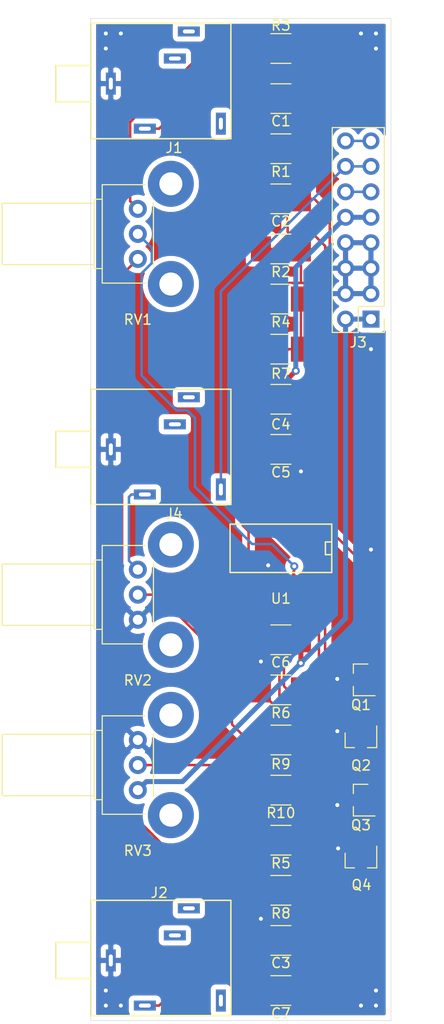
<source format=kicad_pcb>
(kicad_pcb (version 20171130) (host pcbnew "(5.1.5)-3")

  (general
    (thickness 1.6)
    (drawings 4)
    (tracks 237)
    (zones 0)
    (modules 29)
    (nets 28)
  )

  (page A4)
  (layers
    (0 F.Cu signal)
    (31 B.Cu signal)
    (32 B.Adhes user)
    (33 F.Adhes user)
    (34 B.Paste user)
    (35 F.Paste user)
    (36 B.SilkS user)
    (37 F.SilkS user)
    (38 B.Mask user)
    (39 F.Mask user)
    (40 Dwgs.User user)
    (41 Cmts.User user)
    (42 Eco1.User user)
    (43 Eco2.User user)
    (44 Edge.Cuts user)
    (45 Margin user)
    (46 B.CrtYd user)
    (47 F.CrtYd user)
    (48 B.Fab user)
    (49 F.Fab user)
  )

  (setup
    (last_trace_width 0.25)
    (trace_clearance 0.2)
    (zone_clearance 0.508)
    (zone_45_only no)
    (trace_min 0.2)
    (via_size 0.8)
    (via_drill 0.4)
    (via_min_size 0.4)
    (via_min_drill 0.3)
    (uvia_size 0.3)
    (uvia_drill 0.1)
    (uvias_allowed no)
    (uvia_min_size 0.2)
    (uvia_min_drill 0.1)
    (edge_width 0.05)
    (segment_width 0.2)
    (pcb_text_width 0.3)
    (pcb_text_size 1.5 1.5)
    (mod_edge_width 0.12)
    (mod_text_size 1 1)
    (mod_text_width 0.15)
    (pad_size 1.524 1.524)
    (pad_drill 0.762)
    (pad_to_mask_clearance 0.051)
    (solder_mask_min_width 0.25)
    (aux_axis_origin 0 0)
    (visible_elements 7FFFFFFF)
    (pcbplotparams
      (layerselection 0x010e0_ffffffff)
      (usegerberextensions false)
      (usegerberattributes false)
      (usegerberadvancedattributes false)
      (creategerberjobfile false)
      (excludeedgelayer true)
      (linewidth 0.100000)
      (plotframeref false)
      (viasonmask false)
      (mode 1)
      (useauxorigin false)
      (hpglpennumber 1)
      (hpglpenspeed 20)
      (hpglpendiameter 15.000000)
      (psnegative false)
      (psa4output false)
      (plotreference true)
      (plotvalue true)
      (plotinvisibletext false)
      (padsonsilk false)
      (subtractmaskfromsilk false)
      (outputformat 1)
      (mirror false)
      (drillshape 0)
      (scaleselection 1)
      (outputdirectory "Gerbers/"))
  )

  (net 0 "")
  (net 1 "Net-(C1-Pad2)")
  (net 2 "Net-(C1-Pad1)")
  (net 3 "Net-(C2-Pad1)")
  (net 4 "Net-(C3-Pad1)")
  (net 5 GND)
  (net 6 "Net-(C4-Pad1)")
  (net 7 "Net-(C4-Pad2)")
  (net 8 "Net-(C5-Pad1)")
  (net 9 "Net-(C6-Pad2)")
  (net 10 "Net-(C7-Pad2)")
  (net 11 "Net-(C7-Pad1)")
  (net 12 "Net-(J1-Pad2)")
  (net 13 "Net-(J2-Pad2)")
  (net 14 "Net-(J3-Pad15)")
  (net 15 "Net-(J3-Pad13)")
  (net 16 "Net-(J3-Pad11)")
  (net 17 "Net-(J4-Pad3)")
  (net 18 "Net-(R1-Pad1)")
  (net 19 "Net-(R3-Pad1)")
  (net 20 "Net-(R4-Pad1)")
  (net 21 "Net-(R5-Pad2)")
  (net 22 "Net-(R10-Pad2)")
  (net 23 "Net-(R7-Pad1)")
  (net 24 "Net-(R8-Pad2)")
  (net 25 "Net-(R9-Pad1)")
  (net 26 "Net-(R10-Pad1)")
  (net 27 "Net-(RV1-Pad2)")

  (net_class Default "This is the default net class."
    (clearance 0.2)
    (trace_width 0.25)
    (via_dia 0.8)
    (via_drill 0.4)
    (uvia_dia 0.3)
    (uvia_drill 0.1)
    (add_net "Net-(C1-Pad1)")
    (add_net "Net-(C1-Pad2)")
    (add_net "Net-(C2-Pad1)")
    (add_net "Net-(C3-Pad1)")
    (add_net "Net-(C4-Pad1)")
    (add_net "Net-(C4-Pad2)")
    (add_net "Net-(C7-Pad1)")
    (add_net "Net-(C7-Pad2)")
    (add_net "Net-(J1-Pad2)")
    (add_net "Net-(J2-Pad2)")
    (add_net "Net-(J3-Pad11)")
    (add_net "Net-(J3-Pad13)")
    (add_net "Net-(J3-Pad15)")
    (add_net "Net-(J4-Pad3)")
    (add_net "Net-(R1-Pad1)")
    (add_net "Net-(R10-Pad1)")
    (add_net "Net-(R10-Pad2)")
    (add_net "Net-(R3-Pad1)")
    (add_net "Net-(R4-Pad1)")
    (add_net "Net-(R5-Pad2)")
    (add_net "Net-(R7-Pad1)")
    (add_net "Net-(R8-Pad2)")
    (add_net "Net-(R9-Pad1)")
    (add_net "Net-(RV1-Pad2)")
  )

  (net_class PWR ""
    (clearance 0.5)
    (trace_width 0.5)
    (via_dia 0.8)
    (via_drill 0.4)
    (uvia_dia 0.3)
    (uvia_drill 0.1)
    (add_net GND)
    (add_net "Net-(C5-Pad1)")
    (add_net "Net-(C6-Pad2)")
  )

  (module Potentiometers:Potentiometer_Bourns_PTV09A-2_Vertical (layer F.Cu) (tedit 58826B08) (tstamp 5F1CED84)
    (at 4.7 19 180)
    (descr "Potentiometer, vertically mounted, Omeg PC16PU, Omeg PC16PU, Omeg PC16PU, Vishay/Spectrol 248GJ/249GJ Single, Vishay/Spectrol 248GJ/249GJ Single, Vishay/Spectrol 248GJ/249GJ Single, Vishay/Spectrol 248GH/249GH Single, Vishay/Spectrol 148/149 Single, Vishay/Spectrol 148/149 Single, Vishay/Spectrol 148/149 Single, Vishay/Spectrol 148A/149A Single with mounting plates, Vishay/Spectrol 148/149 Double, Vishay/Spectrol 148A/149A Double with mounting plates, Piher PC-16 Single, Piher PC-16 Single, Piher PC-16 Single, Piher PC-16SV Single, Piher PC-16 Double, Piher PC-16 Triple, Piher T16H Single, Piher T16L Single, Piher T16H Double, Alps RK163 Single, Alps RK163 Double, Alps RK097 Single, Alps RK097 Double, Bourns PTV09A-2 Single with mounting sleve Single, http://www.bourns.com/docs/Product-Datasheets/ptv09.pdf")
    (tags "Potentiometer vertical  Omeg PC16PU  Omeg PC16PU  Omeg PC16PU  Vishay/Spectrol 248GJ/249GJ Single  Vishay/Spectrol 248GJ/249GJ Single  Vishay/Spectrol 248GJ/249GJ Single  Vishay/Spectrol 248GH/249GH Single  Vishay/Spectrol 148/149 Single  Vishay/Spectrol 148/149 Single  Vishay/Spectrol 148/149 Single  Vishay/Spectrol 148A/149A Single with mounting plates  Vishay/Spectrol 148/149 Double  Vishay/Spectrol 148A/149A Double with mounting plates  Piher PC-16 Single  Piher PC-16 Single  Piher PC-16 Single  Piher PC-16SV Single  Piher PC-16 Double  Piher PC-16 Triple  Piher T16H Single  Piher T16L Single  Piher T16H Double  Alps RK163 Single  Alps RK163 Double  Alps RK097 Single  Alps RK097 Double  Bourns PTV09A-2 Single with mounting sleve Single")
    (path /5F1DFD01)
    (fp_text reference RV1 (at 0 -11.05) (layer F.SilkS)
      (effects (font (size 1 1) (thickness 0.15)))
    )
    (fp_text value 500K (at 0 6.05) (layer F.Fab)
      (effects (font (size 1 1) (thickness 0.15)))
    )
    (fp_line (start 13.75 -10.05) (end -5.85 -10.05) (layer F.CrtYd) (width 0.05))
    (fp_line (start 13.75 5.1) (end 13.75 -10.05) (layer F.CrtYd) (width 0.05))
    (fp_line (start -5.85 5.1) (end 13.75 5.1) (layer F.CrtYd) (width 0.05))
    (fp_line (start -5.85 -10.05) (end -5.85 5.1) (layer F.CrtYd) (width 0.05))
    (fp_line (start 13.56 -5.56) (end 13.56 0.56) (layer F.SilkS) (width 0.12))
    (fp_line (start 4.36 -5.56) (end 4.36 0.56) (layer F.SilkS) (width 0.12))
    (fp_line (start 4.36 0.56) (end 13.56 0.56) (layer F.SilkS) (width 0.12))
    (fp_line (start 4.36 -5.56) (end 13.56 -5.56) (layer F.SilkS) (width 0.12))
    (fp_line (start 4.36 -5.96) (end 4.36 0.96) (layer F.SilkS) (width 0.12))
    (fp_line (start 3.56 -5.96) (end 3.56 0.96) (layer F.SilkS) (width 0.12))
    (fp_line (start 3.56 0.96) (end 4.36 0.96) (layer F.SilkS) (width 0.12))
    (fp_line (start 3.56 -5.96) (end 4.36 -5.96) (layer F.SilkS) (width 0.12))
    (fp_line (start 3.56 -7.41) (end 3.56 2.41) (layer F.SilkS) (width 0.12))
    (fp_line (start -1.56 -5.625) (end -1.56 0.625) (layer F.SilkS) (width 0.12))
    (fp_line (start -0.805 2.41) (end 3.56 2.41) (layer F.SilkS) (width 0.12))
    (fp_line (start -0.805 -7.41) (end 3.56 -7.41) (layer F.SilkS) (width 0.12))
    (fp_line (start 13.5 -5.5) (end 4.3 -5.5) (layer F.Fab) (width 0.1))
    (fp_line (start 13.5 0.5) (end 13.5 -5.5) (layer F.Fab) (width 0.1))
    (fp_line (start 4.3 0.5) (end 13.5 0.5) (layer F.Fab) (width 0.1))
    (fp_line (start 4.3 -5.5) (end 4.3 0.5) (layer F.Fab) (width 0.1))
    (fp_line (start 4.3 -5.9) (end 3.5 -5.9) (layer F.Fab) (width 0.1))
    (fp_line (start 4.3 0.9) (end 4.3 -5.9) (layer F.Fab) (width 0.1))
    (fp_line (start 3.5 0.9) (end 4.3 0.9) (layer F.Fab) (width 0.1))
    (fp_line (start 3.5 -5.9) (end 3.5 0.9) (layer F.Fab) (width 0.1))
    (fp_line (start 3.5 -7.35) (end -1.5 -7.35) (layer F.Fab) (width 0.1))
    (fp_line (start 3.5 2.35) (end 3.5 -7.35) (layer F.Fab) (width 0.1))
    (fp_line (start -1.5 2.35) (end 3.5 2.35) (layer F.Fab) (width 0.1))
    (fp_line (start -1.5 -7.35) (end -1.5 2.35) (layer F.Fab) (width 0.1))
    (pad 0 thru_hole circle (at -3.3 2.5 180) (size 4.6 4.6) (drill 2.3) (layers *.Cu *.Mask))
    (pad 0 thru_hole circle (at -3.3 -7.5 180) (size 4.6 4.6) (drill 2.3) (layers *.Cu *.Mask))
    (pad 1 thru_hole circle (at 0 0 180) (size 1.8 1.8) (drill 1) (layers *.Cu *.Mask)
      (net 19 "Net-(R3-Pad1)"))
    (pad 2 thru_hole circle (at 0 -2.5 180) (size 1.8 1.8) (drill 1) (layers *.Cu *.Mask)
      (net 27 "Net-(RV1-Pad2)"))
    (pad 3 thru_hole circle (at 0 -5 180) (size 1.8 1.8) (drill 1) (layers *.Cu *.Mask)
      (net 24 "Net-(R8-Pad2)"))
    (model Potentiometers.3dshapes/Potentiometer_Bourns_PTV09A-2_Vertical.wrl
      (at (xyz 0 0 0))
      (scale (xyz 0.393701 0.393701 0.393701))
      (rotate (xyz 0 0 0))
    )
  )

  (module Capacitors_SMD:C_1210_HandSoldering (layer F.Cu) (tedit 58AA84FB) (tstamp 5F1CB15F)
    (at 19 8 180)
    (descr "Capacitor SMD 1210, hand soldering")
    (tags "capacitor 1210")
    (path /5F1E14C1)
    (attr smd)
    (fp_text reference C1 (at 0 -2.25) (layer F.SilkS)
      (effects (font (size 1 1) (thickness 0.15)))
    )
    (fp_text value 10uF (at 0 2.5) (layer F.Fab)
      (effects (font (size 1 1) (thickness 0.15)))
    )
    (fp_line (start 3.25 1.5) (end -3.25 1.5) (layer F.CrtYd) (width 0.05))
    (fp_line (start 3.25 1.5) (end 3.25 -1.5) (layer F.CrtYd) (width 0.05))
    (fp_line (start -3.25 -1.5) (end -3.25 1.5) (layer F.CrtYd) (width 0.05))
    (fp_line (start -3.25 -1.5) (end 3.25 -1.5) (layer F.CrtYd) (width 0.05))
    (fp_line (start -1 1.48) (end 1 1.48) (layer F.SilkS) (width 0.12))
    (fp_line (start 1 -1.48) (end -1 -1.48) (layer F.SilkS) (width 0.12))
    (fp_line (start -1.6 -1.25) (end 1.6 -1.25) (layer F.Fab) (width 0.1))
    (fp_line (start 1.6 -1.25) (end 1.6 1.25) (layer F.Fab) (width 0.1))
    (fp_line (start 1.6 1.25) (end -1.6 1.25) (layer F.Fab) (width 0.1))
    (fp_line (start -1.6 1.25) (end -1.6 -1.25) (layer F.Fab) (width 0.1))
    (fp_text user %R (at 0 -2.25) (layer F.Fab)
      (effects (font (size 1 1) (thickness 0.15)))
    )
    (pad 2 smd rect (at 2 0 180) (size 2 2.5) (layers F.Cu F.Paste F.Mask)
      (net 1 "Net-(C1-Pad2)"))
    (pad 1 smd rect (at -2 0 180) (size 2 2.5) (layers F.Cu F.Paste F.Mask)
      (net 2 "Net-(C1-Pad1)"))
    (model Capacitors_SMD.3dshapes/C_1210.wrl
      (at (xyz 0 0 0))
      (scale (xyz 1 1 1))
      (rotate (xyz 0 0 0))
    )
  )

  (module Capacitors_SMD:C_1210_HandSoldering (layer F.Cu) (tedit 58AA84FB) (tstamp 5F1CB170)
    (at 19 18 180)
    (descr "Capacitor SMD 1210, hand soldering")
    (tags "capacitor 1210")
    (path /5F1E22CA)
    (attr smd)
    (fp_text reference C2 (at 0 -2.25) (layer F.SilkS)
      (effects (font (size 1 1) (thickness 0.15)))
    )
    (fp_text value 15uF (at 0 2.5) (layer F.Fab)
      (effects (font (size 1 1) (thickness 0.15)))
    )
    (fp_line (start 3.25 1.5) (end -3.25 1.5) (layer F.CrtYd) (width 0.05))
    (fp_line (start 3.25 1.5) (end 3.25 -1.5) (layer F.CrtYd) (width 0.05))
    (fp_line (start -3.25 -1.5) (end -3.25 1.5) (layer F.CrtYd) (width 0.05))
    (fp_line (start -3.25 -1.5) (end 3.25 -1.5) (layer F.CrtYd) (width 0.05))
    (fp_line (start -1 1.48) (end 1 1.48) (layer F.SilkS) (width 0.12))
    (fp_line (start 1 -1.48) (end -1 -1.48) (layer F.SilkS) (width 0.12))
    (fp_line (start -1.6 -1.25) (end 1.6 -1.25) (layer F.Fab) (width 0.1))
    (fp_line (start 1.6 -1.25) (end 1.6 1.25) (layer F.Fab) (width 0.1))
    (fp_line (start 1.6 1.25) (end -1.6 1.25) (layer F.Fab) (width 0.1))
    (fp_line (start -1.6 1.25) (end -1.6 -1.25) (layer F.Fab) (width 0.1))
    (fp_text user %R (at 0 -2.25) (layer F.Fab)
      (effects (font (size 1 1) (thickness 0.15)))
    )
    (pad 2 smd rect (at 2 0 180) (size 2 2.5) (layers F.Cu F.Paste F.Mask)
      (net 2 "Net-(C1-Pad1)"))
    (pad 1 smd rect (at -2 0 180) (size 2 2.5) (layers F.Cu F.Paste F.Mask)
      (net 3 "Net-(C2-Pad1)"))
    (model Capacitors_SMD.3dshapes/C_1210.wrl
      (at (xyz 0 0 0))
      (scale (xyz 1 1 1))
      (rotate (xyz 0 0 0))
    )
  )

  (module Capacitors_SMD:C_1210_HandSoldering (layer F.Cu) (tedit 58AA84FB) (tstamp 5F1CB181)
    (at 19 92 180)
    (descr "Capacitor SMD 1210, hand soldering")
    (tags "capacitor 1210")
    (path /5F1E248E)
    (attr smd)
    (fp_text reference C3 (at 0 -2.25) (layer F.SilkS)
      (effects (font (size 1 1) (thickness 0.15)))
    )
    (fp_text value 100uF (at 0 2.5) (layer F.Fab)
      (effects (font (size 1 1) (thickness 0.15)))
    )
    (fp_text user %R (at 0 -2.25) (layer F.Fab)
      (effects (font (size 1 1) (thickness 0.15)))
    )
    (fp_line (start -1.6 1.25) (end -1.6 -1.25) (layer F.Fab) (width 0.1))
    (fp_line (start 1.6 1.25) (end -1.6 1.25) (layer F.Fab) (width 0.1))
    (fp_line (start 1.6 -1.25) (end 1.6 1.25) (layer F.Fab) (width 0.1))
    (fp_line (start -1.6 -1.25) (end 1.6 -1.25) (layer F.Fab) (width 0.1))
    (fp_line (start 1 -1.48) (end -1 -1.48) (layer F.SilkS) (width 0.12))
    (fp_line (start -1 1.48) (end 1 1.48) (layer F.SilkS) (width 0.12))
    (fp_line (start -3.25 -1.5) (end 3.25 -1.5) (layer F.CrtYd) (width 0.05))
    (fp_line (start -3.25 -1.5) (end -3.25 1.5) (layer F.CrtYd) (width 0.05))
    (fp_line (start 3.25 1.5) (end 3.25 -1.5) (layer F.CrtYd) (width 0.05))
    (fp_line (start 3.25 1.5) (end -3.25 1.5) (layer F.CrtYd) (width 0.05))
    (pad 1 smd rect (at -2 0 180) (size 2 2.5) (layers F.Cu F.Paste F.Mask)
      (net 4 "Net-(C3-Pad1)"))
    (pad 2 smd rect (at 2 0 180) (size 2 2.5) (layers F.Cu F.Paste F.Mask)
      (net 5 GND))
    (model Capacitors_SMD.3dshapes/C_1210.wrl
      (at (xyz 0 0 0))
      (scale (xyz 1 1 1))
      (rotate (xyz 0 0 0))
    )
  )

  (module Capacitors_SMD:C_1210_HandSoldering (layer F.Cu) (tedit 58AA84FB) (tstamp 5F1CB192)
    (at 19 38)
    (descr "Capacitor SMD 1210, hand soldering")
    (tags "capacitor 1210")
    (path /5F1E1DDB)
    (attr smd)
    (fp_text reference C4 (at -0.01046 2.50234) (layer F.SilkS)
      (effects (font (size 1 1) (thickness 0.15)))
    )
    (fp_text value 15uF (at 0 2.5) (layer F.Fab)
      (effects (font (size 1 1) (thickness 0.15)))
    )
    (fp_line (start 3.25 1.5) (end -3.25 1.5) (layer F.CrtYd) (width 0.05))
    (fp_line (start 3.25 1.5) (end 3.25 -1.5) (layer F.CrtYd) (width 0.05))
    (fp_line (start -3.25 -1.5) (end -3.25 1.5) (layer F.CrtYd) (width 0.05))
    (fp_line (start -3.25 -1.5) (end 3.25 -1.5) (layer F.CrtYd) (width 0.05))
    (fp_line (start -1 1.48) (end 1 1.48) (layer F.SilkS) (width 0.12))
    (fp_line (start 1 -1.48) (end -1 -1.48) (layer F.SilkS) (width 0.12))
    (fp_line (start -1.6 -1.25) (end 1.6 -1.25) (layer F.Fab) (width 0.1))
    (fp_line (start 1.6 -1.25) (end 1.6 1.25) (layer F.Fab) (width 0.1))
    (fp_line (start 1.6 1.25) (end -1.6 1.25) (layer F.Fab) (width 0.1))
    (fp_line (start -1.6 1.25) (end -1.6 -1.25) (layer F.Fab) (width 0.1))
    (fp_text user %R (at 0 -2.25) (layer F.Fab)
      (effects (font (size 1 1) (thickness 0.15)))
    )
    (pad 2 smd rect (at 2 0) (size 2 2.5) (layers F.Cu F.Paste F.Mask)
      (net 7 "Net-(C4-Pad2)"))
    (pad 1 smd rect (at -2 0) (size 2 2.5) (layers F.Cu F.Paste F.Mask)
      (net 6 "Net-(C4-Pad1)"))
    (model Capacitors_SMD.3dshapes/C_1210.wrl
      (at (xyz 0 0 0))
      (scale (xyz 1 1 1))
      (rotate (xyz 0 0 0))
    )
  )

  (module Capacitors_SMD:C_1210_HandSoldering (layer F.Cu) (tedit 58AA84FB) (tstamp 5F1CB1A3)
    (at 19 43)
    (descr "Capacitor SMD 1210, hand soldering")
    (tags "capacitor 1210")
    (path /5F1F5C1D)
    (attr smd)
    (fp_text reference C5 (at -0.00254 2.28854) (layer F.SilkS)
      (effects (font (size 1 1) (thickness 0.15)))
    )
    (fp_text value 100uF (at 0 2.5) (layer F.Fab)
      (effects (font (size 1 1) (thickness 0.15)))
    )
    (fp_text user %R (at 0 -2.25) (layer F.Fab)
      (effects (font (size 1 1) (thickness 0.15)))
    )
    (fp_line (start -1.6 1.25) (end -1.6 -1.25) (layer F.Fab) (width 0.1))
    (fp_line (start 1.6 1.25) (end -1.6 1.25) (layer F.Fab) (width 0.1))
    (fp_line (start 1.6 -1.25) (end 1.6 1.25) (layer F.Fab) (width 0.1))
    (fp_line (start -1.6 -1.25) (end 1.6 -1.25) (layer F.Fab) (width 0.1))
    (fp_line (start 1 -1.48) (end -1 -1.48) (layer F.SilkS) (width 0.12))
    (fp_line (start -1 1.48) (end 1 1.48) (layer F.SilkS) (width 0.12))
    (fp_line (start -3.25 -1.5) (end 3.25 -1.5) (layer F.CrtYd) (width 0.05))
    (fp_line (start -3.25 -1.5) (end -3.25 1.5) (layer F.CrtYd) (width 0.05))
    (fp_line (start 3.25 1.5) (end 3.25 -1.5) (layer F.CrtYd) (width 0.05))
    (fp_line (start 3.25 1.5) (end -3.25 1.5) (layer F.CrtYd) (width 0.05))
    (pad 1 smd rect (at -2 0) (size 2 2.5) (layers F.Cu F.Paste F.Mask)
      (net 8 "Net-(C5-Pad1)"))
    (pad 2 smd rect (at 2 0) (size 2 2.5) (layers F.Cu F.Paste F.Mask)
      (net 5 GND))
    (model Capacitors_SMD.3dshapes/C_1210.wrl
      (at (xyz 0 0 0))
      (scale (xyz 1 1 1))
      (rotate (xyz 0 0 0))
    )
  )

  (module Capacitors_SMD:C_1210_HandSoldering (layer F.Cu) (tedit 58AA84FB) (tstamp 5F1CB1B4)
    (at 19 62)
    (descr "Capacitor SMD 1210, hand soldering")
    (tags "capacitor 1210")
    (path /5F1F6931)
    (attr smd)
    (fp_text reference C6 (at -0.00254 2.25806) (layer F.SilkS)
      (effects (font (size 1 1) (thickness 0.15)))
    )
    (fp_text value 100uF (at 0 2.5) (layer F.Fab)
      (effects (font (size 1 1) (thickness 0.15)))
    )
    (fp_line (start 3.25 1.5) (end -3.25 1.5) (layer F.CrtYd) (width 0.05))
    (fp_line (start 3.25 1.5) (end 3.25 -1.5) (layer F.CrtYd) (width 0.05))
    (fp_line (start -3.25 -1.5) (end -3.25 1.5) (layer F.CrtYd) (width 0.05))
    (fp_line (start -3.25 -1.5) (end 3.25 -1.5) (layer F.CrtYd) (width 0.05))
    (fp_line (start -1 1.48) (end 1 1.48) (layer F.SilkS) (width 0.12))
    (fp_line (start 1 -1.48) (end -1 -1.48) (layer F.SilkS) (width 0.12))
    (fp_line (start -1.6 -1.25) (end 1.6 -1.25) (layer F.Fab) (width 0.1))
    (fp_line (start 1.6 -1.25) (end 1.6 1.25) (layer F.Fab) (width 0.1))
    (fp_line (start 1.6 1.25) (end -1.6 1.25) (layer F.Fab) (width 0.1))
    (fp_line (start -1.6 1.25) (end -1.6 -1.25) (layer F.Fab) (width 0.1))
    (fp_text user %R (at 0 -2.25) (layer F.Fab)
      (effects (font (size 1 1) (thickness 0.15)))
    )
    (pad 2 smd rect (at 2 0) (size 2 2.5) (layers F.Cu F.Paste F.Mask)
      (net 9 "Net-(C6-Pad2)"))
    (pad 1 smd rect (at -2 0) (size 2 2.5) (layers F.Cu F.Paste F.Mask)
      (net 5 GND))
    (model Capacitors_SMD.3dshapes/C_1210.wrl
      (at (xyz 0 0 0))
      (scale (xyz 1 1 1))
      (rotate (xyz 0 0 0))
    )
  )

  (module Capacitors_SMD:C_1210_HandSoldering (layer F.Cu) (tedit 58AA84FB) (tstamp 5F1CB1C5)
    (at 19 97)
    (descr "Capacitor SMD 1210, hand soldering")
    (tags "capacitor 1210")
    (path /5F1E26B1)
    (attr smd)
    (fp_text reference C7 (at -0.00508 2.2733) (layer F.SilkS)
      (effects (font (size 1 1) (thickness 0.15)))
    )
    (fp_text value 10uF (at 0 2.5) (layer F.Fab)
      (effects (font (size 1 1) (thickness 0.15)))
    )
    (fp_line (start 3.25 1.5) (end -3.25 1.5) (layer F.CrtYd) (width 0.05))
    (fp_line (start 3.25 1.5) (end 3.25 -1.5) (layer F.CrtYd) (width 0.05))
    (fp_line (start -3.25 -1.5) (end -3.25 1.5) (layer F.CrtYd) (width 0.05))
    (fp_line (start -3.25 -1.5) (end 3.25 -1.5) (layer F.CrtYd) (width 0.05))
    (fp_line (start -1 1.48) (end 1 1.48) (layer F.SilkS) (width 0.12))
    (fp_line (start 1 -1.48) (end -1 -1.48) (layer F.SilkS) (width 0.12))
    (fp_line (start -1.6 -1.25) (end 1.6 -1.25) (layer F.Fab) (width 0.1))
    (fp_line (start 1.6 -1.25) (end 1.6 1.25) (layer F.Fab) (width 0.1))
    (fp_line (start 1.6 1.25) (end -1.6 1.25) (layer F.Fab) (width 0.1))
    (fp_line (start -1.6 1.25) (end -1.6 -1.25) (layer F.Fab) (width 0.1))
    (fp_text user %R (at 0 -2.25) (layer F.Fab)
      (effects (font (size 1 1) (thickness 0.15)))
    )
    (pad 2 smd rect (at 2 0) (size 2 2.5) (layers F.Cu F.Paste F.Mask)
      (net 10 "Net-(C7-Pad2)"))
    (pad 1 smd rect (at -2 0) (size 2 2.5) (layers F.Cu F.Paste F.Mask)
      (net 11 "Net-(C7-Pad1)"))
    (model Capacitors_SMD.3dshapes/C_1210.wrl
      (at (xyz 0 0 0))
      (scale (xyz 1 1 1))
      (rotate (xyz 0 0 0))
    )
  )

  (module Custom_Library:Mono_Jack_3.5mm_Switch_Switchcraft_35RAPC2AH3 (layer F.Cu) (tedit 5E2E41E0) (tstamp 5F1CB1D5)
    (at 0 6.5)
    (descr "Switchcarft Mono 3.5mm Audio Jack with Switched")
    (path /5F1E2915)
    (fp_text reference J1 (at 8.3185 6.4135) (layer F.SilkS)
      (effects (font (size 1 1) (thickness 0.15)))
    )
    (fp_text value AudioJack1_Switch (at 7.6835 -7.493) (layer F.Fab)
      (effects (font (size 1 1) (thickness 0.15)))
    )
    (fp_line (start 0 -6) (end 14 -6) (layer F.SilkS) (width 0.15))
    (fp_line (start 14 -6) (end 14 5.5) (layer F.SilkS) (width 0.15))
    (fp_line (start 14 5.5) (end 0 5.5) (layer F.SilkS) (width 0.15))
    (fp_line (start 0 5.5) (end 0 -6) (layer F.SilkS) (width 0.15))
    (fp_line (start 0 -1.8) (end -3.5 -1.8) (layer F.SilkS) (width 0.15))
    (fp_line (start -3.5 -1.8) (end -3.5 1.8) (layer F.SilkS) (width 0.15))
    (fp_line (start 0 1.8) (end -3.5 1.8) (layer F.SilkS) (width 0.15))
    (pad 1 thru_hole rect (at 2 0) (size 1 2.2) (drill oval 0.4 1.2) (layers *.Cu *.Mask)
      (net 5 GND))
    (pad 3 thru_hole rect (at 5.4 4.5) (size 2.2 1) (drill oval 1.2 0.4) (layers *.Cu *.Mask)
      (net 1 "Net-(C1-Pad2)"))
    (pad 2 thru_hole rect (at 13 4) (size 1 2.2) (drill oval 0.4 1.2) (layers *.Cu *.Mask)
      (net 12 "Net-(J1-Pad2)"))
    (pad ~ thru_hole rect (at 8.4 -2.5) (size 2.2 1) (drill oval 1.2 0.4) (layers *.Cu *.Mask))
    (pad ~ thru_hole rect (at 9.8 -5.2) (size 2.2 1) (drill oval 1.2 0.4) (layers *.Cu *.Mask))
  )

  (module Custom_Library:Mono_Jack_3.5mm_Switch_Switchcraft_35RAPC2AH3 (layer F.Cu) (tedit 5E2E41E0) (tstamp 5F1CB1E5)
    (at 0 94)
    (descr "Switchcarft Mono 3.5mm Audio Jack with Switched")
    (path /5F1E33FC)
    (fp_text reference J2 (at 6.83768 -6.75608) (layer F.SilkS)
      (effects (font (size 1 1) (thickness 0.15)))
    )
    (fp_text value AudioJack1_Switch (at 7.6835 -7.493) (layer F.Fab)
      (effects (font (size 1 1) (thickness 0.15)))
    )
    (fp_line (start 0 -6) (end 14 -6) (layer F.SilkS) (width 0.15))
    (fp_line (start 14 -6) (end 14 5.5) (layer F.SilkS) (width 0.15))
    (fp_line (start 14 5.5) (end 0 5.5) (layer F.SilkS) (width 0.15))
    (fp_line (start 0 5.5) (end 0 -6) (layer F.SilkS) (width 0.15))
    (fp_line (start 0 -1.8) (end -3.5 -1.8) (layer F.SilkS) (width 0.15))
    (fp_line (start -3.5 -1.8) (end -3.5 1.8) (layer F.SilkS) (width 0.15))
    (fp_line (start 0 1.8) (end -3.5 1.8) (layer F.SilkS) (width 0.15))
    (pad 1 thru_hole rect (at 2 0) (size 1 2.2) (drill oval 0.4 1.2) (layers *.Cu *.Mask)
      (net 5 GND))
    (pad 3 thru_hole rect (at 5.4 4.5) (size 2.2 1) (drill oval 1.2 0.4) (layers *.Cu *.Mask)
      (net 11 "Net-(C7-Pad1)"))
    (pad 2 thru_hole rect (at 13 4) (size 1 2.2) (drill oval 0.4 1.2) (layers *.Cu *.Mask)
      (net 13 "Net-(J2-Pad2)"))
    (pad ~ thru_hole rect (at 8.4 -2.5) (size 2.2 1) (drill oval 1.2 0.4) (layers *.Cu *.Mask))
    (pad ~ thru_hole rect (at 9.8 -5.2) (size 2.2 1) (drill oval 1.2 0.4) (layers *.Cu *.Mask))
  )

  (module Pin_Headers:Pin_Header_Straight_2x08_Pitch2.54mm (layer F.Cu) (tedit 59650532) (tstamp 5F1CB20B)
    (at 28 30 180)
    (descr "Through hole straight pin header, 2x08, 2.54mm pitch, double rows")
    (tags "Through hole pin header THT 2x08 2.54mm double row")
    (path /5F1E9099)
    (fp_text reference J3 (at 1.27 -2.33) (layer F.SilkS)
      (effects (font (size 1 1) (thickness 0.15)))
    )
    (fp_text value Conn_02x08_Odd_Even (at 1.27 20.11) (layer F.Fab)
      (effects (font (size 1 1) (thickness 0.15)))
    )
    (fp_text user %R (at 1.27 8.89 90) (layer F.Fab)
      (effects (font (size 1 1) (thickness 0.15)))
    )
    (fp_line (start 4.35 -1.8) (end -1.8 -1.8) (layer F.CrtYd) (width 0.05))
    (fp_line (start 4.35 19.55) (end 4.35 -1.8) (layer F.CrtYd) (width 0.05))
    (fp_line (start -1.8 19.55) (end 4.35 19.55) (layer F.CrtYd) (width 0.05))
    (fp_line (start -1.8 -1.8) (end -1.8 19.55) (layer F.CrtYd) (width 0.05))
    (fp_line (start -1.33 -1.33) (end 0 -1.33) (layer F.SilkS) (width 0.12))
    (fp_line (start -1.33 0) (end -1.33 -1.33) (layer F.SilkS) (width 0.12))
    (fp_line (start 1.27 -1.33) (end 3.87 -1.33) (layer F.SilkS) (width 0.12))
    (fp_line (start 1.27 1.27) (end 1.27 -1.33) (layer F.SilkS) (width 0.12))
    (fp_line (start -1.33 1.27) (end 1.27 1.27) (layer F.SilkS) (width 0.12))
    (fp_line (start 3.87 -1.33) (end 3.87 19.11) (layer F.SilkS) (width 0.12))
    (fp_line (start -1.33 1.27) (end -1.33 19.11) (layer F.SilkS) (width 0.12))
    (fp_line (start -1.33 19.11) (end 3.87 19.11) (layer F.SilkS) (width 0.12))
    (fp_line (start -1.27 0) (end 0 -1.27) (layer F.Fab) (width 0.1))
    (fp_line (start -1.27 19.05) (end -1.27 0) (layer F.Fab) (width 0.1))
    (fp_line (start 3.81 19.05) (end -1.27 19.05) (layer F.Fab) (width 0.1))
    (fp_line (start 3.81 -1.27) (end 3.81 19.05) (layer F.Fab) (width 0.1))
    (fp_line (start 0 -1.27) (end 3.81 -1.27) (layer F.Fab) (width 0.1))
    (pad 16 thru_hole oval (at 2.54 17.78 180) (size 1.7 1.7) (drill 1) (layers *.Cu *.Mask)
      (net 14 "Net-(J3-Pad15)"))
    (pad 15 thru_hole oval (at 0 17.78 180) (size 1.7 1.7) (drill 1) (layers *.Cu *.Mask)
      (net 14 "Net-(J3-Pad15)"))
    (pad 14 thru_hole oval (at 2.54 15.24 180) (size 1.7 1.7) (drill 1) (layers *.Cu *.Mask)
      (net 15 "Net-(J3-Pad13)"))
    (pad 13 thru_hole oval (at 0 15.24 180) (size 1.7 1.7) (drill 1) (layers *.Cu *.Mask)
      (net 15 "Net-(J3-Pad13)"))
    (pad 12 thru_hole oval (at 2.54 12.7 180) (size 1.7 1.7) (drill 1) (layers *.Cu *.Mask)
      (net 16 "Net-(J3-Pad11)"))
    (pad 11 thru_hole oval (at 0 12.7 180) (size 1.7 1.7) (drill 1) (layers *.Cu *.Mask)
      (net 16 "Net-(J3-Pad11)"))
    (pad 10 thru_hole oval (at 2.54 10.16 180) (size 1.7 1.7) (drill 1) (layers *.Cu *.Mask)
      (net 8 "Net-(C5-Pad1)"))
    (pad 9 thru_hole oval (at 0 10.16 180) (size 1.7 1.7) (drill 1) (layers *.Cu *.Mask)
      (net 8 "Net-(C5-Pad1)"))
    (pad 8 thru_hole oval (at 2.54 7.62 180) (size 1.7 1.7) (drill 1) (layers *.Cu *.Mask)
      (net 5 GND))
    (pad 7 thru_hole oval (at 0 7.62 180) (size 1.7 1.7) (drill 1) (layers *.Cu *.Mask)
      (net 5 GND))
    (pad 6 thru_hole oval (at 2.54 5.08 180) (size 1.7 1.7) (drill 1) (layers *.Cu *.Mask)
      (net 5 GND))
    (pad 5 thru_hole oval (at 0 5.08 180) (size 1.7 1.7) (drill 1) (layers *.Cu *.Mask)
      (net 5 GND))
    (pad 4 thru_hole oval (at 2.54 2.54 180) (size 1.7 1.7) (drill 1) (layers *.Cu *.Mask)
      (net 5 GND))
    (pad 3 thru_hole oval (at 0 2.54 180) (size 1.7 1.7) (drill 1) (layers *.Cu *.Mask)
      (net 5 GND))
    (pad 2 thru_hole oval (at 2.54 0 180) (size 1.7 1.7) (drill 1) (layers *.Cu *.Mask)
      (net 9 "Net-(C6-Pad2)"))
    (pad 1 thru_hole rect (at 0 0 180) (size 1.7 1.7) (drill 1) (layers *.Cu *.Mask)
      (net 9 "Net-(C6-Pad2)"))
    (model ${KISYS3DMOD}/Pin_Headers.3dshapes/Pin_Header_Straight_2x08_Pitch2.54mm.wrl
      (at (xyz 0 0 0))
      (scale (xyz 1 1 1))
      (rotate (xyz 0 0 0))
    )
  )

  (module Custom_Library:Mono_Jack_3.5mm_Switch_Switchcraft_35RAPC2AH3 (layer F.Cu) (tedit 5E2E41E0) (tstamp 5F1CB21B)
    (at 0 43)
    (descr "Switchcarft Mono 3.5mm Audio Jack with Switched")
    (path /5F1E31B9)
    (fp_text reference J4 (at 8.3185 6.4135) (layer F.SilkS)
      (effects (font (size 1 1) (thickness 0.15)))
    )
    (fp_text value AudioJack1_Switch (at 7.6835 -7.493) (layer F.Fab)
      (effects (font (size 1 1) (thickness 0.15)))
    )
    (fp_line (start 0 1.8) (end -3.5 1.8) (layer F.SilkS) (width 0.15))
    (fp_line (start -3.5 -1.8) (end -3.5 1.8) (layer F.SilkS) (width 0.15))
    (fp_line (start 0 -1.8) (end -3.5 -1.8) (layer F.SilkS) (width 0.15))
    (fp_line (start 0 5.5) (end 0 -6) (layer F.SilkS) (width 0.15))
    (fp_line (start 14 5.5) (end 0 5.5) (layer F.SilkS) (width 0.15))
    (fp_line (start 14 -6) (end 14 5.5) (layer F.SilkS) (width 0.15))
    (fp_line (start 0 -6) (end 14 -6) (layer F.SilkS) (width 0.15))
    (pad ~ thru_hole rect (at 9.8 -5.2) (size 2.2 1) (drill oval 1.2 0.4) (layers *.Cu *.Mask))
    (pad ~ thru_hole rect (at 8.4 -2.5) (size 2.2 1) (drill oval 1.2 0.4) (layers *.Cu *.Mask))
    (pad 2 thru_hole rect (at 13 4) (size 1 2.2) (drill oval 0.4 1.2) (layers *.Cu *.Mask)
      (net 15 "Net-(J3-Pad13)"))
    (pad 3 thru_hole rect (at 5.4 4.5) (size 2.2 1) (drill oval 1.2 0.4) (layers *.Cu *.Mask)
      (net 17 "Net-(J4-Pad3)"))
    (pad 1 thru_hole rect (at 2 0) (size 1 2.2) (drill oval 0.4 1.2) (layers *.Cu *.Mask)
      (net 5 GND))
  )

  (module TO_SOT_Packages_SMD:SOT-23 (layer F.Cu) (tedit 58CE4E7E) (tstamp 5F1CB230)
    (at 27 66 180)
    (descr "SOT-23, Standard")
    (tags SOT-23)
    (path /5F1E5489)
    (attr smd)
    (fp_text reference Q1 (at 0 -2.5) (layer F.SilkS)
      (effects (font (size 1 1) (thickness 0.15)))
    )
    (fp_text value MMBT3904 (at 0 2.5) (layer F.Fab)
      (effects (font (size 1 1) (thickness 0.15)))
    )
    (fp_text user %R (at 0 0 90) (layer F.Fab)
      (effects (font (size 0.5 0.5) (thickness 0.075)))
    )
    (fp_line (start -0.7 -0.95) (end -0.7 1.5) (layer F.Fab) (width 0.1))
    (fp_line (start -0.15 -1.52) (end 0.7 -1.52) (layer F.Fab) (width 0.1))
    (fp_line (start -0.7 -0.95) (end -0.15 -1.52) (layer F.Fab) (width 0.1))
    (fp_line (start 0.7 -1.52) (end 0.7 1.52) (layer F.Fab) (width 0.1))
    (fp_line (start -0.7 1.52) (end 0.7 1.52) (layer F.Fab) (width 0.1))
    (fp_line (start 0.76 1.58) (end 0.76 0.65) (layer F.SilkS) (width 0.12))
    (fp_line (start 0.76 -1.58) (end 0.76 -0.65) (layer F.SilkS) (width 0.12))
    (fp_line (start -1.7 -1.75) (end 1.7 -1.75) (layer F.CrtYd) (width 0.05))
    (fp_line (start 1.7 -1.75) (end 1.7 1.75) (layer F.CrtYd) (width 0.05))
    (fp_line (start 1.7 1.75) (end -1.7 1.75) (layer F.CrtYd) (width 0.05))
    (fp_line (start -1.7 1.75) (end -1.7 -1.75) (layer F.CrtYd) (width 0.05))
    (fp_line (start 0.76 -1.58) (end -1.4 -1.58) (layer F.SilkS) (width 0.12))
    (fp_line (start 0.76 1.58) (end -0.7 1.58) (layer F.SilkS) (width 0.12))
    (pad 1 smd rect (at -1 -0.95 180) (size 0.9 0.8) (layers F.Cu F.Paste F.Mask)
      (net 4 "Net-(C3-Pad1)"))
    (pad 2 smd rect (at -1 0.95 180) (size 0.9 0.8) (layers F.Cu F.Paste F.Mask)
      (net 3 "Net-(C2-Pad1)"))
    (pad 3 smd rect (at 1 0 180) (size 0.9 0.8) (layers F.Cu F.Paste F.Mask)
      (net 5 GND))
    (model ${KISYS3DMOD}/TO_SOT_Packages_SMD.3dshapes/SOT-23.wrl
      (at (xyz 0 0 0))
      (scale (xyz 1 1 1))
      (rotate (xyz 0 0 0))
    )
  )

  (module TO_SOT_Packages_SMD:SOT-23 (layer F.Cu) (tedit 58CE4E7E) (tstamp 5F1CB245)
    (at 27 72 270)
    (descr "SOT-23, Standard")
    (tags SOT-23)
    (path /5F1E7E31)
    (attr smd)
    (fp_text reference Q2 (at 2.53746 -0.00762 180) (layer F.SilkS)
      (effects (font (size 1 1) (thickness 0.15)))
    )
    (fp_text value MMBT3904 (at 0 2.5 90) (layer F.Fab)
      (effects (font (size 1 1) (thickness 0.15)))
    )
    (fp_line (start 0.76 1.58) (end -0.7 1.58) (layer F.SilkS) (width 0.12))
    (fp_line (start 0.76 -1.58) (end -1.4 -1.58) (layer F.SilkS) (width 0.12))
    (fp_line (start -1.7 1.75) (end -1.7 -1.75) (layer F.CrtYd) (width 0.05))
    (fp_line (start 1.7 1.75) (end -1.7 1.75) (layer F.CrtYd) (width 0.05))
    (fp_line (start 1.7 -1.75) (end 1.7 1.75) (layer F.CrtYd) (width 0.05))
    (fp_line (start -1.7 -1.75) (end 1.7 -1.75) (layer F.CrtYd) (width 0.05))
    (fp_line (start 0.76 -1.58) (end 0.76 -0.65) (layer F.SilkS) (width 0.12))
    (fp_line (start 0.76 1.58) (end 0.76 0.65) (layer F.SilkS) (width 0.12))
    (fp_line (start -0.7 1.52) (end 0.7 1.52) (layer F.Fab) (width 0.1))
    (fp_line (start 0.7 -1.52) (end 0.7 1.52) (layer F.Fab) (width 0.1))
    (fp_line (start -0.7 -0.95) (end -0.15 -1.52) (layer F.Fab) (width 0.1))
    (fp_line (start -0.15 -1.52) (end 0.7 -1.52) (layer F.Fab) (width 0.1))
    (fp_line (start -0.7 -0.95) (end -0.7 1.5) (layer F.Fab) (width 0.1))
    (fp_text user %R (at 0 0) (layer F.Fab)
      (effects (font (size 0.5 0.5) (thickness 0.075)))
    )
    (pad 3 smd rect (at 1 0 270) (size 0.9 0.8) (layers F.Cu F.Paste F.Mask)
      (net 3 "Net-(C2-Pad1)"))
    (pad 2 smd rect (at -1 0.95 270) (size 0.9 0.8) (layers F.Cu F.Paste F.Mask)
      (net 5 GND))
    (pad 1 smd rect (at -1 -0.95 270) (size 0.9 0.8) (layers F.Cu F.Paste F.Mask)
      (net 4 "Net-(C3-Pad1)"))
    (model ${KISYS3DMOD}/TO_SOT_Packages_SMD.3dshapes/SOT-23.wrl
      (at (xyz 0 0 0))
      (scale (xyz 1 1 1))
      (rotate (xyz 0 0 0))
    )
  )

  (module TO_SOT_Packages_SMD:SOT-23 (layer F.Cu) (tedit 58CE4E7E) (tstamp 5F1CB25A)
    (at 27 78 180)
    (descr "SOT-23, Standard")
    (tags SOT-23)
    (path /5F1E8531)
    (attr smd)
    (fp_text reference Q3 (at 0 -2.5) (layer F.SilkS)
      (effects (font (size 1 1) (thickness 0.15)))
    )
    (fp_text value MMBT3904 (at 0 2.5) (layer F.Fab)
      (effects (font (size 1 1) (thickness 0.15)))
    )
    (fp_line (start 0.76 1.58) (end -0.7 1.58) (layer F.SilkS) (width 0.12))
    (fp_line (start 0.76 -1.58) (end -1.4 -1.58) (layer F.SilkS) (width 0.12))
    (fp_line (start -1.7 1.75) (end -1.7 -1.75) (layer F.CrtYd) (width 0.05))
    (fp_line (start 1.7 1.75) (end -1.7 1.75) (layer F.CrtYd) (width 0.05))
    (fp_line (start 1.7 -1.75) (end 1.7 1.75) (layer F.CrtYd) (width 0.05))
    (fp_line (start -1.7 -1.75) (end 1.7 -1.75) (layer F.CrtYd) (width 0.05))
    (fp_line (start 0.76 -1.58) (end 0.76 -0.65) (layer F.SilkS) (width 0.12))
    (fp_line (start 0.76 1.58) (end 0.76 0.65) (layer F.SilkS) (width 0.12))
    (fp_line (start -0.7 1.52) (end 0.7 1.52) (layer F.Fab) (width 0.1))
    (fp_line (start 0.7 -1.52) (end 0.7 1.52) (layer F.Fab) (width 0.1))
    (fp_line (start -0.7 -0.95) (end -0.15 -1.52) (layer F.Fab) (width 0.1))
    (fp_line (start -0.15 -1.52) (end 0.7 -1.52) (layer F.Fab) (width 0.1))
    (fp_line (start -0.7 -0.95) (end -0.7 1.5) (layer F.Fab) (width 0.1))
    (fp_text user %R (at 0 0 90) (layer F.Fab)
      (effects (font (size 0.5 0.5) (thickness 0.075)))
    )
    (pad 3 smd rect (at 1 0 180) (size 0.9 0.8) (layers F.Cu F.Paste F.Mask)
      (net 5 GND))
    (pad 2 smd rect (at -1 0.95 180) (size 0.9 0.8) (layers F.Cu F.Paste F.Mask)
      (net 6 "Net-(C4-Pad1)"))
    (pad 1 smd rect (at -1 -0.95 180) (size 0.9 0.8) (layers F.Cu F.Paste F.Mask)
      (net 4 "Net-(C3-Pad1)"))
    (model ${KISYS3DMOD}/TO_SOT_Packages_SMD.3dshapes/SOT-23.wrl
      (at (xyz 0 0 0))
      (scale (xyz 1 1 1))
      (rotate (xyz 0 0 0))
    )
  )

  (module TO_SOT_Packages_SMD:SOT-23 (layer F.Cu) (tedit 58CE4E7E) (tstamp 5F1CDF86)
    (at 27 84 270)
    (descr "SOT-23, Standard")
    (tags SOT-23)
    (path /5F1E8B2D)
    (attr smd)
    (fp_text reference Q4 (at 2.46634 -0.05588 180) (layer F.SilkS)
      (effects (font (size 1 1) (thickness 0.15)))
    )
    (fp_text value MMBT3904 (at 0 2.5 90) (layer F.Fab)
      (effects (font (size 1 1) (thickness 0.15)))
    )
    (fp_text user %R (at 0 0) (layer F.Fab)
      (effects (font (size 0.5 0.5) (thickness 0.075)))
    )
    (fp_line (start -0.7 -0.95) (end -0.7 1.5) (layer F.Fab) (width 0.1))
    (fp_line (start -0.15 -1.52) (end 0.7 -1.52) (layer F.Fab) (width 0.1))
    (fp_line (start -0.7 -0.95) (end -0.15 -1.52) (layer F.Fab) (width 0.1))
    (fp_line (start 0.7 -1.52) (end 0.7 1.52) (layer F.Fab) (width 0.1))
    (fp_line (start -0.7 1.52) (end 0.7 1.52) (layer F.Fab) (width 0.1))
    (fp_line (start 0.76 1.58) (end 0.76 0.65) (layer F.SilkS) (width 0.12))
    (fp_line (start 0.76 -1.58) (end 0.76 -0.65) (layer F.SilkS) (width 0.12))
    (fp_line (start -1.7 -1.75) (end 1.7 -1.75) (layer F.CrtYd) (width 0.05))
    (fp_line (start 1.7 -1.75) (end 1.7 1.75) (layer F.CrtYd) (width 0.05))
    (fp_line (start 1.7 1.75) (end -1.7 1.75) (layer F.CrtYd) (width 0.05))
    (fp_line (start -1.7 1.75) (end -1.7 -1.75) (layer F.CrtYd) (width 0.05))
    (fp_line (start 0.76 -1.58) (end -1.4 -1.58) (layer F.SilkS) (width 0.12))
    (fp_line (start 0.76 1.58) (end -0.7 1.58) (layer F.SilkS) (width 0.12))
    (pad 1 smd rect (at -1 -0.95 270) (size 0.9 0.8) (layers F.Cu F.Paste F.Mask)
      (net 4 "Net-(C3-Pad1)"))
    (pad 2 smd rect (at -1 0.95 270) (size 0.9 0.8) (layers F.Cu F.Paste F.Mask)
      (net 5 GND))
    (pad 3 smd rect (at 1 0 270) (size 0.9 0.8) (layers F.Cu F.Paste F.Mask)
      (net 6 "Net-(C4-Pad1)"))
    (model ${KISYS3DMOD}/TO_SOT_Packages_SMD.3dshapes/SOT-23.wrl
      (at (xyz 0 0 0))
      (scale (xyz 1 1 1))
      (rotate (xyz 0 0 0))
    )
  )

  (module Resistors_SMD:R_1210_HandSoldering (layer F.Cu) (tedit 58E0A804) (tstamp 5F1CB280)
    (at 19 13 180)
    (descr "Resistor SMD 1210, hand soldering")
    (tags "resistor 1210")
    (path /5F1E0CAC)
    (attr smd)
    (fp_text reference R1 (at 0 -2.3) (layer F.SilkS)
      (effects (font (size 1 1) (thickness 0.15)))
    )
    (fp_text value 22K (at 0 2.4) (layer F.Fab)
      (effects (font (size 1 1) (thickness 0.15)))
    )
    (fp_text user %R (at 0 0) (layer F.Fab)
      (effects (font (size 0.7 0.7) (thickness 0.105)))
    )
    (fp_line (start -1.6 1.25) (end -1.6 -1.25) (layer F.Fab) (width 0.1))
    (fp_line (start 1.6 1.25) (end -1.6 1.25) (layer F.Fab) (width 0.1))
    (fp_line (start 1.6 -1.25) (end 1.6 1.25) (layer F.Fab) (width 0.1))
    (fp_line (start -1.6 -1.25) (end 1.6 -1.25) (layer F.Fab) (width 0.1))
    (fp_line (start 1 1.48) (end -1 1.48) (layer F.SilkS) (width 0.12))
    (fp_line (start -1 -1.48) (end 1 -1.48) (layer F.SilkS) (width 0.12))
    (fp_line (start -3.25 -1.5) (end 3.25 -1.5) (layer F.CrtYd) (width 0.05))
    (fp_line (start -3.25 -1.5) (end -3.25 1.5) (layer F.CrtYd) (width 0.05))
    (fp_line (start 3.25 1.5) (end 3.25 -1.5) (layer F.CrtYd) (width 0.05))
    (fp_line (start 3.25 1.5) (end -3.25 1.5) (layer F.CrtYd) (width 0.05))
    (pad 1 smd rect (at -2 0 180) (size 2 2.5) (layers F.Cu F.Paste F.Mask)
      (net 18 "Net-(R1-Pad1)"))
    (pad 2 smd rect (at 2 0 180) (size 2 2.5) (layers F.Cu F.Paste F.Mask)
      (net 2 "Net-(C1-Pad1)"))
    (model ${KISYS3DMOD}/Resistors_SMD.3dshapes/R_1210.wrl
      (at (xyz 0 0 0))
      (scale (xyz 1 1 1))
      (rotate (xyz 0 0 0))
    )
  )

  (module Resistors_SMD:R_1210_HandSoldering (layer F.Cu) (tedit 58E0A804) (tstamp 5F1CB291)
    (at 19 23 180)
    (descr "Resistor SMD 1210, hand soldering")
    (tags "resistor 1210")
    (path /5F1DFFAF)
    (attr smd)
    (fp_text reference R2 (at 0 -2.3) (layer F.SilkS)
      (effects (font (size 1 1) (thickness 0.15)))
    )
    (fp_text value 22K (at 0 2.4) (layer F.Fab)
      (effects (font (size 1 1) (thickness 0.15)))
    )
    (fp_text user %R (at 0 0) (layer F.Fab)
      (effects (font (size 0.7 0.7) (thickness 0.105)))
    )
    (fp_line (start -1.6 1.25) (end -1.6 -1.25) (layer F.Fab) (width 0.1))
    (fp_line (start 1.6 1.25) (end -1.6 1.25) (layer F.Fab) (width 0.1))
    (fp_line (start 1.6 -1.25) (end 1.6 1.25) (layer F.Fab) (width 0.1))
    (fp_line (start -1.6 -1.25) (end 1.6 -1.25) (layer F.Fab) (width 0.1))
    (fp_line (start 1 1.48) (end -1 1.48) (layer F.SilkS) (width 0.12))
    (fp_line (start -1 -1.48) (end 1 -1.48) (layer F.SilkS) (width 0.12))
    (fp_line (start -3.25 -1.5) (end 3.25 -1.5) (layer F.CrtYd) (width 0.05))
    (fp_line (start -3.25 -1.5) (end -3.25 1.5) (layer F.CrtYd) (width 0.05))
    (fp_line (start 3.25 1.5) (end 3.25 -1.5) (layer F.CrtYd) (width 0.05))
    (fp_line (start 3.25 1.5) (end -3.25 1.5) (layer F.CrtYd) (width 0.05))
    (pad 1 smd rect (at -2 0 180) (size 2 2.5) (layers F.Cu F.Paste F.Mask)
      (net 7 "Net-(C4-Pad2)"))
    (pad 2 smd rect (at 2 0 180) (size 2 2.5) (layers F.Cu F.Paste F.Mask)
      (net 18 "Net-(R1-Pad1)"))
    (model ${KISYS3DMOD}/Resistors_SMD.3dshapes/R_1210.wrl
      (at (xyz 0 0 0))
      (scale (xyz 1 1 1))
      (rotate (xyz 0 0 0))
    )
  )

  (module Resistors_SMD:R_1210_HandSoldering (layer F.Cu) (tedit 58E0A804) (tstamp 5F1CB2A2)
    (at 19 3)
    (descr "Resistor SMD 1210, hand soldering")
    (tags "resistor 1210")
    (path /5F1E0F34)
    (attr smd)
    (fp_text reference R3 (at 0 -2.3) (layer F.SilkS)
      (effects (font (size 1 1) (thickness 0.15)))
    )
    (fp_text value 10K (at 0 2.4) (layer F.Fab)
      (effects (font (size 1 1) (thickness 0.15)))
    )
    (fp_line (start 3.25 1.5) (end -3.25 1.5) (layer F.CrtYd) (width 0.05))
    (fp_line (start 3.25 1.5) (end 3.25 -1.5) (layer F.CrtYd) (width 0.05))
    (fp_line (start -3.25 -1.5) (end -3.25 1.5) (layer F.CrtYd) (width 0.05))
    (fp_line (start -3.25 -1.5) (end 3.25 -1.5) (layer F.CrtYd) (width 0.05))
    (fp_line (start -1 -1.48) (end 1 -1.48) (layer F.SilkS) (width 0.12))
    (fp_line (start 1 1.48) (end -1 1.48) (layer F.SilkS) (width 0.12))
    (fp_line (start -1.6 -1.25) (end 1.6 -1.25) (layer F.Fab) (width 0.1))
    (fp_line (start 1.6 -1.25) (end 1.6 1.25) (layer F.Fab) (width 0.1))
    (fp_line (start 1.6 1.25) (end -1.6 1.25) (layer F.Fab) (width 0.1))
    (fp_line (start -1.6 1.25) (end -1.6 -1.25) (layer F.Fab) (width 0.1))
    (fp_text user %R (at 0 0) (layer F.Fab)
      (effects (font (size 0.7 0.7) (thickness 0.105)))
    )
    (pad 2 smd rect (at 2 0) (size 2 2.5) (layers F.Cu F.Paste F.Mask)
      (net 2 "Net-(C1-Pad1)"))
    (pad 1 smd rect (at -2 0) (size 2 2.5) (layers F.Cu F.Paste F.Mask)
      (net 19 "Net-(R3-Pad1)"))
    (model ${KISYS3DMOD}/Resistors_SMD.3dshapes/R_1210.wrl
      (at (xyz 0 0 0))
      (scale (xyz 1 1 1))
      (rotate (xyz 0 0 0))
    )
  )

  (module Resistors_SMD:R_1210_HandSoldering (layer F.Cu) (tedit 58E0A804) (tstamp 5F1CB2B3)
    (at 19 28 180)
    (descr "Resistor SMD 1210, hand soldering")
    (tags "resistor 1210")
    (path /5F1E05F5)
    (attr smd)
    (fp_text reference R4 (at 0 -2.3) (layer F.SilkS)
      (effects (font (size 1 1) (thickness 0.15)))
    )
    (fp_text value 22K (at 0 2.4) (layer F.Fab)
      (effects (font (size 1 1) (thickness 0.15)))
    )
    (fp_line (start 3.25 1.5) (end -3.25 1.5) (layer F.CrtYd) (width 0.05))
    (fp_line (start 3.25 1.5) (end 3.25 -1.5) (layer F.CrtYd) (width 0.05))
    (fp_line (start -3.25 -1.5) (end -3.25 1.5) (layer F.CrtYd) (width 0.05))
    (fp_line (start -3.25 -1.5) (end 3.25 -1.5) (layer F.CrtYd) (width 0.05))
    (fp_line (start -1 -1.48) (end 1 -1.48) (layer F.SilkS) (width 0.12))
    (fp_line (start 1 1.48) (end -1 1.48) (layer F.SilkS) (width 0.12))
    (fp_line (start -1.6 -1.25) (end 1.6 -1.25) (layer F.Fab) (width 0.1))
    (fp_line (start 1.6 -1.25) (end 1.6 1.25) (layer F.Fab) (width 0.1))
    (fp_line (start 1.6 1.25) (end -1.6 1.25) (layer F.Fab) (width 0.1))
    (fp_line (start -1.6 1.25) (end -1.6 -1.25) (layer F.Fab) (width 0.1))
    (fp_text user %R (at 0 0) (layer F.Fab)
      (effects (font (size 0.7 0.7) (thickness 0.105)))
    )
    (pad 2 smd rect (at 2 0 180) (size 2 2.5) (layers F.Cu F.Paste F.Mask)
      (net 7 "Net-(C4-Pad2)"))
    (pad 1 smd rect (at -2 0 180) (size 2 2.5) (layers F.Cu F.Paste F.Mask)
      (net 20 "Net-(R4-Pad1)"))
    (model ${KISYS3DMOD}/Resistors_SMD.3dshapes/R_1210.wrl
      (at (xyz 0 0 0))
      (scale (xyz 1 1 1))
      (rotate (xyz 0 0 0))
    )
  )

  (module Resistors_SMD:R_1210_HandSoldering (layer F.Cu) (tedit 58E0A804) (tstamp 5F1CB2C4)
    (at 19 82 180)
    (descr "Resistor SMD 1210, hand soldering")
    (tags "resistor 1210")
    (path /5F1E07B6)
    (attr smd)
    (fp_text reference R5 (at 0 -2.3) (layer F.SilkS)
      (effects (font (size 1 1) (thickness 0.15)))
    )
    (fp_text value 4K7 (at 0 2.4) (layer F.Fab)
      (effects (font (size 1 1) (thickness 0.15)))
    )
    (fp_text user %R (at 0 0) (layer F.Fab)
      (effects (font (size 0.7 0.7) (thickness 0.105)))
    )
    (fp_line (start -1.6 1.25) (end -1.6 -1.25) (layer F.Fab) (width 0.1))
    (fp_line (start 1.6 1.25) (end -1.6 1.25) (layer F.Fab) (width 0.1))
    (fp_line (start 1.6 -1.25) (end 1.6 1.25) (layer F.Fab) (width 0.1))
    (fp_line (start -1.6 -1.25) (end 1.6 -1.25) (layer F.Fab) (width 0.1))
    (fp_line (start 1 1.48) (end -1 1.48) (layer F.SilkS) (width 0.12))
    (fp_line (start -1 -1.48) (end 1 -1.48) (layer F.SilkS) (width 0.12))
    (fp_line (start -3.25 -1.5) (end 3.25 -1.5) (layer F.CrtYd) (width 0.05))
    (fp_line (start -3.25 -1.5) (end -3.25 1.5) (layer F.CrtYd) (width 0.05))
    (fp_line (start 3.25 1.5) (end 3.25 -1.5) (layer F.CrtYd) (width 0.05))
    (fp_line (start 3.25 1.5) (end -3.25 1.5) (layer F.CrtYd) (width 0.05))
    (pad 1 smd rect (at -2 0 180) (size 2 2.5) (layers F.Cu F.Paste F.Mask)
      (net 4 "Net-(C3-Pad1)"))
    (pad 2 smd rect (at 2 0 180) (size 2 2.5) (layers F.Cu F.Paste F.Mask)
      (net 21 "Net-(R5-Pad2)"))
    (model ${KISYS3DMOD}/Resistors_SMD.3dshapes/R_1210.wrl
      (at (xyz 0 0 0))
      (scale (xyz 1 1 1))
      (rotate (xyz 0 0 0))
    )
  )

  (module Resistors_SMD:R_1210_HandSoldering (layer F.Cu) (tedit 58E0A804) (tstamp 5F1CB2D5)
    (at 19 67 180)
    (descr "Resistor SMD 1210, hand soldering")
    (tags "resistor 1210")
    (path /5F1E0B87)
    (attr smd)
    (fp_text reference R6 (at 0 -2.3) (layer F.SilkS)
      (effects (font (size 1 1) (thickness 0.15)))
    )
    (fp_text value 100K (at 0 2.4) (layer F.Fab)
      (effects (font (size 1 1) (thickness 0.15)))
    )
    (fp_line (start 3.25 1.5) (end -3.25 1.5) (layer F.CrtYd) (width 0.05))
    (fp_line (start 3.25 1.5) (end 3.25 -1.5) (layer F.CrtYd) (width 0.05))
    (fp_line (start -3.25 -1.5) (end -3.25 1.5) (layer F.CrtYd) (width 0.05))
    (fp_line (start -3.25 -1.5) (end 3.25 -1.5) (layer F.CrtYd) (width 0.05))
    (fp_line (start -1 -1.48) (end 1 -1.48) (layer F.SilkS) (width 0.12))
    (fp_line (start 1 1.48) (end -1 1.48) (layer F.SilkS) (width 0.12))
    (fp_line (start -1.6 -1.25) (end 1.6 -1.25) (layer F.Fab) (width 0.1))
    (fp_line (start 1.6 -1.25) (end 1.6 1.25) (layer F.Fab) (width 0.1))
    (fp_line (start 1.6 1.25) (end -1.6 1.25) (layer F.Fab) (width 0.1))
    (fp_line (start -1.6 1.25) (end -1.6 -1.25) (layer F.Fab) (width 0.1))
    (fp_text user %R (at 0 0) (layer F.Fab)
      (effects (font (size 0.7 0.7) (thickness 0.105)))
    )
    (pad 2 smd rect (at 2 0 180) (size 2 2.5) (layers F.Cu F.Paste F.Mask)
      (net 21 "Net-(R5-Pad2)"))
    (pad 1 smd rect (at -2 0 180) (size 2 2.5) (layers F.Cu F.Paste F.Mask)
      (net 22 "Net-(R10-Pad2)"))
    (model ${KISYS3DMOD}/Resistors_SMD.3dshapes/R_1210.wrl
      (at (xyz 0 0 0))
      (scale (xyz 1 1 1))
      (rotate (xyz 0 0 0))
    )
  )

  (module Resistors_SMD:R_1210_HandSoldering (layer F.Cu) (tedit 58E0A804) (tstamp 5F1CB2E6)
    (at 19 33)
    (descr "Resistor SMD 1210, hand soldering")
    (tags "resistor 1210")
    (path /5F1E0DD6)
    (attr smd)
    (fp_text reference R7 (at -0.0003 2.4452) (layer F.SilkS)
      (effects (font (size 1 1) (thickness 0.15)))
    )
    (fp_text value 22K (at 0 2.4) (layer F.Fab)
      (effects (font (size 1 1) (thickness 0.15)))
    )
    (fp_line (start 3.25 1.5) (end -3.25 1.5) (layer F.CrtYd) (width 0.05))
    (fp_line (start 3.25 1.5) (end 3.25 -1.5) (layer F.CrtYd) (width 0.05))
    (fp_line (start -3.25 -1.5) (end -3.25 1.5) (layer F.CrtYd) (width 0.05))
    (fp_line (start -3.25 -1.5) (end 3.25 -1.5) (layer F.CrtYd) (width 0.05))
    (fp_line (start -1 -1.48) (end 1 -1.48) (layer F.SilkS) (width 0.12))
    (fp_line (start 1 1.48) (end -1 1.48) (layer F.SilkS) (width 0.12))
    (fp_line (start -1.6 -1.25) (end 1.6 -1.25) (layer F.Fab) (width 0.1))
    (fp_line (start 1.6 -1.25) (end 1.6 1.25) (layer F.Fab) (width 0.1))
    (fp_line (start 1.6 1.25) (end -1.6 1.25) (layer F.Fab) (width 0.1))
    (fp_line (start -1.6 1.25) (end -1.6 -1.25) (layer F.Fab) (width 0.1))
    (fp_text user %R (at 0 0 180) (layer F.Fab)
      (effects (font (size 0.7 0.7) (thickness 0.105)))
    )
    (pad 2 smd rect (at 2 0) (size 2 2.5) (layers F.Cu F.Paste F.Mask)
      (net 20 "Net-(R4-Pad1)"))
    (pad 1 smd rect (at -2 0) (size 2 2.5) (layers F.Cu F.Paste F.Mask)
      (net 23 "Net-(R7-Pad1)"))
    (model ${KISYS3DMOD}/Resistors_SMD.3dshapes/R_1210.wrl
      (at (xyz 0 0 0))
      (scale (xyz 1 1 1))
      (rotate (xyz 0 0 0))
    )
  )

  (module Resistors_SMD:R_1210_HandSoldering (layer F.Cu) (tedit 58E0A804) (tstamp 5F1CB2F7)
    (at 19 87 180)
    (descr "Resistor SMD 1210, hand soldering")
    (tags "resistor 1210")
    (path /5F1E103F)
    (attr smd)
    (fp_text reference R8 (at 0 -2.3) (layer F.SilkS)
      (effects (font (size 1 1) (thickness 0.15)))
    )
    (fp_text value 10K (at 0 2.4) (layer F.Fab)
      (effects (font (size 1 1) (thickness 0.15)))
    )
    (fp_text user %R (at 0 0) (layer F.Fab)
      (effects (font (size 0.7 0.7) (thickness 0.105)))
    )
    (fp_line (start -1.6 1.25) (end -1.6 -1.25) (layer F.Fab) (width 0.1))
    (fp_line (start 1.6 1.25) (end -1.6 1.25) (layer F.Fab) (width 0.1))
    (fp_line (start 1.6 -1.25) (end 1.6 1.25) (layer F.Fab) (width 0.1))
    (fp_line (start -1.6 -1.25) (end 1.6 -1.25) (layer F.Fab) (width 0.1))
    (fp_line (start 1 1.48) (end -1 1.48) (layer F.SilkS) (width 0.12))
    (fp_line (start -1 -1.48) (end 1 -1.48) (layer F.SilkS) (width 0.12))
    (fp_line (start -3.25 -1.5) (end 3.25 -1.5) (layer F.CrtYd) (width 0.05))
    (fp_line (start -3.25 -1.5) (end -3.25 1.5) (layer F.CrtYd) (width 0.05))
    (fp_line (start 3.25 1.5) (end 3.25 -1.5) (layer F.CrtYd) (width 0.05))
    (fp_line (start 3.25 1.5) (end -3.25 1.5) (layer F.CrtYd) (width 0.05))
    (pad 1 smd rect (at -2 0 180) (size 2 2.5) (layers F.Cu F.Paste F.Mask)
      (net 23 "Net-(R7-Pad1)"))
    (pad 2 smd rect (at 2 0 180) (size 2 2.5) (layers F.Cu F.Paste F.Mask)
      (net 24 "Net-(R8-Pad2)"))
    (model ${KISYS3DMOD}/Resistors_SMD.3dshapes/R_1210.wrl
      (at (xyz 0 0 0))
      (scale (xyz 1 1 1))
      (rotate (xyz 0 0 0))
    )
  )

  (module Resistors_SMD:R_1210_HandSoldering (layer F.Cu) (tedit 58E0A804) (tstamp 5F1CB308)
    (at 19 72)
    (descr "Resistor SMD 1210, hand soldering")
    (tags "resistor 1210")
    (path /5F1E0A14)
    (attr smd)
    (fp_text reference R9 (at -0.00508 2.40792) (layer F.SilkS)
      (effects (font (size 1 1) (thickness 0.15)))
    )
    (fp_text value 100K (at 0 2.4) (layer F.Fab)
      (effects (font (size 1 1) (thickness 0.15)))
    )
    (fp_text user %R (at 0 0) (layer F.Fab)
      (effects (font (size 0.7 0.7) (thickness 0.105)))
    )
    (fp_line (start -1.6 1.25) (end -1.6 -1.25) (layer F.Fab) (width 0.1))
    (fp_line (start 1.6 1.25) (end -1.6 1.25) (layer F.Fab) (width 0.1))
    (fp_line (start 1.6 -1.25) (end 1.6 1.25) (layer F.Fab) (width 0.1))
    (fp_line (start -1.6 -1.25) (end 1.6 -1.25) (layer F.Fab) (width 0.1))
    (fp_line (start 1 1.48) (end -1 1.48) (layer F.SilkS) (width 0.12))
    (fp_line (start -1 -1.48) (end 1 -1.48) (layer F.SilkS) (width 0.12))
    (fp_line (start -3.25 -1.5) (end 3.25 -1.5) (layer F.CrtYd) (width 0.05))
    (fp_line (start -3.25 -1.5) (end -3.25 1.5) (layer F.CrtYd) (width 0.05))
    (fp_line (start 3.25 1.5) (end 3.25 -1.5) (layer F.CrtYd) (width 0.05))
    (fp_line (start 3.25 1.5) (end -3.25 1.5) (layer F.CrtYd) (width 0.05))
    (pad 1 smd rect (at -2 0) (size 2 2.5) (layers F.Cu F.Paste F.Mask)
      (net 25 "Net-(R9-Pad1)"))
    (pad 2 smd rect (at 2 0) (size 2 2.5) (layers F.Cu F.Paste F.Mask)
      (net 22 "Net-(R10-Pad2)"))
    (model ${KISYS3DMOD}/Resistors_SMD.3dshapes/R_1210.wrl
      (at (xyz 0 0 0))
      (scale (xyz 1 1 1))
      (rotate (xyz 0 0 0))
    )
  )

  (module Resistors_SMD:R_1210_HandSoldering (layer F.Cu) (tedit 58E0A804) (tstamp 5F1CB319)
    (at 19 77)
    (descr "Resistor SMD 1210, hand soldering")
    (tags "resistor 1210")
    (path /5F1E08FF)
    (attr smd)
    (fp_text reference R10 (at 0 2.27838) (layer F.SilkS)
      (effects (font (size 1 1) (thickness 0.15)))
    )
    (fp_text value 100K (at 0 2.4) (layer F.Fab)
      (effects (font (size 1 1) (thickness 0.15)))
    )
    (fp_line (start 3.25 1.5) (end -3.25 1.5) (layer F.CrtYd) (width 0.05))
    (fp_line (start 3.25 1.5) (end 3.25 -1.5) (layer F.CrtYd) (width 0.05))
    (fp_line (start -3.25 -1.5) (end -3.25 1.5) (layer F.CrtYd) (width 0.05))
    (fp_line (start -3.25 -1.5) (end 3.25 -1.5) (layer F.CrtYd) (width 0.05))
    (fp_line (start -1 -1.48) (end 1 -1.48) (layer F.SilkS) (width 0.12))
    (fp_line (start 1 1.48) (end -1 1.48) (layer F.SilkS) (width 0.12))
    (fp_line (start -1.6 -1.25) (end 1.6 -1.25) (layer F.Fab) (width 0.1))
    (fp_line (start 1.6 -1.25) (end 1.6 1.25) (layer F.Fab) (width 0.1))
    (fp_line (start 1.6 1.25) (end -1.6 1.25) (layer F.Fab) (width 0.1))
    (fp_line (start -1.6 1.25) (end -1.6 -1.25) (layer F.Fab) (width 0.1))
    (fp_text user %R (at 0 0) (layer F.Fab)
      (effects (font (size 0.7 0.7) (thickness 0.105)))
    )
    (pad 2 smd rect (at 2 0) (size 2 2.5) (layers F.Cu F.Paste F.Mask)
      (net 22 "Net-(R10-Pad2)"))
    (pad 1 smd rect (at -2 0) (size 2 2.5) (layers F.Cu F.Paste F.Mask)
      (net 26 "Net-(R10-Pad1)"))
    (model ${KISYS3DMOD}/Resistors_SMD.3dshapes/R_1210.wrl
      (at (xyz 0 0 0))
      (scale (xyz 1 1 1))
      (rotate (xyz 0 0 0))
    )
  )

  (module SMD_Packages:SOIC-14_N (layer F.Cu) (tedit 0) (tstamp 5F1CB365)
    (at 19 53 180)
    (descr "Module CMS SOJ 14 pins Large")
    (tags "CMS SOJ")
    (path /5F1D8180)
    (attr smd)
    (fp_text reference U1 (at 0.00284 -4.88864) (layer F.SilkS)
      (effects (font (size 1 1) (thickness 0.15)))
    )
    (fp_text value TL074 (at 0 1.27) (layer F.Fab)
      (effects (font (size 1 1) (thickness 0.15)))
    )
    (fp_line (start -4.445 0.762) (end -5.08 0.762) (layer F.SilkS) (width 0.15))
    (fp_line (start -4.445 -0.508) (end -4.445 0.762) (layer F.SilkS) (width 0.15))
    (fp_line (start -5.08 -0.508) (end -4.445 -0.508) (layer F.SilkS) (width 0.15))
    (fp_line (start -5.08 -2.286) (end 5.08 -2.286) (layer F.SilkS) (width 0.15))
    (fp_line (start -5.08 2.54) (end -5.08 -2.286) (layer F.SilkS) (width 0.15))
    (fp_line (start 5.08 2.54) (end -5.08 2.54) (layer F.SilkS) (width 0.15))
    (fp_line (start 5.08 -2.286) (end 5.08 2.54) (layer F.SilkS) (width 0.15))
    (pad 10 smd rect (at 1.27 -3.048 180) (size 0.508 1.143) (layers F.Cu F.Paste F.Mask)
      (net 5 GND))
    (pad 14 smd rect (at -3.81 -3.048 180) (size 0.508 1.143) (layers F.Cu F.Paste F.Mask)
      (net 10 "Net-(C7-Pad2)"))
    (pad 13 smd rect (at -2.54 -3.048 180) (size 0.508 1.143) (layers F.Cu F.Paste F.Mask)
      (net 10 "Net-(C7-Pad2)"))
    (pad 12 smd rect (at -1.27 -3.048 180) (size 0.508 1.143) (layers F.Cu F.Paste F.Mask)
      (net 27 "Net-(RV1-Pad2)"))
    (pad 11 smd rect (at 0 -3.048 180) (size 0.508 1.143) (layers F.Cu F.Paste F.Mask)
      (net 9 "Net-(C6-Pad2)"))
    (pad 9 smd rect (at 2.54 -3.048 180) (size 0.508 1.143) (layers F.Cu F.Paste F.Mask)
      (net 22 "Net-(R10-Pad2)"))
    (pad 8 smd rect (at 3.81 -3.048 180) (size 0.508 1.143) (layers F.Cu F.Paste F.Mask)
      (net 21 "Net-(R5-Pad2)"))
    (pad 7 smd rect (at 3.81 3.302 180) (size 0.508 1.143) (layers F.Cu F.Paste F.Mask)
      (net 23 "Net-(R7-Pad1)"))
    (pad 6 smd rect (at 2.54 3.302 180) (size 0.508 1.143) (layers F.Cu F.Paste F.Mask)
      (net 20 "Net-(R4-Pad1)"))
    (pad 5 smd rect (at 1.27 3.302 180) (size 0.508 1.143) (layers F.Cu F.Paste F.Mask)
      (net 6 "Net-(C4-Pad1)"))
    (pad 4 smd rect (at 0 3.302 180) (size 0.508 1.143) (layers F.Cu F.Paste F.Mask)
      (net 8 "Net-(C5-Pad1)"))
    (pad 3 smd rect (at -1.27 3.302 180) (size 0.508 1.143) (layers F.Cu F.Paste F.Mask)
      (net 3 "Net-(C2-Pad1)"))
    (pad 2 smd rect (at -2.54 3.302 180) (size 0.508 1.143) (layers F.Cu F.Paste F.Mask)
      (net 18 "Net-(R1-Pad1)"))
    (pad 1 smd rect (at -3.81 3.302 180) (size 0.508 1.143) (layers F.Cu F.Paste F.Mask)
      (net 7 "Net-(C4-Pad2)"))
    (model SMD_Packages.3dshapes/SOIC-14_N.wrl
      (at (xyz 0 0 0))
      (scale (xyz 0.5 0.4 0.5))
      (rotate (xyz 0 0 0))
    )
  )

  (module Potentiometers:Potentiometer_Bourns_PTV09A-2_Vertical (layer F.Cu) (tedit 58826B08) (tstamp 5F1CEDA8)
    (at 4.7 55 180)
    (descr "Potentiometer, vertically mounted, Omeg PC16PU, Omeg PC16PU, Omeg PC16PU, Vishay/Spectrol 248GJ/249GJ Single, Vishay/Spectrol 248GJ/249GJ Single, Vishay/Spectrol 248GJ/249GJ Single, Vishay/Spectrol 248GH/249GH Single, Vishay/Spectrol 148/149 Single, Vishay/Spectrol 148/149 Single, Vishay/Spectrol 148/149 Single, Vishay/Spectrol 148A/149A Single with mounting plates, Vishay/Spectrol 148/149 Double, Vishay/Spectrol 148A/149A Double with mounting plates, Piher PC-16 Single, Piher PC-16 Single, Piher PC-16 Single, Piher PC-16SV Single, Piher PC-16 Double, Piher PC-16 Triple, Piher T16H Single, Piher T16L Single, Piher T16H Double, Alps RK163 Single, Alps RK163 Double, Alps RK097 Single, Alps RK097 Double, Bourns PTV09A-2 Single with mounting sleve Single, http://www.bourns.com/docs/Product-Datasheets/ptv09.pdf")
    (tags "Potentiometer vertical  Omeg PC16PU  Omeg PC16PU  Omeg PC16PU  Vishay/Spectrol 248GJ/249GJ Single  Vishay/Spectrol 248GJ/249GJ Single  Vishay/Spectrol 248GJ/249GJ Single  Vishay/Spectrol 248GH/249GH Single  Vishay/Spectrol 148/149 Single  Vishay/Spectrol 148/149 Single  Vishay/Spectrol 148/149 Single  Vishay/Spectrol 148A/149A Single with mounting plates  Vishay/Spectrol 148/149 Double  Vishay/Spectrol 148A/149A Double with mounting plates  Piher PC-16 Single  Piher PC-16 Single  Piher PC-16 Single  Piher PC-16SV Single  Piher PC-16 Double  Piher PC-16 Triple  Piher T16H Single  Piher T16L Single  Piher T16H Double  Alps RK163 Single  Alps RK163 Double  Alps RK097 Single  Alps RK097 Double  Bourns PTV09A-2 Single with mounting sleve Single")
    (path /5F1DFAB9)
    (fp_text reference RV2 (at 0 -11.05) (layer F.SilkS)
      (effects (font (size 1 1) (thickness 0.15)))
    )
    (fp_text value 500K (at 0 6.05) (layer F.Fab)
      (effects (font (size 1 1) (thickness 0.15)))
    )
    (fp_line (start -1.5 -7.35) (end -1.5 2.35) (layer F.Fab) (width 0.1))
    (fp_line (start -1.5 2.35) (end 3.5 2.35) (layer F.Fab) (width 0.1))
    (fp_line (start 3.5 2.35) (end 3.5 -7.35) (layer F.Fab) (width 0.1))
    (fp_line (start 3.5 -7.35) (end -1.5 -7.35) (layer F.Fab) (width 0.1))
    (fp_line (start 3.5 -5.9) (end 3.5 0.9) (layer F.Fab) (width 0.1))
    (fp_line (start 3.5 0.9) (end 4.3 0.9) (layer F.Fab) (width 0.1))
    (fp_line (start 4.3 0.9) (end 4.3 -5.9) (layer F.Fab) (width 0.1))
    (fp_line (start 4.3 -5.9) (end 3.5 -5.9) (layer F.Fab) (width 0.1))
    (fp_line (start 4.3 -5.5) (end 4.3 0.5) (layer F.Fab) (width 0.1))
    (fp_line (start 4.3 0.5) (end 13.5 0.5) (layer F.Fab) (width 0.1))
    (fp_line (start 13.5 0.5) (end 13.5 -5.5) (layer F.Fab) (width 0.1))
    (fp_line (start 13.5 -5.5) (end 4.3 -5.5) (layer F.Fab) (width 0.1))
    (fp_line (start -0.805 -7.41) (end 3.56 -7.41) (layer F.SilkS) (width 0.12))
    (fp_line (start -0.805 2.41) (end 3.56 2.41) (layer F.SilkS) (width 0.12))
    (fp_line (start -1.56 -5.625) (end -1.56 0.625) (layer F.SilkS) (width 0.12))
    (fp_line (start 3.56 -7.41) (end 3.56 2.41) (layer F.SilkS) (width 0.12))
    (fp_line (start 3.56 -5.96) (end 4.36 -5.96) (layer F.SilkS) (width 0.12))
    (fp_line (start 3.56 0.96) (end 4.36 0.96) (layer F.SilkS) (width 0.12))
    (fp_line (start 3.56 -5.96) (end 3.56 0.96) (layer F.SilkS) (width 0.12))
    (fp_line (start 4.36 -5.96) (end 4.36 0.96) (layer F.SilkS) (width 0.12))
    (fp_line (start 4.36 -5.56) (end 13.56 -5.56) (layer F.SilkS) (width 0.12))
    (fp_line (start 4.36 0.56) (end 13.56 0.56) (layer F.SilkS) (width 0.12))
    (fp_line (start 4.36 -5.56) (end 4.36 0.56) (layer F.SilkS) (width 0.12))
    (fp_line (start 13.56 -5.56) (end 13.56 0.56) (layer F.SilkS) (width 0.12))
    (fp_line (start -5.85 -10.05) (end -5.85 5.1) (layer F.CrtYd) (width 0.05))
    (fp_line (start -5.85 5.1) (end 13.75 5.1) (layer F.CrtYd) (width 0.05))
    (fp_line (start 13.75 5.1) (end 13.75 -10.05) (layer F.CrtYd) (width 0.05))
    (fp_line (start 13.75 -10.05) (end -5.85 -10.05) (layer F.CrtYd) (width 0.05))
    (pad 3 thru_hole circle (at 0 -5 180) (size 1.8 1.8) (drill 1) (layers *.Cu *.Mask)
      (net 5 GND))
    (pad 2 thru_hole circle (at 0 -2.5 180) (size 1.8 1.8) (drill 1) (layers *.Cu *.Mask)
      (net 25 "Net-(R9-Pad1)"))
    (pad 1 thru_hole circle (at 0 0 180) (size 1.8 1.8) (drill 1) (layers *.Cu *.Mask)
      (net 17 "Net-(J4-Pad3)"))
    (pad 0 thru_hole circle (at -3.3 -7.5 180) (size 4.6 4.6) (drill 2.3) (layers *.Cu *.Mask))
    (pad 0 thru_hole circle (at -3.3 2.5 180) (size 4.6 4.6) (drill 2.3) (layers *.Cu *.Mask))
    (model Potentiometers.3dshapes/Potentiometer_Bourns_PTV09A-2_Vertical.wrl
      (at (xyz 0 0 0))
      (scale (xyz 0.393701 0.393701 0.393701))
      (rotate (xyz 0 0 0))
    )
  )

  (module Potentiometers:Potentiometer_Bourns_PTV09A-2_Vertical (layer F.Cu) (tedit 58826B08) (tstamp 5F1CEDCC)
    (at 4.7 72 180)
    (descr "Potentiometer, vertically mounted, Omeg PC16PU, Omeg PC16PU, Omeg PC16PU, Vishay/Spectrol 248GJ/249GJ Single, Vishay/Spectrol 248GJ/249GJ Single, Vishay/Spectrol 248GJ/249GJ Single, Vishay/Spectrol 248GH/249GH Single, Vishay/Spectrol 148/149 Single, Vishay/Spectrol 148/149 Single, Vishay/Spectrol 148/149 Single, Vishay/Spectrol 148A/149A Single with mounting plates, Vishay/Spectrol 148/149 Double, Vishay/Spectrol 148A/149A Double with mounting plates, Piher PC-16 Single, Piher PC-16 Single, Piher PC-16 Single, Piher PC-16SV Single, Piher PC-16 Double, Piher PC-16 Triple, Piher T16H Single, Piher T16L Single, Piher T16H Double, Alps RK163 Single, Alps RK163 Double, Alps RK097 Single, Alps RK097 Double, Bourns PTV09A-2 Single with mounting sleve Single, http://www.bourns.com/docs/Product-Datasheets/ptv09.pdf")
    (tags "Potentiometer vertical  Omeg PC16PU  Omeg PC16PU  Omeg PC16PU  Vishay/Spectrol 248GJ/249GJ Single  Vishay/Spectrol 248GJ/249GJ Single  Vishay/Spectrol 248GJ/249GJ Single  Vishay/Spectrol 248GH/249GH Single  Vishay/Spectrol 148/149 Single  Vishay/Spectrol 148/149 Single  Vishay/Spectrol 148/149 Single  Vishay/Spectrol 148A/149A Single with mounting plates  Vishay/Spectrol 148/149 Double  Vishay/Spectrol 148A/149A Double with mounting plates  Piher PC-16 Single  Piher PC-16 Single  Piher PC-16 Single  Piher PC-16SV Single  Piher PC-16 Double  Piher PC-16 Triple  Piher T16H Single  Piher T16L Single  Piher T16H Double  Alps RK163 Single  Alps RK163 Double  Alps RK097 Single  Alps RK097 Double  Bourns PTV09A-2 Single with mounting sleve Single")
    (path /5F1DE9B4)
    (fp_text reference RV3 (at 0 -11.05) (layer F.SilkS)
      (effects (font (size 1 1) (thickness 0.15)))
    )
    (fp_text value 500K (at 0 6.05) (layer F.Fab)
      (effects (font (size 1 1) (thickness 0.15)))
    )
    (fp_line (start 13.75 -10.05) (end -5.85 -10.05) (layer F.CrtYd) (width 0.05))
    (fp_line (start 13.75 5.1) (end 13.75 -10.05) (layer F.CrtYd) (width 0.05))
    (fp_line (start -5.85 5.1) (end 13.75 5.1) (layer F.CrtYd) (width 0.05))
    (fp_line (start -5.85 -10.05) (end -5.85 5.1) (layer F.CrtYd) (width 0.05))
    (fp_line (start 13.56 -5.56) (end 13.56 0.56) (layer F.SilkS) (width 0.12))
    (fp_line (start 4.36 -5.56) (end 4.36 0.56) (layer F.SilkS) (width 0.12))
    (fp_line (start 4.36 0.56) (end 13.56 0.56) (layer F.SilkS) (width 0.12))
    (fp_line (start 4.36 -5.56) (end 13.56 -5.56) (layer F.SilkS) (width 0.12))
    (fp_line (start 4.36 -5.96) (end 4.36 0.96) (layer F.SilkS) (width 0.12))
    (fp_line (start 3.56 -5.96) (end 3.56 0.96) (layer F.SilkS) (width 0.12))
    (fp_line (start 3.56 0.96) (end 4.36 0.96) (layer F.SilkS) (width 0.12))
    (fp_line (start 3.56 -5.96) (end 4.36 -5.96) (layer F.SilkS) (width 0.12))
    (fp_line (start 3.56 -7.41) (end 3.56 2.41) (layer F.SilkS) (width 0.12))
    (fp_line (start -1.56 -5.625) (end -1.56 0.625) (layer F.SilkS) (width 0.12))
    (fp_line (start -0.805 2.41) (end 3.56 2.41) (layer F.SilkS) (width 0.12))
    (fp_line (start -0.805 -7.41) (end 3.56 -7.41) (layer F.SilkS) (width 0.12))
    (fp_line (start 13.5 -5.5) (end 4.3 -5.5) (layer F.Fab) (width 0.1))
    (fp_line (start 13.5 0.5) (end 13.5 -5.5) (layer F.Fab) (width 0.1))
    (fp_line (start 4.3 0.5) (end 13.5 0.5) (layer F.Fab) (width 0.1))
    (fp_line (start 4.3 -5.5) (end 4.3 0.5) (layer F.Fab) (width 0.1))
    (fp_line (start 4.3 -5.9) (end 3.5 -5.9) (layer F.Fab) (width 0.1))
    (fp_line (start 4.3 0.9) (end 4.3 -5.9) (layer F.Fab) (width 0.1))
    (fp_line (start 3.5 0.9) (end 4.3 0.9) (layer F.Fab) (width 0.1))
    (fp_line (start 3.5 -5.9) (end 3.5 0.9) (layer F.Fab) (width 0.1))
    (fp_line (start 3.5 -7.35) (end -1.5 -7.35) (layer F.Fab) (width 0.1))
    (fp_line (start 3.5 2.35) (end 3.5 -7.35) (layer F.Fab) (width 0.1))
    (fp_line (start -1.5 2.35) (end 3.5 2.35) (layer F.Fab) (width 0.1))
    (fp_line (start -1.5 -7.35) (end -1.5 2.35) (layer F.Fab) (width 0.1))
    (pad 0 thru_hole circle (at -3.3 2.5 180) (size 4.6 4.6) (drill 2.3) (layers *.Cu *.Mask))
    (pad 0 thru_hole circle (at -3.3 -7.5 180) (size 4.6 4.6) (drill 2.3) (layers *.Cu *.Mask))
    (pad 1 thru_hole circle (at 0 0 180) (size 1.8 1.8) (drill 1) (layers *.Cu *.Mask)
      (net 5 GND))
    (pad 2 thru_hole circle (at 0 -2.5 180) (size 1.8 1.8) (drill 1) (layers *.Cu *.Mask)
      (net 26 "Net-(R10-Pad1)"))
    (pad 3 thru_hole circle (at 0 -5 180) (size 1.8 1.8) (drill 1) (layers *.Cu *.Mask)
      (net 9 "Net-(C6-Pad2)"))
    (model Potentiometers.3dshapes/Potentiometer_Bourns_PTV09A-2_Vertical.wrl
      (at (xyz 0 0 0))
      (scale (xyz 0.393701 0.393701 0.393701))
      (rotate (xyz 0 0 0))
    )
  )

  (gr_line (start 30 0) (end 30 100) (layer Edge.Cuts) (width 0.05))
  (gr_line (start 0 100) (end 30 100) (layer Edge.Cuts) (width 0.05))
  (gr_line (start 0 0) (end 0 100) (layer Edge.Cuts) (width 0.05))
  (gr_line (start 0 0) (end 30 0) (layer Edge.Cuts) (width 0.05))

  (segment (start 5.4 11) (end 6.8253 11) (width 0.25) (layer F.Cu) (net 1))
  (segment (start 6.8253 11) (end 9.8253 8) (width 0.25) (layer F.Cu) (net 1))
  (segment (start 9.8253 8) (end 17 8) (width 0.25) (layer F.Cu) (net 1))
  (segment (start 21 8) (end 21 9.5753) (width 0.25) (layer F.Cu) (net 2))
  (segment (start 21 9.5753) (end 20.9748 9.5753) (width 0.25) (layer F.Cu) (net 2))
  (segment (start 20.9748 9.5753) (end 17.5501 13) (width 0.25) (layer F.Cu) (net 2))
  (segment (start 21 3) (end 21 8) (width 0.25) (layer F.Cu) (net 2))
  (segment (start 17.5501 13) (end 17 13.5501) (width 0.25) (layer F.Cu) (net 2))
  (segment (start 17 13.5501) (end 17 18) (width 0.25) (layer F.Cu) (net 2))
  (segment (start 17 13) (end 17.5501 13) (width 0.25) (layer F.Cu) (net 2))
  (segment (start 23.8806 51.0459) (end 28 55.1653) (width 0.25) (layer F.Cu) (net 3))
  (segment (start 28 55.1653) (end 28 65.05) (width 0.25) (layer F.Cu) (net 3))
  (segment (start 20.27 50.5948) (end 20.7211 51.0459) (width 0.25) (layer F.Cu) (net 3))
  (segment (start 20.7211 51.0459) (end 23.8806 51.0459) (width 0.25) (layer F.Cu) (net 3))
  (segment (start 23.8806 51.0459) (end 23.8806 19.5553) (width 0.25) (layer F.Cu) (net 3))
  (segment (start 23.8806 19.5553) (end 22.3253 18) (width 0.25) (layer F.Cu) (net 3))
  (segment (start 21 18) (end 22.3253 18) (width 0.25) (layer F.Cu) (net 3))
  (segment (start 20.27 49.698) (end 20.27 50.5948) (width 0.25) (layer F.Cu) (net 3))
  (segment (start 27.0754 66.4406) (end 28 65.516) (width 0.25) (layer F.Cu) (net 3))
  (segment (start 27.0754 72.1493) (end 27.0754 66.4406) (width 0.25) (layer F.Cu) (net 3))
  (segment (start 27 73) (end 27 72.2247) (width 0.25) (layer F.Cu) (net 3))
  (segment (start 28 65.516) (end 28 65.05) (width 0.25) (layer F.Cu) (net 3))
  (segment (start 27 72.2247) (end 27.0754 72.1493) (width 0.25) (layer F.Cu) (net 3))
  (segment (start 21 92) (end 21.5501 92) (width 0.25) (layer F.Cu) (net 4))
  (segment (start 27.95 71) (end 27.95 70.2247) (width 0.25) (layer F.Cu) (net 4))
  (segment (start 27.95 70.2247) (end 28 70.1747) (width 0.25) (layer F.Cu) (net 4))
  (segment (start 28 70.1747) (end 28 66.95) (width 0.25) (layer F.Cu) (net 4))
  (segment (start 21 83.5753) (end 21 82) (width 0.25) (layer F.Cu) (net 4))
  (segment (start 22.352 91.694) (end 22.352 84.9273) (width 0.25) (layer F.Cu) (net 4))
  (segment (start 21.5501 92) (end 22.046 92) (width 0.25) (layer F.Cu) (net 4))
  (segment (start 22.352 84.9273) (end 21 83.5753) (width 0.25) (layer F.Cu) (net 4))
  (segment (start 22.046 92) (end 22.352 91.694) (width 0.25) (layer F.Cu) (net 4))
  (segment (start 27.95 93.208) (end 27.95 83) (width 0.25) (layer F.Cu) (net 4))
  (segment (start 19.304 94.2461) (end 19.304 98.298) (width 0.25) (layer F.Cu) (net 4))
  (segment (start 21.5501 92) (end 19.304 94.2461) (width 0.25) (layer F.Cu) (net 4))
  (segment (start 22.352 98.806) (end 27.95 93.208) (width 0.25) (layer F.Cu) (net 4))
  (segment (start 19.812 98.806) (end 22.352 98.806) (width 0.25) (layer F.Cu) (net 4))
  (segment (start 19.304 98.298) (end 19.812 98.806) (width 0.25) (layer F.Cu) (net 4))
  (segment (start 27.95 79) (end 28 78.95) (width 0.25) (layer F.Cu) (net 4))
  (segment (start 27.95 83) (end 27.95 79) (width 0.25) (layer F.Cu) (net 4))
  (segment (start 28.6753 71) (end 27.95 71) (width 0.25) (layer F.Cu) (net 4))
  (segment (start 28.7754 71.1001) (end 28.6753 71) (width 0.25) (layer F.Cu) (net 4))
  (segment (start 28.7754 77.6306) (end 28.7754 71.1001) (width 0.25) (layer F.Cu) (net 4))
  (segment (start 28 78.95) (end 28 78.406) (width 0.25) (layer F.Cu) (net 4))
  (segment (start 28 78.406) (end 28.7754 77.6306) (width 0.25) (layer F.Cu) (net 4))
  (segment (start 24.6382 78.4906) (end 24.7997 78.3291) (width 0.5) (layer F.Cu) (net 5))
  (segment (start 24.7997 78.3291) (end 24.7997 78) (width 0.5) (layer F.Cu) (net 5))
  (segment (start 26 78) (end 24.7997 78) (width 0.5) (layer F.Cu) (net 5))
  (segment (start 24.8997 83) (end 24.7178 82.8181) (width 0.5) (layer F.Cu) (net 5))
  (segment (start 26.05 83) (end 24.8997 83) (width 0.5) (layer F.Cu) (net 5))
  (segment (start 17.73 54.5737) (end 17.73 56.048) (width 0.5) (layer F.Cu) (net 5))
  (segment (start 17 89.8377) (end 17 92) (width 0.5) (layer F.Cu) (net 5))
  (segment (start 24.6302 65.9074) (end 24.7071 65.9074) (width 0.5) (layer F.Cu) (net 5))
  (segment (start 24.7071 65.9074) (end 24.7997 66) (width 0.5) (layer F.Cu) (net 5))
  (segment (start 26 66) (end 24.7997 66) (width 0.5) (layer F.Cu) (net 5))
  (segment (start 17 64.1676) (end 17 62) (width 0.5) (layer F.Cu) (net 5))
  (segment (start 21 43) (end 21 45.1977) (width 0.5) (layer F.Cu) (net 5))
  (via (at 24.6382 78.4906) (size 0.8) (layers F.Cu B.Cu) (net 5))
  (via (at 24.7178 82.8181) (size 0.8) (layers F.Cu B.Cu) (net 5))
  (via (at 17.73 54.5737) (size 0.8) (layers F.Cu B.Cu) (net 5))
  (via (at 17 89.8377) (size 0.8) (layers F.Cu B.Cu) (net 5))
  (via (at 24.6302 65.9074) (size 0.8) (layers F.Cu B.Cu) (net 5))
  (via (at 17 64.1676) (size 0.8) (layers F.Cu B.Cu) (net 5))
  (via (at 21 45.1977) (size 0.8) (layers F.Cu B.Cu) (net 5))
  (via (at 24.638 71.12) (size 0.8) (drill 0.4) (layers F.Cu B.Cu) (net 5))
  (segment (start 26.05 71) (end 24.758 71) (width 0.5) (layer F.Cu) (net 5))
  (segment (start 24.758 71) (end 24.638 71.12) (width 0.5) (layer F.Cu) (net 5))
  (via (at 28.5 1.5) (size 0.8) (drill 0.4) (layers F.Cu B.Cu) (net 5))
  (via (at 27 1.5) (size 0.8) (drill 0.4) (layers F.Cu B.Cu) (net 5))
  (via (at 28.5 3) (size 0.8) (drill 0.4) (layers F.Cu B.Cu) (net 5))
  (via (at 1.5 1.5) (size 0.8) (drill 0.4) (layers F.Cu B.Cu) (net 5))
  (via (at 3 1.5) (size 0.8) (drill 0.4) (layers F.Cu B.Cu) (net 5))
  (via (at 1.5 3) (size 0.8) (drill 0.4) (layers F.Cu B.Cu) (net 5))
  (via (at 1.5 98.5) (size 0.8) (drill 0.4) (layers F.Cu B.Cu) (net 5))
  (via (at 3 98.5) (size 0.8) (drill 0.4) (layers F.Cu B.Cu) (net 5))
  (via (at 1.5 97) (size 0.8) (drill 0.4) (layers F.Cu B.Cu) (net 5))
  (via (at 28.5 98.5) (size 0.8) (drill 0.4) (layers F.Cu B.Cu) (net 5))
  (via (at 28.5 97) (size 0.8) (drill 0.4) (layers F.Cu B.Cu) (net 5))
  (via (at 27 98.5) (size 0.8) (drill 0.4) (layers F.Cu B.Cu) (net 5))
  (via (at 28 53) (size 0.8) (drill 0.4) (layers F.Cu B.Cu) (net 5))
  (via (at 28 33) (size 0.8) (drill 0.4) (layers F.Cu B.Cu) (net 5))
  (segment (start 17.73 49.2496) (end 17.73 49.698) (width 0.25) (layer F.Cu) (net 6))
  (segment (start 17.73 49.2496) (end 17.73 48.8012) (width 0.25) (layer F.Cu) (net 6))
  (segment (start 17 38) (end 15.6747 38) (width 0.25) (layer F.Cu) (net 6))
  (segment (start 15.6747 38) (end 15.3597 38.315) (width 0.25) (layer F.Cu) (net 6))
  (segment (start 15.3597 38.315) (end 15.3597 46.4309) (width 0.25) (layer F.Cu) (net 6))
  (segment (start 15.3597 46.4309) (end 17.73 48.8012) (width 0.25) (layer F.Cu) (net 6))
  (segment (start 27 84.2247) (end 27 85) (width 0.25) (layer F.Cu) (net 6))
  (segment (start 27.2246 84.0001) (end 27 84.2247) (width 0.25) (layer F.Cu) (net 6))
  (segment (start 28 77.05) (end 27.2246 77.8254) (width 0.25) (layer F.Cu) (net 6))
  (segment (start 27.2246 77.8254) (end 27.2246 84.0001) (width 0.25) (layer F.Cu) (net 6))
  (segment (start 23.4154 71.9294) (end 28 76.514) (width 0.25) (layer F.Cu) (net 6))
  (segment (start 17.73 50.5948) (end 20.4589 53.3237) (width 0.25) (layer F.Cu) (net 6))
  (segment (start 28 76.514) (end 28 77.05) (width 0.25) (layer F.Cu) (net 6))
  (segment (start 17.73 49.698) (end 17.73 50.5948) (width 0.25) (layer F.Cu) (net 6))
  (segment (start 20.4589 53.3237) (end 21.4091 53.3237) (width 0.25) (layer F.Cu) (net 6))
  (segment (start 21.4091 53.3237) (end 23.4154 55.33) (width 0.25) (layer F.Cu) (net 6))
  (segment (start 23.4154 55.33) (end 23.4154 71.9294) (width 0.25) (layer F.Cu) (net 6))
  (segment (start 21 26.3945) (end 19.848 26.3945) (width 0.25) (layer F.Cu) (net 7))
  (segment (start 19.848 26.3945) (end 18.3253 27.9172) (width 0.25) (layer F.Cu) (net 7))
  (segment (start 18.3253 27.9172) (end 18.3253 28) (width 0.25) (layer F.Cu) (net 7))
  (segment (start 21 23) (end 21 26.3945) (width 0.25) (layer F.Cu) (net 7))
  (segment (start 21 26.3945) (end 22.1597 26.3945) (width 0.25) (layer F.Cu) (net 7))
  (segment (start 22.1597 26.3945) (end 22.3253 26.5601) (width 0.25) (layer F.Cu) (net 7))
  (segment (start 22.3253 26.5601) (end 22.3253 38) (width 0.25) (layer F.Cu) (net 7))
  (segment (start 21 38) (end 22.3253 38) (width 0.25) (layer F.Cu) (net 7))
  (segment (start 22.81 49.698) (end 22.81 38.4847) (width 0.25) (layer F.Cu) (net 7))
  (segment (start 22.81 38.4847) (end 22.3253 38) (width 0.25) (layer F.Cu) (net 7))
  (segment (start 17 28) (end 18.3253 28) (width 0.25) (layer F.Cu) (net 7))
  (segment (start 18.7502 43) (end 18.7504 42.9998) (width 0.5) (layer F.Cu) (net 8))
  (segment (start 18.7504 42.9998) (end 18.7504 36.9042) (width 0.5) (layer F.Cu) (net 8))
  (segment (start 18.7504 36.9042) (end 20.4877 35.1669) (width 0.5) (layer F.Cu) (net 8))
  (segment (start 20.4877 35.1669) (end 20.4877 24.8123) (width 0.5) (layer B.Cu) (net 8))
  (segment (start 20.4877 24.8123) (end 25.46 19.84) (width 0.5) (layer B.Cu) (net 8))
  (segment (start 18.7502 43) (end 19 43.2498) (width 0.5) (layer F.Cu) (net 8))
  (segment (start 19 43.2498) (end 19 49.698) (width 0.5) (layer F.Cu) (net 8))
  (segment (start 18.5002 43) (end 18.7502 43) (width 0.5) (layer F.Cu) (net 8))
  (segment (start 25.46 19.84) (end 26.3997 19.84) (width 0.5) (layer B.Cu) (net 8))
  (segment (start 28 19.84) (end 26.3997 19.84) (width 0.5) (layer B.Cu) (net 8))
  (segment (start 17 43) (end 18.5002 43) (width 0.5) (layer F.Cu) (net 8))
  (via (at 20.4877 35.1669) (size 0.8) (layers F.Cu B.Cu) (net 8))
  (segment (start 25.46 30) (end 25.46 59.8604) (width 0.5) (layer B.Cu) (net 9))
  (segment (start 25.46 59.8604) (end 20.988 64.3324) (width 0.5) (layer B.Cu) (net 9))
  (segment (start 25.46 30) (end 26.3997 30) (width 0.5) (layer B.Cu) (net 9))
  (segment (start 21 62) (end 21 64.0003) (width 0.5) (layer F.Cu) (net 9))
  (segment (start 21 64.0003) (end 20.988 64.0123) (width 0.5) (layer F.Cu) (net 9))
  (segment (start 20.988 64.0123) (end 20.988 64.3324) (width 0.5) (layer F.Cu) (net 9))
  (segment (start 19 57.3698) (end 21 59.3698) (width 0.5) (layer F.Cu) (net 9))
  (segment (start 21 59.3698) (end 21 62) (width 0.5) (layer F.Cu) (net 9))
  (segment (start 20.988 64.3324) (end 9.17 76.1504) (width 0.5) (layer B.Cu) (net 9))
  (segment (start 9.17 76.1504) (end 5.5496 76.1504) (width 0.5) (layer B.Cu) (net 9))
  (segment (start 5.5496 76.1504) (end 4.7 77) (width 0.5) (layer B.Cu) (net 9))
  (segment (start 28 30) (end 26.3997 30) (width 0.5) (layer B.Cu) (net 9))
  (segment (start 19 56.048) (end 19 57.3698) (width 0.5) (layer F.Cu) (net 9))
  (via (at 20.988 64.3324) (size 0.8) (layers F.Cu B.Cu) (net 9))
  (segment (start 22.7756 56.9448) (end 22.81 56.9448) (width 0.25) (layer F.Cu) (net 10))
  (segment (start 21.54 56.9448) (end 22.7756 56.9448) (width 0.25) (layer F.Cu) (net 10))
  (segment (start 22.81 56.048) (end 22.81 56.9448) (width 0.25) (layer F.Cu) (net 10))
  (segment (start 21.54 56.048) (end 21.54 56.9448) (width 0.25) (layer F.Cu) (net 10))
  (segment (start 22.25 97) (end 21 97) (width 0.25) (layer F.Cu) (net 10))
  (segment (start 22.802009 96.447991) (end 22.25 97) (width 0.25) (layer F.Cu) (net 10))
  (segment (start 22.7756 56.9448) (end 22.802009 56.971209) (width 0.25) (layer F.Cu) (net 10))
  (segment (start 22.802009 56.971209) (end 22.802009 96.447991) (width 0.25) (layer F.Cu) (net 10))
  (segment (start 14.9407 96.266) (end 15.6747 97) (width 0.25) (layer F.Cu) (net 11))
  (segment (start 5.4 98.5) (end 6.8253 98.5) (width 0.25) (layer F.Cu) (net 11))
  (segment (start 15.6747 97) (end 17 97) (width 0.25) (layer F.Cu) (net 11))
  (segment (start 9.0593 96.266) (end 14.9407 96.266) (width 0.25) (layer F.Cu) (net 11))
  (segment (start 6.8253 98.5) (end 9.0593 96.266) (width 0.25) (layer F.Cu) (net 11))
  (segment (start 28 12.22) (end 25.46 12.22) (width 0.25) (layer B.Cu) (net 14))
  (segment (start 25.46 14.76) (end 28 14.76) (width 0.25) (layer B.Cu) (net 15))
  (segment (start 13 27.22) (end 13 47) (width 0.25) (layer B.Cu) (net 15))
  (segment (start 25.46 14.76) (end 13 27.22) (width 0.25) (layer B.Cu) (net 15))
  (segment (start 28 17.3) (end 25.46 17.3) (width 0.25) (layer B.Cu) (net 16))
  (segment (start 4.062 47.5) (end 5.4 47.5) (width 0.25) (layer B.Cu) (net 17))
  (segment (start 3.81 47.752) (end 4.062 47.5) (width 0.25) (layer B.Cu) (net 17))
  (segment (start 4.7 55) (end 3.81 54.11) (width 0.25) (layer B.Cu) (net 17))
  (segment (start 3.81 54.11) (end 3.81 47.752) (width 0.25) (layer B.Cu) (net 17))
  (segment (start 21 13) (end 19.6747 13) (width 0.25) (layer F.Cu) (net 18))
  (segment (start 19.8179 21.4246) (end 19.6747 21.2814) (width 0.25) (layer F.Cu) (net 18))
  (segment (start 19.6747 21.2814) (end 19.6747 13) (width 0.25) (layer F.Cu) (net 18))
  (segment (start 21.54 50.5948) (end 23.2901 50.5948) (width 0.25) (layer F.Cu) (net 18))
  (segment (start 23.2901 50.5948) (end 23.4266 50.4583) (width 0.25) (layer F.Cu) (net 18))
  (segment (start 23.4266 50.4583) (end 23.4266 22.7131) (width 0.25) (layer F.Cu) (net 18))
  (segment (start 23.4266 22.7131) (end 22.1381 21.4246) (width 0.25) (layer F.Cu) (net 18))
  (segment (start 22.1381 21.4246) (end 19.8179 21.4246) (width 0.25) (layer F.Cu) (net 18))
  (segment (start 19.8179 21.4246) (end 18.3253 22.9172) (width 0.25) (layer F.Cu) (net 18))
  (segment (start 18.3253 22.9172) (end 18.3253 23) (width 0.25) (layer F.Cu) (net 18))
  (segment (start 17 23) (end 18.3253 23) (width 0.25) (layer F.Cu) (net 18))
  (segment (start 21.54 49.698) (end 21.54 50.5948) (width 0.25) (layer F.Cu) (net 18))
  (segment (start 17 3) (end 11.6003 3) (width 0.25) (layer F.Cu) (net 19))
  (segment (start 11.6003 3) (end 4.9167 9.6836) (width 0.25) (layer F.Cu) (net 19))
  (segment (start 4.9167 9.6836) (end 4.6022 9.6836) (width 0.25) (layer F.Cu) (net 19))
  (segment (start 4.6022 9.6836) (end 3.9316 10.3542) (width 0.25) (layer F.Cu) (net 19))
  (segment (start 3.9316 10.3542) (end 3.9316 18.2316) (width 0.25) (layer F.Cu) (net 19))
  (segment (start 3.9316 18.2316) (end 4.7 19) (width 0.25) (layer F.Cu) (net 19))
  (segment (start 21 33) (end 19.6747 33) (width 0.25) (layer F.Cu) (net 20))
  (segment (start 16.46 49.698) (end 16.46 48.8012) (width 0.25) (layer F.Cu) (net 20))
  (segment (start 16.46 48.8012) (end 14.878 47.2192) (width 0.25) (layer F.Cu) (net 20))
  (segment (start 14.878 47.2192) (end 14.878 37.3848) (width 0.25) (layer F.Cu) (net 20))
  (segment (start 14.878 37.3848) (end 17.671 34.5918) (width 0.25) (layer F.Cu) (net 20))
  (segment (start 17.671 34.5918) (end 18.1657 34.5918) (width 0.25) (layer F.Cu) (net 20))
  (segment (start 18.1657 34.5918) (end 19.6747 33.0828) (width 0.25) (layer F.Cu) (net 20))
  (segment (start 19.6747 33.0828) (end 19.6747 33) (width 0.25) (layer F.Cu) (net 20))
  (segment (start 21 33) (end 21 28) (width 0.25) (layer F.Cu) (net 20))
  (segment (start 18.3253 82) (end 18.3253 68.5252) (width 0.25) (layer F.Cu) (net 21))
  (segment (start 18.3253 68.5252) (end 16.8001 67) (width 0.25) (layer F.Cu) (net 21))
  (segment (start 15.19 56.048) (end 15.19 65.3899) (width 0.25) (layer F.Cu) (net 21))
  (segment (start 15.19 65.3899) (end 16.8001 67) (width 0.25) (layer F.Cu) (net 21))
  (segment (start 17 82) (end 18.3253 82) (width 0.25) (layer F.Cu) (net 21))
  (segment (start 17 67) (end 16.8001 67) (width 0.25) (layer F.Cu) (net 21))
  (segment (start 21 67) (end 19.6747 67) (width 0.25) (layer F.Cu) (net 22))
  (segment (start 16.46 56.048) (end 16.46 56.9448) (width 0.25) (layer F.Cu) (net 22))
  (segment (start 16.46 56.9448) (end 19.301 59.7858) (width 0.25) (layer F.Cu) (net 22))
  (segment (start 19.301 59.7858) (end 19.301 66.6263) (width 0.25) (layer F.Cu) (net 22))
  (segment (start 19.301 66.6263) (end 19.6747 67) (width 0.25) (layer F.Cu) (net 22))
  (segment (start 21 67) (end 21 72) (width 0.25) (layer F.Cu) (net 22))
  (segment (start 21 77) (end 21 72) (width 0.25) (layer F.Cu) (net 22))
  (segment (start 15.6747 33) (end 14.4277 34.247) (width 0.25) (layer F.Cu) (net 23))
  (segment (start 14.4277 34.247) (end 14.4277 48.0389) (width 0.25) (layer F.Cu) (net 23))
  (segment (start 14.4277 48.0389) (end 15.19 48.8012) (width 0.25) (layer F.Cu) (net 23))
  (segment (start 17 33) (end 15.6747 33) (width 0.25) (layer F.Cu) (net 23))
  (segment (start 15.19 49.698) (end 15.19 48.8012) (width 0.25) (layer F.Cu) (net 23))
  (segment (start 15.19 50.1464) (end 15.19 49.698) (width 0.25) (layer F.Cu) (net 23))
  (segment (start 15.19 50.1464) (end 15.19 50.5948) (width 0.25) (layer F.Cu) (net 23))
  (segment (start 19.6747 87) (end 18.8506 86.1759) (width 0.25) (layer F.Cu) (net 23))
  (segment (start 18.8506 86.1759) (end 18.8506 60.683) (width 0.25) (layer F.Cu) (net 23))
  (segment (start 18.8506 60.683) (end 15.7693 57.6017) (width 0.25) (layer F.Cu) (net 23))
  (segment (start 15.7693 57.6017) (end 15.7693 51.1741) (width 0.25) (layer F.Cu) (net 23))
  (segment (start 15.7693 51.1741) (end 15.19 50.5948) (width 0.25) (layer F.Cu) (net 23))
  (segment (start 21 87) (end 19.6747 87) (width 0.25) (layer F.Cu) (net 23))
  (segment (start 17 87) (end 11.7304 87) (width 0.25) (layer F.Cu) (net 24))
  (segment (start 11.7304 87) (end 3.1254 78.395) (width 0.25) (layer F.Cu) (net 24))
  (segment (start 3.1254 78.395) (end 3.1254 25.5746) (width 0.25) (layer F.Cu) (net 24))
  (segment (start 3.1254 25.5746) (end 4.7 24) (width 0.25) (layer F.Cu) (net 24))
  (segment (start 17 72) (end 15.6747 72) (width 0.25) (layer F.Cu) (net 25))
  (segment (start 4.7 57.5) (end 6.7233 57.5) (width 0.25) (layer F.Cu) (net 25))
  (segment (start 6.7233 57.5) (end 14.1081 64.8848) (width 0.25) (layer F.Cu) (net 25))
  (segment (start 14.1081 64.8848) (end 14.1081 70.4334) (width 0.25) (layer F.Cu) (net 25))
  (segment (start 14.1081 70.4334) (end 15.6747 72) (width 0.25) (layer F.Cu) (net 25))
  (segment (start 17 77) (end 15.6747 77) (width 0.25) (layer F.Cu) (net 26))
  (segment (start 15.6747 77) (end 13.1747 74.5) (width 0.25) (layer F.Cu) (net 26))
  (segment (start 13.1747 74.5) (end 4.7 74.5) (width 0.25) (layer F.Cu) (net 26))
  (segment (start 20.27 56.048) (end 20.27 55.1512) (width 0.25) (layer F.Cu) (net 27))
  (segment (start 20.27 55.1512) (end 20.3345 55.0867) (width 0.25) (layer F.Cu) (net 27))
  (segment (start 20.3345 55.0867) (end 20.3345 54.6648) (width 0.25) (layer F.Cu) (net 27))
  (via (at 20.3345 54.6648) (size 0.8) (layers F.Cu B.Cu) (net 27))
  (segment (start 6.096 22.896) (end 4.7 21.5) (width 0.25) (layer B.Cu) (net 27))
  (segment (start 9.652 39.116) (end 8.5626 39.116) (width 0.25) (layer B.Cu) (net 27))
  (segment (start 18.1144 52.4447) (end 16.1227 52.4447) (width 0.25) (layer B.Cu) (net 27))
  (segment (start 10.414 39.878) (end 9.652 39.116) (width 0.25) (layer B.Cu) (net 27))
  (segment (start 5.08 35.6334) (end 5.08 25.4266) (width 0.25) (layer B.Cu) (net 27))
  (segment (start 20.3345 54.6648) (end 18.1144 52.4447) (width 0.25) (layer B.Cu) (net 27))
  (segment (start 6.096 24.4106) (end 6.096 22.896) (width 0.25) (layer B.Cu) (net 27))
  (segment (start 5.08 25.4266) (end 6.096 24.4106) (width 0.25) (layer B.Cu) (net 27))
  (segment (start 8.5626 39.116) (end 5.08 35.6334) (width 0.25) (layer B.Cu) (net 27))
  (segment (start 16.1227 52.4447) (end 10.414 46.736) (width 0.25) (layer B.Cu) (net 27))
  (segment (start 10.414 46.736) (end 10.414 39.878) (width 0.25) (layer B.Cu) (net 27))

  (zone (net 5) (net_name GND) (layer B.Cu) (tstamp 0) (hatch edge 0.508)
    (connect_pads (clearance 0.508))
    (min_thickness 0.254)
    (fill yes (arc_segments 32) (thermal_gap 0.508) (thermal_bridge_width 0.508))
    (polygon
      (pts
        (xy 30 100) (xy 0 100) (xy 0 0) (xy 30 0)
      )
    )
    (filled_polygon
      (pts
        (xy 8.074188 0.675518) (xy 8.061928 0.8) (xy 8.061928 1.8) (xy 8.074188 1.924482) (xy 8.110498 2.04418)
        (xy 8.169463 2.154494) (xy 8.248815 2.251185) (xy 8.345506 2.330537) (xy 8.45582 2.389502) (xy 8.575518 2.425812)
        (xy 8.7 2.438072) (xy 10.9 2.438072) (xy 11.024482 2.425812) (xy 11.14418 2.389502) (xy 11.254494 2.330537)
        (xy 11.351185 2.251185) (xy 11.430537 2.154494) (xy 11.489502 2.04418) (xy 11.525812 1.924482) (xy 11.538072 1.8)
        (xy 11.538072 0.8) (xy 11.525812 0.675518) (xy 11.521105 0.66) (xy 29.34 0.66) (xy 29.34 11.574555)
        (xy 29.31599 11.516589) (xy 29.153475 11.273368) (xy 28.946632 11.066525) (xy 28.703411 10.90401) (xy 28.433158 10.792068)
        (xy 28.14626 10.735) (xy 27.85374 10.735) (xy 27.566842 10.792068) (xy 27.296589 10.90401) (xy 27.053368 11.066525)
        (xy 26.846525 11.273368) (xy 26.73 11.44776) (xy 26.613475 11.273368) (xy 26.406632 11.066525) (xy 26.163411 10.90401)
        (xy 25.893158 10.792068) (xy 25.60626 10.735) (xy 25.31374 10.735) (xy 25.026842 10.792068) (xy 24.756589 10.90401)
        (xy 24.513368 11.066525) (xy 24.306525 11.273368) (xy 24.14401 11.516589) (xy 24.032068 11.786842) (xy 23.975 12.07374)
        (xy 23.975 12.36626) (xy 24.032068 12.653158) (xy 24.14401 12.923411) (xy 24.306525 13.166632) (xy 24.513368 13.373475)
        (xy 24.68776 13.49) (xy 24.513368 13.606525) (xy 24.306525 13.813368) (xy 24.14401 14.056589) (xy 24.032068 14.326842)
        (xy 23.975 14.61374) (xy 23.975 14.90626) (xy 24.01879 15.126408) (xy 12.489003 26.656196) (xy 12.459999 26.679999)
        (xy 12.404871 26.747174) (xy 12.365026 26.795724) (xy 12.294455 26.927753) (xy 12.294454 26.927754) (xy 12.250997 27.071015)
        (xy 12.24 27.182668) (xy 12.24 27.182678) (xy 12.236324 27.22) (xy 12.24 27.257322) (xy 12.240001 45.318954)
        (xy 12.145506 45.369463) (xy 12.048815 45.448815) (xy 11.969463 45.545506) (xy 11.910498 45.65582) (xy 11.874188 45.775518)
        (xy 11.861928 45.9) (xy 11.861928 47.109127) (xy 11.174 46.421199) (xy 11.174 39.915325) (xy 11.177676 39.878)
        (xy 11.174 39.840675) (xy 11.174 39.840667) (xy 11.163003 39.729014) (xy 11.119546 39.585753) (xy 11.048974 39.453724)
        (xy 10.954001 39.337999) (xy 10.925002 39.314201) (xy 10.548873 38.938072) (xy 10.9 38.938072) (xy 11.024482 38.925812)
        (xy 11.14418 38.889502) (xy 11.254494 38.830537) (xy 11.351185 38.751185) (xy 11.430537 38.654494) (xy 11.489502 38.54418)
        (xy 11.525812 38.424482) (xy 11.538072 38.3) (xy 11.538072 37.3) (xy 11.525812 37.175518) (xy 11.489502 37.05582)
        (xy 11.430537 36.945506) (xy 11.351185 36.848815) (xy 11.254494 36.769463) (xy 11.14418 36.710498) (xy 11.024482 36.674188)
        (xy 10.9 36.661928) (xy 8.7 36.661928) (xy 8.575518 36.674188) (xy 8.45582 36.710498) (xy 8.345506 36.769463)
        (xy 8.248815 36.848815) (xy 8.169463 36.945506) (xy 8.110498 37.05582) (xy 8.074188 37.175518) (xy 8.061928 37.3)
        (xy 8.061928 37.540526) (xy 5.84 35.318599) (xy 5.84 28.490716) (xy 6.129047 28.779763) (xy 6.609756 29.100963)
        (xy 7.143892 29.322209) (xy 7.710928 29.435) (xy 8.289072 29.435) (xy 8.856108 29.322209) (xy 9.390244 29.100963)
        (xy 9.870953 28.779763) (xy 10.279763 28.370953) (xy 10.600963 27.890244) (xy 10.822209 27.356108) (xy 10.935 26.789072)
        (xy 10.935 26.210928) (xy 10.822209 25.643892) (xy 10.600963 25.109756) (xy 10.279763 24.629047) (xy 9.870953 24.220237)
        (xy 9.390244 23.899037) (xy 8.856108 23.677791) (xy 8.289072 23.565) (xy 7.710928 23.565) (xy 7.143892 23.677791)
        (xy 6.856 23.79704) (xy 6.856 22.933322) (xy 6.859676 22.895999) (xy 6.856 22.858676) (xy 6.856 22.858667)
        (xy 6.845003 22.747014) (xy 6.801546 22.603753) (xy 6.734599 22.478505) (xy 6.730974 22.471723) (xy 6.659799 22.384997)
        (xy 6.636001 22.355999) (xy 6.607003 22.332201) (xy 6.183731 21.90893) (xy 6.235 21.651184) (xy 6.235 21.348816)
        (xy 6.176011 21.052257) (xy 6.060299 20.772905) (xy 5.892312 20.521495) (xy 5.678505 20.307688) (xy 5.592169 20.25)
        (xy 5.678505 20.192312) (xy 5.892312 19.978505) (xy 6.060299 19.727095) (xy 6.176011 19.447743) (xy 6.235 19.151184)
        (xy 6.235 18.850559) (xy 6.609756 19.100963) (xy 7.143892 19.322209) (xy 7.710928 19.435) (xy 8.289072 19.435)
        (xy 8.856108 19.322209) (xy 9.390244 19.100963) (xy 9.870953 18.779763) (xy 10.279763 18.370953) (xy 10.600963 17.890244)
        (xy 10.822209 17.356108) (xy 10.935 16.789072) (xy 10.935 16.210928) (xy 10.822209 15.643892) (xy 10.600963 15.109756)
        (xy 10.279763 14.629047) (xy 9.870953 14.220237) (xy 9.390244 13.899037) (xy 8.856108 13.677791) (xy 8.289072 13.565)
        (xy 7.710928 13.565) (xy 7.143892 13.677791) (xy 6.609756 13.899037) (xy 6.129047 14.220237) (xy 5.720237 14.629047)
        (xy 5.399037 15.109756) (xy 5.177791 15.643892) (xy 5.065 16.210928) (xy 5.065 16.789072) (xy 5.177791 17.356108)
        (xy 5.267955 17.573783) (xy 5.147743 17.523989) (xy 4.851184 17.465) (xy 4.548816 17.465) (xy 4.252257 17.523989)
        (xy 3.972905 17.639701) (xy 3.721495 17.807688) (xy 3.507688 18.021495) (xy 3.339701 18.272905) (xy 3.223989 18.552257)
        (xy 3.165 18.848816) (xy 3.165 19.151184) (xy 3.223989 19.447743) (xy 3.339701 19.727095) (xy 3.507688 19.978505)
        (xy 3.721495 20.192312) (xy 3.807831 20.25) (xy 3.721495 20.307688) (xy 3.507688 20.521495) (xy 3.339701 20.772905)
        (xy 3.223989 21.052257) (xy 3.165 21.348816) (xy 3.165 21.651184) (xy 3.223989 21.947743) (xy 3.339701 22.227095)
        (xy 3.507688 22.478505) (xy 3.721495 22.692312) (xy 3.807831 22.75) (xy 3.721495 22.807688) (xy 3.507688 23.021495)
        (xy 3.339701 23.272905) (xy 3.223989 23.552257) (xy 3.165 23.848816) (xy 3.165 24.151184) (xy 3.223989 24.447743)
        (xy 3.339701 24.727095) (xy 3.507688 24.978505) (xy 3.721495 25.192312) (xy 3.972905 25.360299) (xy 4.252257 25.476011)
        (xy 4.320001 25.489486) (xy 4.32 35.596078) (xy 4.316324 35.6334) (xy 4.32 35.670722) (xy 4.32 35.670732)
        (xy 4.330997 35.782385) (xy 4.344432 35.826674) (xy 4.374454 35.925646) (xy 4.445026 36.057676) (xy 4.466716 36.084105)
        (xy 4.539999 36.173401) (xy 4.569003 36.197204) (xy 7.733726 39.361928) (xy 7.3 39.361928) (xy 7.175518 39.374188)
        (xy 7.05582 39.410498) (xy 6.945506 39.469463) (xy 6.848815 39.548815) (xy 6.769463 39.645506) (xy 6.710498 39.75582)
        (xy 6.674188 39.875518) (xy 6.661928 40) (xy 6.661928 41) (xy 6.674188 41.124482) (xy 6.710498 41.24418)
        (xy 6.769463 41.354494) (xy 6.848815 41.451185) (xy 6.945506 41.530537) (xy 7.05582 41.589502) (xy 7.175518 41.625812)
        (xy 7.3 41.638072) (xy 9.5 41.638072) (xy 9.624482 41.625812) (xy 9.654001 41.616858) (xy 9.654 46.698677)
        (xy 9.650324 46.736) (xy 9.654 46.773322) (xy 9.654 46.773332) (xy 9.664997 46.884985) (xy 9.687752 46.959999)
        (xy 9.708454 47.028246) (xy 9.779026 47.160276) (xy 9.81799 47.207753) (xy 9.873999 47.276001) (xy 9.903003 47.299804)
        (xy 15.5589 52.955702) (xy 15.582699 52.984701) (xy 15.611697 53.008499) (xy 15.698423 53.079674) (xy 15.830453 53.150246)
        (xy 15.973714 53.193703) (xy 16.085367 53.2047) (xy 16.085377 53.2047) (xy 16.1227 53.208376) (xy 16.160023 53.2047)
        (xy 17.799599 53.2047) (xy 19.2995 54.704602) (xy 19.2995 54.766739) (xy 19.339274 54.966698) (xy 19.417295 55.155056)
        (xy 19.530563 55.324574) (xy 19.674726 55.468737) (xy 19.844244 55.582005) (xy 20.032602 55.660026) (xy 20.232561 55.6998)
        (xy 20.436439 55.6998) (xy 20.636398 55.660026) (xy 20.824756 55.582005) (xy 20.994274 55.468737) (xy 21.138437 55.324574)
        (xy 21.251705 55.155056) (xy 21.329726 54.966698) (xy 21.3695 54.766739) (xy 21.3695 54.562861) (xy 21.329726 54.362902)
        (xy 21.251705 54.174544) (xy 21.138437 54.005026) (xy 20.994274 53.860863) (xy 20.824756 53.747595) (xy 20.636398 53.669574)
        (xy 20.436439 53.6298) (xy 20.374302 53.6298) (xy 18.678204 51.933703) (xy 18.654401 51.904699) (xy 18.538676 51.809726)
        (xy 18.406647 51.739154) (xy 18.263386 51.695697) (xy 18.151733 51.6847) (xy 18.151722 51.6847) (xy 18.1144 51.681024)
        (xy 18.077078 51.6847) (xy 16.437502 51.6847) (xy 13.490873 48.738072) (xy 13.5 48.738072) (xy 13.624482 48.725812)
        (xy 13.74418 48.689502) (xy 13.854494 48.630537) (xy 13.951185 48.551185) (xy 14.030537 48.454494) (xy 14.089502 48.34418)
        (xy 14.125812 48.224482) (xy 14.138072 48.1) (xy 14.138072 45.9) (xy 14.125812 45.775518) (xy 14.089502 45.65582)
        (xy 14.030537 45.545506) (xy 13.951185 45.448815) (xy 13.854494 45.369463) (xy 13.76 45.318954) (xy 13.76 27.534801)
        (xy 23.975 17.319802) (xy 23.975 17.44626) (xy 24.032068 17.733158) (xy 24.14401 18.003411) (xy 24.306525 18.246632)
        (xy 24.513368 18.453475) (xy 24.68776 18.57) (xy 24.513368 18.686525) (xy 24.306525 18.893368) (xy 24.14401 19.136589)
        (xy 24.032068 19.406842) (xy 23.975 19.69374) (xy 23.975 19.98626) (xy 23.989461 20.05896) (xy 19.892652 24.15577)
        (xy 19.858884 24.183483) (xy 19.831171 24.217251) (xy 19.831168 24.217254) (xy 19.74829 24.318241) (xy 19.666112 24.471987)
        (xy 19.615505 24.63881) (xy 19.598419 24.8123) (xy 19.602701 24.855779) (xy 19.6027 34.628446) (xy 19.570495 34.676644)
        (xy 19.492474 34.865002) (xy 19.4527 35.064961) (xy 19.4527 35.268839) (xy 19.492474 35.468798) (xy 19.570495 35.657156)
        (xy 19.683763 35.826674) (xy 19.827926 35.970837) (xy 19.997444 36.084105) (xy 20.185802 36.162126) (xy 20.385761 36.2019)
        (xy 20.589639 36.2019) (xy 20.789598 36.162126) (xy 20.977956 36.084105) (xy 21.147474 35.970837) (xy 21.291637 35.826674)
        (xy 21.404905 35.657156) (xy 21.482926 35.468798) (xy 21.5227 35.268839) (xy 21.5227 35.064961) (xy 21.482926 34.865002)
        (xy 21.404905 34.676644) (xy 21.3727 34.628446) (xy 21.3727 25.27689) (xy 24.018524 25.27689) (xy 24.063175 25.424099)
        (xy 24.188359 25.68692) (xy 24.362412 25.920269) (xy 24.578645 26.115178) (xy 24.704255 26.19) (xy 24.578645 26.264822)
        (xy 24.362412 26.459731) (xy 24.188359 26.69308) (xy 24.063175 26.955901) (xy 24.018524 27.10311) (xy 24.139845 27.333)
        (xy 25.333 27.333) (xy 25.333 25.047) (xy 25.587 25.047) (xy 25.587 27.333) (xy 27.873 27.333)
        (xy 27.873 25.047) (xy 25.587 25.047) (xy 25.333 25.047) (xy 24.139845 25.047) (xy 24.018524 25.27689)
        (xy 21.3727 25.27689) (xy 21.3727 25.178878) (xy 24.044577 22.507002) (xy 24.139844 22.507002) (xy 24.018524 22.73689)
        (xy 24.063175 22.884099) (xy 24.188359 23.14692) (xy 24.362412 23.380269) (xy 24.578645 23.575178) (xy 24.704255 23.65)
        (xy 24.578645 23.724822) (xy 24.362412 23.919731) (xy 24.188359 24.15308) (xy 24.063175 24.415901) (xy 24.018524 24.56311)
        (xy 24.139845 24.793) (xy 25.333 24.793) (xy 25.333 22.507) (xy 25.587 22.507) (xy 25.587 24.793)
        (xy 27.873 24.793) (xy 27.873 22.507) (xy 25.587 22.507) (xy 25.333 22.507) (xy 25.313 22.507)
        (xy 25.313 22.253) (xy 25.333 22.253) (xy 25.333 22.233) (xy 25.587 22.233) (xy 25.587 22.253)
        (xy 27.873 22.253) (xy 27.873 22.233) (xy 28.127 22.233) (xy 28.127 22.253) (xy 28.147 22.253)
        (xy 28.147 22.507) (xy 28.127 22.507) (xy 28.127 24.793) (xy 28.147 24.793) (xy 28.147 25.047)
        (xy 28.127 25.047) (xy 28.127 27.333) (xy 28.147 27.333) (xy 28.147 27.587) (xy 28.127 27.587)
        (xy 28.127 27.607) (xy 27.873 27.607) (xy 27.873 27.587) (xy 25.587 27.587) (xy 25.587 27.607)
        (xy 25.333 27.607) (xy 25.333 27.587) (xy 24.139845 27.587) (xy 24.018524 27.81689) (xy 24.063175 27.964099)
        (xy 24.188359 28.22692) (xy 24.362412 28.460269) (xy 24.578645 28.655178) (xy 24.695534 28.724805) (xy 24.513368 28.846525)
        (xy 24.306525 29.053368) (xy 24.14401 29.296589) (xy 24.032068 29.566842) (xy 23.975 29.85374) (xy 23.975 30.14626)
        (xy 24.032068 30.433158) (xy 24.14401 30.703411) (xy 24.306525 30.946632) (xy 24.513368 31.153475) (xy 24.575 31.194656)
        (xy 24.575001 59.49382) (xy 20.742957 63.325865) (xy 20.686102 63.337174) (xy 20.497744 63.415195) (xy 20.328226 63.528463)
        (xy 20.184063 63.672626) (xy 20.070795 63.842144) (xy 19.992774 64.030502) (xy 19.981465 64.087356) (xy 8.803422 75.2654)
        (xy 6.034704 75.2654) (xy 6.060299 75.227095) (xy 6.176011 74.947743) (xy 6.235 74.651184) (xy 6.235 74.348816)
        (xy 6.176011 74.052257) (xy 6.060299 73.772905) (xy 5.892312 73.521495) (xy 5.678505 73.307688) (xy 5.53569 73.212262)
        (xy 5.584475 73.06408) (xy 4.7 72.179605) (xy 3.815525 73.06408) (xy 3.86431 73.212262) (xy 3.721495 73.307688)
        (xy 3.507688 73.521495) (xy 3.339701 73.772905) (xy 3.223989 74.052257) (xy 3.165 74.348816) (xy 3.165 74.651184)
        (xy 3.223989 74.947743) (xy 3.339701 75.227095) (xy 3.507688 75.478505) (xy 3.721495 75.692312) (xy 3.807831 75.75)
        (xy 3.721495 75.807688) (xy 3.507688 76.021495) (xy 3.339701 76.272905) (xy 3.223989 76.552257) (xy 3.165 76.848816)
        (xy 3.165 77.151184) (xy 3.223989 77.447743) (xy 3.339701 77.727095) (xy 3.507688 77.978505) (xy 3.721495 78.192312)
        (xy 3.972905 78.360299) (xy 4.252257 78.476011) (xy 4.548816 78.535) (xy 4.851184 78.535) (xy 5.147743 78.476011)
        (xy 5.267955 78.426217) (xy 5.177791 78.643892) (xy 5.065 79.210928) (xy 5.065 79.789072) (xy 5.177791 80.356108)
        (xy 5.399037 80.890244) (xy 5.720237 81.370953) (xy 6.129047 81.779763) (xy 6.609756 82.100963) (xy 7.143892 82.322209)
        (xy 7.710928 82.435) (xy 8.289072 82.435) (xy 8.856108 82.322209) (xy 9.390244 82.100963) (xy 9.870953 81.779763)
        (xy 10.279763 81.370953) (xy 10.600963 80.890244) (xy 10.822209 80.356108) (xy 10.935 79.789072) (xy 10.935 79.210928)
        (xy 10.822209 78.643892) (xy 10.600963 78.109756) (xy 10.279763 77.629047) (xy 9.870953 77.220237) (xy 9.502824 76.974261)
        (xy 9.510313 76.971989) (xy 9.664059 76.889811) (xy 9.798817 76.779217) (xy 9.826534 76.745444) (xy 21.233044 65.338935)
        (xy 21.289898 65.327626) (xy 21.478256 65.249605) (xy 21.647774 65.136337) (xy 21.791937 64.992174) (xy 21.905205 64.822656)
        (xy 21.983226 64.634298) (xy 21.994535 64.577443) (xy 26.055049 60.51693) (xy 26.088817 60.489217) (xy 26.199411 60.354459)
        (xy 26.281589 60.200713) (xy 26.332195 60.03389) (xy 26.345 59.903877) (xy 26.345 59.903867) (xy 26.349281 59.860401)
        (xy 26.345 59.816934) (xy 26.345 31.194656) (xy 26.406632 31.153475) (xy 26.538487 31.02162) (xy 26.560498 31.09418)
        (xy 26.619463 31.204494) (xy 26.698815 31.301185) (xy 26.795506 31.380537) (xy 26.90582 31.439502) (xy 27.025518 31.475812)
        (xy 27.15 31.488072) (xy 28.85 31.488072) (xy 28.974482 31.475812) (xy 29.09418 31.439502) (xy 29.204494 31.380537)
        (xy 29.301185 31.301185) (xy 29.34 31.253888) (xy 29.340001 99.34) (xy 14.09077 99.34) (xy 14.125812 99.224482)
        (xy 14.138072 99.1) (xy 14.138072 96.9) (xy 14.125812 96.775518) (xy 14.089502 96.65582) (xy 14.030537 96.545506)
        (xy 13.951185 96.448815) (xy 13.854494 96.369463) (xy 13.74418 96.310498) (xy 13.624482 96.274188) (xy 13.5 96.261928)
        (xy 12.5 96.261928) (xy 12.375518 96.274188) (xy 12.25582 96.310498) (xy 12.145506 96.369463) (xy 12.048815 96.448815)
        (xy 11.969463 96.545506) (xy 11.910498 96.65582) (xy 11.874188 96.775518) (xy 11.861928 96.9) (xy 11.861928 99.1)
        (xy 11.874188 99.224482) (xy 11.90923 99.34) (xy 7.038284 99.34) (xy 7.089502 99.24418) (xy 7.125812 99.124482)
        (xy 7.138072 99) (xy 7.138072 98) (xy 7.125812 97.875518) (xy 7.089502 97.75582) (xy 7.030537 97.645506)
        (xy 6.951185 97.548815) (xy 6.854494 97.469463) (xy 6.74418 97.410498) (xy 6.624482 97.374188) (xy 6.5 97.361928)
        (xy 4.3 97.361928) (xy 4.175518 97.374188) (xy 4.05582 97.410498) (xy 3.945506 97.469463) (xy 3.848815 97.548815)
        (xy 3.769463 97.645506) (xy 3.710498 97.75582) (xy 3.674188 97.875518) (xy 3.661928 98) (xy 3.661928 99)
        (xy 3.674188 99.124482) (xy 3.710498 99.24418) (xy 3.761716 99.34) (xy 0.66 99.34) (xy 0.66 95.1)
        (xy 0.861928 95.1) (xy 0.874188 95.224482) (xy 0.910498 95.34418) (xy 0.969463 95.454494) (xy 1.048815 95.551185)
        (xy 1.145506 95.630537) (xy 1.25582 95.689502) (xy 1.375518 95.725812) (xy 1.5 95.738072) (xy 1.71425 95.735)
        (xy 1.873 95.57625) (xy 1.873 94.127) (xy 2.127 94.127) (xy 2.127 95.57625) (xy 2.28575 95.735)
        (xy 2.5 95.738072) (xy 2.624482 95.725812) (xy 2.74418 95.689502) (xy 2.854494 95.630537) (xy 2.951185 95.551185)
        (xy 3.030537 95.454494) (xy 3.089502 95.34418) (xy 3.125812 95.224482) (xy 3.138072 95.1) (xy 3.135 94.28575)
        (xy 2.97625 94.127) (xy 2.127 94.127) (xy 1.873 94.127) (xy 1.02375 94.127) (xy 0.865 94.28575)
        (xy 0.861928 95.1) (xy 0.66 95.1) (xy 0.66 92.9) (xy 0.861928 92.9) (xy 0.865 93.71425)
        (xy 1.02375 93.873) (xy 1.873 93.873) (xy 1.873 92.42375) (xy 2.127 92.42375) (xy 2.127 93.873)
        (xy 2.97625 93.873) (xy 3.135 93.71425) (xy 3.138072 92.9) (xy 3.125812 92.775518) (xy 3.089502 92.65582)
        (xy 3.030537 92.545506) (xy 2.951185 92.448815) (xy 2.854494 92.369463) (xy 2.74418 92.310498) (xy 2.624482 92.274188)
        (xy 2.5 92.261928) (xy 2.28575 92.265) (xy 2.127 92.42375) (xy 1.873 92.42375) (xy 1.71425 92.265)
        (xy 1.5 92.261928) (xy 1.375518 92.274188) (xy 1.25582 92.310498) (xy 1.145506 92.369463) (xy 1.048815 92.448815)
        (xy 0.969463 92.545506) (xy 0.910498 92.65582) (xy 0.874188 92.775518) (xy 0.861928 92.9) (xy 0.66 92.9)
        (xy 0.66 91) (xy 6.661928 91) (xy 6.661928 92) (xy 6.674188 92.124482) (xy 6.710498 92.24418)
        (xy 6.769463 92.354494) (xy 6.848815 92.451185) (xy 6.945506 92.530537) (xy 7.05582 92.589502) (xy 7.175518 92.625812)
        (xy 7.3 92.638072) (xy 9.5 92.638072) (xy 9.624482 92.625812) (xy 9.74418 92.589502) (xy 9.854494 92.530537)
        (xy 9.951185 92.451185) (xy 10.030537 92.354494) (xy 10.089502 92.24418) (xy 10.125812 92.124482) (xy 10.138072 92)
        (xy 10.138072 91) (xy 10.125812 90.875518) (xy 10.089502 90.75582) (xy 10.030537 90.645506) (xy 9.951185 90.548815)
        (xy 9.854494 90.469463) (xy 9.74418 90.410498) (xy 9.624482 90.374188) (xy 9.5 90.361928) (xy 7.3 90.361928)
        (xy 7.175518 90.374188) (xy 7.05582 90.410498) (xy 6.945506 90.469463) (xy 6.848815 90.548815) (xy 6.769463 90.645506)
        (xy 6.710498 90.75582) (xy 6.674188 90.875518) (xy 6.661928 91) (xy 0.66 91) (xy 0.66 88.3)
        (xy 8.061928 88.3) (xy 8.061928 89.3) (xy 8.074188 89.424482) (xy 8.110498 89.54418) (xy 8.169463 89.654494)
        (xy 8.248815 89.751185) (xy 8.345506 89.830537) (xy 8.45582 89.889502) (xy 8.575518 89.925812) (xy 8.7 89.938072)
        (xy 10.9 89.938072) (xy 11.024482 89.925812) (xy 11.14418 89.889502) (xy 11.254494 89.830537) (xy 11.351185 89.751185)
        (xy 11.430537 89.654494) (xy 11.489502 89.54418) (xy 11.525812 89.424482) (xy 11.538072 89.3) (xy 11.538072 88.3)
        (xy 11.525812 88.175518) (xy 11.489502 88.05582) (xy 11.430537 87.945506) (xy 11.351185 87.848815) (xy 11.254494 87.769463)
        (xy 11.14418 87.710498) (xy 11.024482 87.674188) (xy 10.9 87.661928) (xy 8.7 87.661928) (xy 8.575518 87.674188)
        (xy 8.45582 87.710498) (xy 8.345506 87.769463) (xy 8.248815 87.848815) (xy 8.169463 87.945506) (xy 8.110498 88.05582)
        (xy 8.074188 88.175518) (xy 8.061928 88.3) (xy 0.66 88.3) (xy 0.66 72.066553) (xy 3.159009 72.066553)
        (xy 3.201603 72.365907) (xy 3.301778 72.651199) (xy 3.381739 72.800792) (xy 3.63592 72.884475) (xy 4.520395 72)
        (xy 3.63592 71.115525) (xy 3.381739 71.199208) (xy 3.250842 71.471775) (xy 3.175635 71.764642) (xy 3.159009 72.066553)
        (xy 0.66 72.066553) (xy 0.66 70.93592) (xy 3.815525 70.93592) (xy 4.7 71.820395) (xy 4.714143 71.806253)
        (xy 4.893748 71.985858) (xy 4.879605 72) (xy 5.76408 72.884475) (xy 6.018261 72.800792) (xy 6.149158 72.528225)
        (xy 6.224365 72.235358) (xy 6.240991 71.933447) (xy 6.228587 71.846274) (xy 6.609756 72.100963) (xy 7.143892 72.322209)
        (xy 7.710928 72.435) (xy 8.289072 72.435) (xy 8.856108 72.322209) (xy 9.390244 72.100963) (xy 9.870953 71.779763)
        (xy 10.279763 71.370953) (xy 10.600963 70.890244) (xy 10.822209 70.356108) (xy 10.935 69.789072) (xy 10.935 69.210928)
        (xy 10.822209 68.643892) (xy 10.600963 68.109756) (xy 10.279763 67.629047) (xy 9.870953 67.220237) (xy 9.390244 66.899037)
        (xy 8.856108 66.677791) (xy 8.289072 66.565) (xy 7.710928 66.565) (xy 7.143892 66.677791) (xy 6.609756 66.899037)
        (xy 6.129047 67.220237) (xy 5.720237 67.629047) (xy 5.399037 68.109756) (xy 5.177791 68.643892) (xy 5.065 69.210928)
        (xy 5.065 69.789072) (xy 5.177791 70.356108) (xy 5.265958 70.568963) (xy 5.228225 70.550842) (xy 4.935358 70.475635)
        (xy 4.633447 70.459009) (xy 4.334093 70.501603) (xy 4.048801 70.601778) (xy 3.899208 70.681739) (xy 3.815525 70.93592)
        (xy 0.66 70.93592) (xy 0.66 61.06408) (xy 3.815525 61.06408) (xy 3.899208 61.318261) (xy 4.171775 61.449158)
        (xy 4.464642 61.524365) (xy 4.766553 61.540991) (xy 5.065907 61.498397) (xy 5.267356 61.427662) (xy 5.177791 61.643892)
        (xy 5.065 62.210928) (xy 5.065 62.789072) (xy 5.177791 63.356108) (xy 5.399037 63.890244) (xy 5.720237 64.370953)
        (xy 6.129047 64.779763) (xy 6.609756 65.100963) (xy 7.143892 65.322209) (xy 7.710928 65.435) (xy 8.289072 65.435)
        (xy 8.856108 65.322209) (xy 9.390244 65.100963) (xy 9.870953 64.779763) (xy 10.279763 64.370953) (xy 10.600963 63.890244)
        (xy 10.822209 63.356108) (xy 10.935 62.789072) (xy 10.935 62.210928) (xy 10.822209 61.643892) (xy 10.600963 61.109756)
        (xy 10.279763 60.629047) (xy 9.870953 60.220237) (xy 9.390244 59.899037) (xy 8.856108 59.677791) (xy 8.289072 59.565)
        (xy 7.710928 59.565) (xy 7.143892 59.677791) (xy 6.609756 59.899037) (xy 6.228871 60.153537) (xy 6.240991 59.933447)
        (xy 6.198397 59.634093) (xy 6.098222 59.348801) (xy 6.018261 59.199208) (xy 5.76408 59.115525) (xy 4.879605 60)
        (xy 4.893748 60.014143) (xy 4.714143 60.193748) (xy 4.7 60.179605) (xy 3.815525 61.06408) (xy 0.66 61.06408)
        (xy 0.66 60.066553) (xy 3.159009 60.066553) (xy 3.201603 60.365907) (xy 3.301778 60.651199) (xy 3.381739 60.800792)
        (xy 3.63592 60.884475) (xy 4.520395 60) (xy 3.63592 59.115525) (xy 3.381739 59.199208) (xy 3.250842 59.471775)
        (xy 3.175635 59.764642) (xy 3.159009 60.066553) (xy 0.66 60.066553) (xy 0.66 47.752) (xy 3.046324 47.752)
        (xy 3.050001 47.789332) (xy 3.05 54.072677) (xy 3.046324 54.11) (xy 3.05 54.147322) (xy 3.05 54.147332)
        (xy 3.060997 54.258985) (xy 3.094962 54.370953) (xy 3.104454 54.402246) (xy 3.175026 54.534276) (xy 3.209041 54.575723)
        (xy 3.217316 54.585806) (xy 3.165 54.848816) (xy 3.165 55.151184) (xy 3.223989 55.447743) (xy 3.339701 55.727095)
        (xy 3.507688 55.978505) (xy 3.721495 56.192312) (xy 3.807831 56.25) (xy 3.721495 56.307688) (xy 3.507688 56.521495)
        (xy 3.339701 56.772905) (xy 3.223989 57.052257) (xy 3.165 57.348816) (xy 3.165 57.651184) (xy 3.223989 57.947743)
        (xy 3.339701 58.227095) (xy 3.507688 58.478505) (xy 3.721495 58.692312) (xy 3.86431 58.787738) (xy 3.815525 58.93592)
        (xy 4.7 59.820395) (xy 5.584475 58.93592) (xy 5.53569 58.787738) (xy 5.678505 58.692312) (xy 5.892312 58.478505)
        (xy 6.060299 58.227095) (xy 6.176011 57.947743) (xy 6.235 57.651184) (xy 6.235 57.348816) (xy 6.176011 57.052257)
        (xy 6.060299 56.772905) (xy 5.892312 56.521495) (xy 5.678505 56.307688) (xy 5.592169 56.25) (xy 5.678505 56.192312)
        (xy 5.892312 55.978505) (xy 6.060299 55.727095) (xy 6.176011 55.447743) (xy 6.235 55.151184) (xy 6.235 54.850559)
        (xy 6.609756 55.100963) (xy 7.143892 55.322209) (xy 7.710928 55.435) (xy 8.289072 55.435) (xy 8.856108 55.322209)
        (xy 9.390244 55.100963) (xy 9.870953 54.779763) (xy 10.279763 54.370953) (xy 10.600963 53.890244) (xy 10.822209 53.356108)
        (xy 10.935 52.789072) (xy 10.935 52.210928) (xy 10.822209 51.643892) (xy 10.600963 51.109756) (xy 10.279763 50.629047)
        (xy 9.870953 50.220237) (xy 9.390244 49.899037) (xy 8.856108 49.677791) (xy 8.289072 49.565) (xy 7.710928 49.565)
        (xy 7.143892 49.677791) (xy 6.609756 49.899037) (xy 6.129047 50.220237) (xy 5.720237 50.629047) (xy 5.399037 51.109756)
        (xy 5.177791 51.643892) (xy 5.065 52.210928) (xy 5.065 52.789072) (xy 5.177791 53.356108) (xy 5.267955 53.573783)
        (xy 5.147743 53.523989) (xy 4.851184 53.465) (xy 4.57 53.465) (xy 4.57 48.638072) (xy 6.5 48.638072)
        (xy 6.624482 48.625812) (xy 6.74418 48.589502) (xy 6.854494 48.530537) (xy 6.951185 48.451185) (xy 7.030537 48.354494)
        (xy 7.089502 48.24418) (xy 7.125812 48.124482) (xy 7.138072 48) (xy 7.138072 47) (xy 7.125812 46.875518)
        (xy 7.089502 46.75582) (xy 7.030537 46.645506) (xy 6.951185 46.548815) (xy 6.854494 46.469463) (xy 6.74418 46.410498)
        (xy 6.624482 46.374188) (xy 6.5 46.361928) (xy 4.3 46.361928) (xy 4.175518 46.374188) (xy 4.05582 46.410498)
        (xy 3.945506 46.469463) (xy 3.848815 46.548815) (xy 3.769463 46.645506) (xy 3.710498 46.75582) (xy 3.685043 46.839733)
        (xy 3.637724 46.865026) (xy 3.521999 46.959999) (xy 3.498196 46.989003) (xy 3.298998 47.188201) (xy 3.27 47.211999)
        (xy 3.246202 47.240997) (xy 3.246201 47.240998) (xy 3.175026 47.327724) (xy 3.104454 47.459754) (xy 3.060998 47.603015)
        (xy 3.046324 47.752) (xy 0.66 47.752) (xy 0.66 44.1) (xy 0.861928 44.1) (xy 0.874188 44.224482)
        (xy 0.910498 44.34418) (xy 0.969463 44.454494) (xy 1.048815 44.551185) (xy 1.145506 44.630537) (xy 1.25582 44.689502)
        (xy 1.375518 44.725812) (xy 1.5 44.738072) (xy 1.71425 44.735) (xy 1.873 44.57625) (xy 1.873 43.127)
        (xy 2.127 43.127) (xy 2.127 44.57625) (xy 2.28575 44.735) (xy 2.5 44.738072) (xy 2.624482 44.725812)
        (xy 2.74418 44.689502) (xy 2.854494 44.630537) (xy 2.951185 44.551185) (xy 3.030537 44.454494) (xy 3.089502 44.34418)
        (xy 3.125812 44.224482) (xy 3.138072 44.1) (xy 3.135 43.28575) (xy 2.97625 43.127) (xy 2.127 43.127)
        (xy 1.873 43.127) (xy 1.02375 43.127) (xy 0.865 43.28575) (xy 0.861928 44.1) (xy 0.66 44.1)
        (xy 0.66 41.9) (xy 0.861928 41.9) (xy 0.865 42.71425) (xy 1.02375 42.873) (xy 1.873 42.873)
        (xy 1.873 41.42375) (xy 2.127 41.42375) (xy 2.127 42.873) (xy 2.97625 42.873) (xy 3.135 42.71425)
        (xy 3.138072 41.9) (xy 3.125812 41.775518) (xy 3.089502 41.65582) (xy 3.030537 41.545506) (xy 2.951185 41.448815)
        (xy 2.854494 41.369463) (xy 2.74418 41.310498) (xy 2.624482 41.274188) (xy 2.5 41.261928) (xy 2.28575 41.265)
        (xy 2.127 41.42375) (xy 1.873 41.42375) (xy 1.71425 41.265) (xy 1.5 41.261928) (xy 1.375518 41.274188)
        (xy 1.25582 41.310498) (xy 1.145506 41.369463) (xy 1.048815 41.448815) (xy 0.969463 41.545506) (xy 0.910498 41.65582)
        (xy 0.874188 41.775518) (xy 0.861928 41.9) (xy 0.66 41.9) (xy 0.66 10.5) (xy 3.661928 10.5)
        (xy 3.661928 11.5) (xy 3.674188 11.624482) (xy 3.710498 11.74418) (xy 3.769463 11.854494) (xy 3.848815 11.951185)
        (xy 3.945506 12.030537) (xy 4.05582 12.089502) (xy 4.175518 12.125812) (xy 4.3 12.138072) (xy 6.5 12.138072)
        (xy 6.624482 12.125812) (xy 6.74418 12.089502) (xy 6.854494 12.030537) (xy 6.951185 11.951185) (xy 7.030537 11.854494)
        (xy 7.089502 11.74418) (xy 7.125812 11.624482) (xy 7.138072 11.5) (xy 7.138072 10.5) (xy 7.125812 10.375518)
        (xy 7.089502 10.25582) (xy 7.030537 10.145506) (xy 6.951185 10.048815) (xy 6.854494 9.969463) (xy 6.74418 9.910498)
        (xy 6.624482 9.874188) (xy 6.5 9.861928) (xy 4.3 9.861928) (xy 4.175518 9.874188) (xy 4.05582 9.910498)
        (xy 3.945506 9.969463) (xy 3.848815 10.048815) (xy 3.769463 10.145506) (xy 3.710498 10.25582) (xy 3.674188 10.375518)
        (xy 3.661928 10.5) (xy 0.66 10.5) (xy 0.66 9.4) (xy 11.861928 9.4) (xy 11.861928 11.6)
        (xy 11.874188 11.724482) (xy 11.910498 11.84418) (xy 11.969463 11.954494) (xy 12.048815 12.051185) (xy 12.145506 12.130537)
        (xy 12.25582 12.189502) (xy 12.375518 12.225812) (xy 12.5 12.238072) (xy 13.5 12.238072) (xy 13.624482 12.225812)
        (xy 13.74418 12.189502) (xy 13.854494 12.130537) (xy 13.951185 12.051185) (xy 14.030537 11.954494) (xy 14.089502 11.84418)
        (xy 14.125812 11.724482) (xy 14.138072 11.6) (xy 14.138072 9.4) (xy 14.125812 9.275518) (xy 14.089502 9.15582)
        (xy 14.030537 9.045506) (xy 13.951185 8.948815) (xy 13.854494 8.869463) (xy 13.74418 8.810498) (xy 13.624482 8.774188)
        (xy 13.5 8.761928) (xy 12.5 8.761928) (xy 12.375518 8.774188) (xy 12.25582 8.810498) (xy 12.145506 8.869463)
        (xy 12.048815 8.948815) (xy 11.969463 9.045506) (xy 11.910498 9.15582) (xy 11.874188 9.275518) (xy 11.861928 9.4)
        (xy 0.66 9.4) (xy 0.66 7.6) (xy 0.861928 7.6) (xy 0.874188 7.724482) (xy 0.910498 7.84418)
        (xy 0.969463 7.954494) (xy 1.048815 8.051185) (xy 1.145506 8.130537) (xy 1.25582 8.189502) (xy 1.375518 8.225812)
        (xy 1.5 8.238072) (xy 1.71425 8.235) (xy 1.873 8.07625) (xy 1.873 6.627) (xy 2.127 6.627)
        (xy 2.127 8.07625) (xy 2.28575 8.235) (xy 2.5 8.238072) (xy 2.624482 8.225812) (xy 2.74418 8.189502)
        (xy 2.854494 8.130537) (xy 2.951185 8.051185) (xy 3.030537 7.954494) (xy 3.089502 7.84418) (xy 3.125812 7.724482)
        (xy 3.138072 7.6) (xy 3.135 6.78575) (xy 2.97625 6.627) (xy 2.127 6.627) (xy 1.873 6.627)
        (xy 1.02375 6.627) (xy 0.865 6.78575) (xy 0.861928 7.6) (xy 0.66 7.6) (xy 0.66 5.4)
        (xy 0.861928 5.4) (xy 0.865 6.21425) (xy 1.02375 6.373) (xy 1.873 6.373) (xy 1.873 4.92375)
        (xy 2.127 4.92375) (xy 2.127 6.373) (xy 2.97625 6.373) (xy 3.135 6.21425) (xy 3.138072 5.4)
        (xy 3.125812 5.275518) (xy 3.089502 5.15582) (xy 3.030537 5.045506) (xy 2.951185 4.948815) (xy 2.854494 4.869463)
        (xy 2.74418 4.810498) (xy 2.624482 4.774188) (xy 2.5 4.761928) (xy 2.28575 4.765) (xy 2.127 4.92375)
        (xy 1.873 4.92375) (xy 1.71425 4.765) (xy 1.5 4.761928) (xy 1.375518 4.774188) (xy 1.25582 4.810498)
        (xy 1.145506 4.869463) (xy 1.048815 4.948815) (xy 0.969463 5.045506) (xy 0.910498 5.15582) (xy 0.874188 5.275518)
        (xy 0.861928 5.4) (xy 0.66 5.4) (xy 0.66 3.5) (xy 6.661928 3.5) (xy 6.661928 4.5)
        (xy 6.674188 4.624482) (xy 6.710498 4.74418) (xy 6.769463 4.854494) (xy 6.848815 4.951185) (xy 6.945506 5.030537)
        (xy 7.05582 5.089502) (xy 7.175518 5.125812) (xy 7.3 5.138072) (xy 9.5 5.138072) (xy 9.624482 5.125812)
        (xy 9.74418 5.089502) (xy 9.854494 5.030537) (xy 9.951185 4.951185) (xy 10.030537 4.854494) (xy 10.089502 4.74418)
        (xy 10.125812 4.624482) (xy 10.138072 4.5) (xy 10.138072 3.5) (xy 10.125812 3.375518) (xy 10.089502 3.25582)
        (xy 10.030537 3.145506) (xy 9.951185 3.048815) (xy 9.854494 2.969463) (xy 9.74418 2.910498) (xy 9.624482 2.874188)
        (xy 9.5 2.861928) (xy 7.3 2.861928) (xy 7.175518 2.874188) (xy 7.05582 2.910498) (xy 6.945506 2.969463)
        (xy 6.848815 3.048815) (xy 6.769463 3.145506) (xy 6.710498 3.25582) (xy 6.674188 3.375518) (xy 6.661928 3.5)
        (xy 0.66 3.5) (xy 0.66 0.66) (xy 8.078895 0.66)
      )
    )
  )
  (zone (net 5) (net_name GND) (layer F.Cu) (tstamp 0) (hatch edge 0.508)
    (connect_pads (clearance 0.508))
    (min_thickness 0.254)
    (fill yes (arc_segments 32) (thermal_gap 0.508) (thermal_bridge_width 0.508))
    (polygon
      (pts
        (xy 30 100) (xy 0 100) (xy 0 0) (xy 30 0)
      )
    )
    (filled_polygon
      (pts
        (xy 29.340001 99.34) (xy 22.896926 99.34) (xy 22.915804 99.316997) (xy 28.461004 93.771798) (xy 28.490001 93.748001)
        (xy 28.584974 93.632276) (xy 28.655546 93.500247) (xy 28.699003 93.356986) (xy 28.71 93.245333) (xy 28.71 93.245332)
        (xy 28.713677 93.208) (xy 28.71 93.170667) (xy 28.71 83.976018) (xy 28.801185 83.901185) (xy 28.880537 83.804494)
        (xy 28.939502 83.69418) (xy 28.975812 83.574482) (xy 28.988072 83.45) (xy 28.988072 82.55) (xy 28.975812 82.425518)
        (xy 28.939502 82.30582) (xy 28.880537 82.195506) (xy 28.801185 82.098815) (xy 28.71 82.023982) (xy 28.71 79.931046)
        (xy 28.804494 79.880537) (xy 28.901185 79.801185) (xy 28.980537 79.704494) (xy 29.039502 79.59418) (xy 29.075812 79.474482)
        (xy 29.088072 79.35) (xy 29.088072 78.55) (xy 29.075812 78.425518) (xy 29.071034 78.409768) (xy 29.286404 78.194398)
        (xy 29.315401 78.170601) (xy 29.340001 78.140626)
      )
    )
    (filled_polygon
      (pts
        (xy 8.074188 0.675518) (xy 8.061928 0.8) (xy 8.061928 1.8) (xy 8.074188 1.924482) (xy 8.110498 2.04418)
        (xy 8.169463 2.154494) (xy 8.248815 2.251185) (xy 8.345506 2.330537) (xy 8.45582 2.389502) (xy 8.575518 2.425812)
        (xy 8.7 2.438072) (xy 10.9 2.438072) (xy 11.024482 2.425812) (xy 11.14418 2.389502) (xy 11.149973 2.386406)
        (xy 11.060299 2.459999) (xy 11.036501 2.488997) (xy 10.127979 3.397519) (xy 10.125812 3.375518) (xy 10.089502 3.25582)
        (xy 10.030537 3.145506) (xy 9.951185 3.048815) (xy 9.854494 2.969463) (xy 9.74418 2.910498) (xy 9.624482 2.874188)
        (xy 9.5 2.861928) (xy 7.3 2.861928) (xy 7.175518 2.874188) (xy 7.05582 2.910498) (xy 6.945506 2.969463)
        (xy 6.848815 3.048815) (xy 6.769463 3.145506) (xy 6.710498 3.25582) (xy 6.674188 3.375518) (xy 6.661928 3.5)
        (xy 6.661928 4.5) (xy 6.674188 4.624482) (xy 6.710498 4.74418) (xy 6.769463 4.854494) (xy 6.848815 4.951185)
        (xy 6.945506 5.030537) (xy 7.05582 5.089502) (xy 7.175518 5.125812) (xy 7.3 5.138072) (xy 8.387426 5.138072)
        (xy 4.605273 8.920226) (xy 4.6022 8.919923) (xy 4.564867 8.9236) (xy 4.453214 8.934597) (xy 4.309953 8.978054)
        (xy 4.177924 9.048626) (xy 4.062199 9.143599) (xy 4.0384 9.172598) (xy 3.420602 9.790397) (xy 3.391599 9.814199)
        (xy 3.347818 9.867547) (xy 3.296626 9.929924) (xy 3.233077 10.048815) (xy 3.226054 10.061954) (xy 3.182597 10.205215)
        (xy 3.1716 10.316868) (xy 3.1716 10.316878) (xy 3.167924 10.3542) (xy 3.1716 10.391522) (xy 3.171601 18.194268)
        (xy 3.167924 18.2316) (xy 3.182598 18.380585) (xy 3.226054 18.523846) (xy 3.231521 18.534074) (xy 3.223989 18.552257)
        (xy 3.165 18.848816) (xy 3.165 19.151184) (xy 3.223989 19.447743) (xy 3.339701 19.727095) (xy 3.507688 19.978505)
        (xy 3.721495 20.192312) (xy 3.807831 20.25) (xy 3.721495 20.307688) (xy 3.507688 20.521495) (xy 3.339701 20.772905)
        (xy 3.223989 21.052257) (xy 3.165 21.348816) (xy 3.165 21.651184) (xy 3.223989 21.947743) (xy 3.339701 22.227095)
        (xy 3.507688 22.478505) (xy 3.721495 22.692312) (xy 3.807831 22.75) (xy 3.721495 22.807688) (xy 3.507688 23.021495)
        (xy 3.339701 23.272905) (xy 3.223989 23.552257) (xy 3.165 23.848816) (xy 3.165 24.151184) (xy 3.216269 24.40893)
        (xy 2.614398 25.010801) (xy 2.5854 25.034599) (xy 2.561602 25.063597) (xy 2.561601 25.063598) (xy 2.490426 25.150324)
        (xy 2.419854 25.282354) (xy 2.376398 25.425615) (xy 2.361724 25.5746) (xy 2.365401 25.611933) (xy 2.365401 41.263858)
        (xy 2.28575 41.265) (xy 2.127 41.42375) (xy 2.127 42.873) (xy 2.147 42.873) (xy 2.147 43.127)
        (xy 2.127 43.127) (xy 2.127 44.57625) (xy 2.28575 44.735) (xy 2.365401 44.736142) (xy 2.3654 78.357678)
        (xy 2.361724 78.395) (xy 2.3654 78.432322) (xy 2.3654 78.432332) (xy 2.376397 78.543985) (xy 2.410908 78.657754)
        (xy 2.419854 78.687246) (xy 2.490426 78.819276) (xy 2.530271 78.867826) (xy 2.585399 78.935001) (xy 2.614403 78.958804)
        (xy 11.166601 87.511003) (xy 11.190399 87.540001) (xy 11.306124 87.634974) (xy 11.438153 87.705546) (xy 11.581414 87.749003)
        (xy 11.693067 87.76) (xy 11.693075 87.76) (xy 11.7304 87.763676) (xy 11.767725 87.76) (xy 15.361928 87.76)
        (xy 15.361928 88.25) (xy 15.374188 88.374482) (xy 15.410498 88.49418) (xy 15.469463 88.604494) (xy 15.548815 88.701185)
        (xy 15.645506 88.780537) (xy 15.75582 88.839502) (xy 15.875518 88.875812) (xy 16 88.888072) (xy 18 88.888072)
        (xy 18.124482 88.875812) (xy 18.24418 88.839502) (xy 18.354494 88.780537) (xy 18.451185 88.701185) (xy 18.530537 88.604494)
        (xy 18.589502 88.49418) (xy 18.625812 88.374482) (xy 18.638072 88.25) (xy 18.638072 87.038174) (xy 19.110905 87.511008)
        (xy 19.134699 87.540001) (xy 19.163692 87.563795) (xy 19.163696 87.563799) (xy 19.234385 87.621811) (xy 19.250424 87.634974)
        (xy 19.361928 87.694575) (xy 19.361928 88.25) (xy 19.374188 88.374482) (xy 19.410498 88.49418) (xy 19.469463 88.604494)
        (xy 19.548815 88.701185) (xy 19.645506 88.780537) (xy 19.75582 88.839502) (xy 19.875518 88.875812) (xy 20 88.888072)
        (xy 21.592 88.888072) (xy 21.592 90.111928) (xy 20 90.111928) (xy 19.875518 90.124188) (xy 19.75582 90.160498)
        (xy 19.645506 90.219463) (xy 19.548815 90.298815) (xy 19.469463 90.395506) (xy 19.410498 90.50582) (xy 19.374188 90.625518)
        (xy 19.361928 90.75) (xy 19.361928 93.113371) (xy 18.793003 93.682296) (xy 18.763999 93.706099) (xy 18.708871 93.773274)
        (xy 18.669026 93.821824) (xy 18.619999 93.913546) (xy 18.598454 93.953854) (xy 18.554997 94.097115) (xy 18.544 94.208768)
        (xy 18.544 94.208778) (xy 18.540324 94.2461) (xy 18.544 94.283423) (xy 18.544 95.420694) (xy 18.530537 95.395506)
        (xy 18.451185 95.298815) (xy 18.354494 95.219463) (xy 18.24418 95.160498) (xy 18.124482 95.124188) (xy 18 95.111928)
        (xy 16 95.111928) (xy 15.875518 95.124188) (xy 15.75582 95.160498) (xy 15.645506 95.219463) (xy 15.548815 95.298815)
        (xy 15.469463 95.395506) (xy 15.410498 95.50582) (xy 15.374188 95.625518) (xy 15.372997 95.637609) (xy 15.364976 95.631026)
        (xy 15.232947 95.560454) (xy 15.089686 95.516997) (xy 14.978033 95.506) (xy 14.978022 95.506) (xy 14.9407 95.502324)
        (xy 14.903378 95.506) (xy 9.096622 95.506) (xy 9.059299 95.502324) (xy 9.021976 95.506) (xy 9.021967 95.506)
        (xy 8.910314 95.516997) (xy 8.767053 95.560454) (xy 8.635023 95.631026) (xy 8.570092 95.684314) (xy 8.519299 95.725999)
        (xy 8.495501 95.754997) (xy 6.806623 97.443875) (xy 6.74418 97.410498) (xy 6.624482 97.374188) (xy 6.5 97.361928)
        (xy 4.3 97.361928) (xy 4.175518 97.374188) (xy 4.05582 97.410498) (xy 3.945506 97.469463) (xy 3.848815 97.548815)
        (xy 3.769463 97.645506) (xy 3.710498 97.75582) (xy 3.674188 97.875518) (xy 3.661928 98) (xy 3.661928 99)
        (xy 3.674188 99.124482) (xy 3.710498 99.24418) (xy 3.761716 99.34) (xy 0.66 99.34) (xy 0.66 95.1)
        (xy 0.861928 95.1) (xy 0.874188 95.224482) (xy 0.910498 95.34418) (xy 0.969463 95.454494) (xy 1.048815 95.551185)
        (xy 1.145506 95.630537) (xy 1.25582 95.689502) (xy 1.375518 95.725812) (xy 1.5 95.738072) (xy 1.71425 95.735)
        (xy 1.873 95.57625) (xy 1.873 94.127) (xy 2.127 94.127) (xy 2.127 95.57625) (xy 2.28575 95.735)
        (xy 2.5 95.738072) (xy 2.624482 95.725812) (xy 2.74418 95.689502) (xy 2.854494 95.630537) (xy 2.951185 95.551185)
        (xy 3.030537 95.454494) (xy 3.089502 95.34418) (xy 3.125812 95.224482) (xy 3.138072 95.1) (xy 3.135 94.28575)
        (xy 2.97625 94.127) (xy 2.127 94.127) (xy 1.873 94.127) (xy 1.02375 94.127) (xy 0.865 94.28575)
        (xy 0.861928 95.1) (xy 0.66 95.1) (xy 0.66 92.9) (xy 0.861928 92.9) (xy 0.865 93.71425)
        (xy 1.02375 93.873) (xy 1.873 93.873) (xy 1.873 92.42375) (xy 2.127 92.42375) (xy 2.127 93.873)
        (xy 2.97625 93.873) (xy 3.135 93.71425) (xy 3.136751 93.25) (xy 15.361928 93.25) (xy 15.374188 93.374482)
        (xy 15.410498 93.49418) (xy 15.469463 93.604494) (xy 15.548815 93.701185) (xy 15.645506 93.780537) (xy 15.75582 93.839502)
        (xy 15.875518 93.875812) (xy 16 93.888072) (xy 16.71425 93.885) (xy 16.873 93.72625) (xy 16.873 92.127)
        (xy 17.127 92.127) (xy 17.127 93.72625) (xy 17.28575 93.885) (xy 18 93.888072) (xy 18.124482 93.875812)
        (xy 18.24418 93.839502) (xy 18.354494 93.780537) (xy 18.451185 93.701185) (xy 18.530537 93.604494) (xy 18.589502 93.49418)
        (xy 18.625812 93.374482) (xy 18.638072 93.25) (xy 18.635 92.28575) (xy 18.47625 92.127) (xy 17.127 92.127)
        (xy 16.873 92.127) (xy 15.52375 92.127) (xy 15.365 92.28575) (xy 15.361928 93.25) (xy 3.136751 93.25)
        (xy 3.138072 92.9) (xy 3.125812 92.775518) (xy 3.089502 92.65582) (xy 3.030537 92.545506) (xy 2.951185 92.448815)
        (xy 2.854494 92.369463) (xy 2.74418 92.310498) (xy 2.624482 92.274188) (xy 2.5 92.261928) (xy 2.28575 92.265)
        (xy 2.127 92.42375) (xy 1.873 92.42375) (xy 1.71425 92.265) (xy 1.5 92.261928) (xy 1.375518 92.274188)
        (xy 1.25582 92.310498) (xy 1.145506 92.369463) (xy 1.048815 92.448815) (xy 0.969463 92.545506) (xy 0.910498 92.65582)
        (xy 0.874188 92.775518) (xy 0.861928 92.9) (xy 0.66 92.9) (xy 0.66 91) (xy 6.661928 91)
        (xy 6.661928 92) (xy 6.674188 92.124482) (xy 6.710498 92.24418) (xy 6.769463 92.354494) (xy 6.848815 92.451185)
        (xy 6.945506 92.530537) (xy 7.05582 92.589502) (xy 7.175518 92.625812) (xy 7.3 92.638072) (xy 9.5 92.638072)
        (xy 9.624482 92.625812) (xy 9.74418 92.589502) (xy 9.854494 92.530537) (xy 9.951185 92.451185) (xy 10.030537 92.354494)
        (xy 10.089502 92.24418) (xy 10.125812 92.124482) (xy 10.138072 92) (xy 10.138072 91) (xy 10.125812 90.875518)
        (xy 10.089502 90.75582) (xy 10.086392 90.75) (xy 15.361928 90.75) (xy 15.365 91.71425) (xy 15.52375 91.873)
        (xy 16.873 91.873) (xy 16.873 90.27375) (xy 17.127 90.27375) (xy 17.127 91.873) (xy 18.47625 91.873)
        (xy 18.635 91.71425) (xy 18.638072 90.75) (xy 18.625812 90.625518) (xy 18.589502 90.50582) (xy 18.530537 90.395506)
        (xy 18.451185 90.298815) (xy 18.354494 90.219463) (xy 18.24418 90.160498) (xy 18.124482 90.124188) (xy 18 90.111928)
        (xy 17.28575 90.115) (xy 17.127 90.27375) (xy 16.873 90.27375) (xy 16.71425 90.115) (xy 16 90.111928)
        (xy 15.875518 90.124188) (xy 15.75582 90.160498) (xy 15.645506 90.219463) (xy 15.548815 90.298815) (xy 15.469463 90.395506)
        (xy 15.410498 90.50582) (xy 15.374188 90.625518) (xy 15.361928 90.75) (xy 10.086392 90.75) (xy 10.030537 90.645506)
        (xy 9.951185 90.548815) (xy 9.854494 90.469463) (xy 9.74418 90.410498) (xy 9.624482 90.374188) (xy 9.5 90.361928)
        (xy 7.3 90.361928) (xy 7.175518 90.374188) (xy 7.05582 90.410498) (xy 6.945506 90.469463) (xy 6.848815 90.548815)
        (xy 6.769463 90.645506) (xy 6.710498 90.75582) (xy 6.674188 90.875518) (xy 6.661928 91) (xy 0.66 91)
        (xy 0.66 88.3) (xy 8.061928 88.3) (xy 8.061928 89.3) (xy 8.074188 89.424482) (xy 8.110498 89.54418)
        (xy 8.169463 89.654494) (xy 8.248815 89.751185) (xy 8.345506 89.830537) (xy 8.45582 89.889502) (xy 8.575518 89.925812)
        (xy 8.7 89.938072) (xy 10.9 89.938072) (xy 11.024482 89.925812) (xy 11.14418 89.889502) (xy 11.254494 89.830537)
        (xy 11.351185 89.751185) (xy 11.430537 89.654494) (xy 11.489502 89.54418) (xy 11.525812 89.424482) (xy 11.538072 89.3)
        (xy 11.538072 88.3) (xy 11.525812 88.175518) (xy 11.489502 88.05582) (xy 11.430537 87.945506) (xy 11.351185 87.848815)
        (xy 11.254494 87.769463) (xy 11.14418 87.710498) (xy 11.024482 87.674188) (xy 10.9 87.661928) (xy 8.7 87.661928)
        (xy 8.575518 87.674188) (xy 8.45582 87.710498) (xy 8.345506 87.769463) (xy 8.248815 87.848815) (xy 8.169463 87.945506)
        (xy 8.110498 88.05582) (xy 8.074188 88.175518) (xy 8.061928 88.3) (xy 0.66 88.3) (xy 0.66 44.1)
        (xy 0.861928 44.1) (xy 0.874188 44.224482) (xy 0.910498 44.34418) (xy 0.969463 44.454494) (xy 1.048815 44.551185)
        (xy 1.145506 44.630537) (xy 1.25582 44.689502) (xy 1.375518 44.725812) (xy 1.5 44.738072) (xy 1.71425 44.735)
        (xy 1.873 44.57625) (xy 1.873 43.127) (xy 1.02375 43.127) (xy 0.865 43.28575) (xy 0.861928 44.1)
        (xy 0.66 44.1) (xy 0.66 41.9) (xy 0.861928 41.9) (xy 0.865 42.71425) (xy 1.02375 42.873)
        (xy 1.873 42.873) (xy 1.873 41.42375) (xy 1.71425 41.265) (xy 1.5 41.261928) (xy 1.375518 41.274188)
        (xy 1.25582 41.310498) (xy 1.145506 41.369463) (xy 1.048815 41.448815) (xy 0.969463 41.545506) (xy 0.910498 41.65582)
        (xy 0.874188 41.775518) (xy 0.861928 41.9) (xy 0.66 41.9) (xy 0.66 7.6) (xy 0.861928 7.6)
        (xy 0.874188 7.724482) (xy 0.910498 7.84418) (xy 0.969463 7.954494) (xy 1.048815 8.051185) (xy 1.145506 8.130537)
        (xy 1.25582 8.189502) (xy 1.375518 8.225812) (xy 1.5 8.238072) (xy 1.71425 8.235) (xy 1.873 8.07625)
        (xy 1.873 6.627) (xy 2.127 6.627) (xy 2.127 8.07625) (xy 2.28575 8.235) (xy 2.5 8.238072)
        (xy 2.624482 8.225812) (xy 2.74418 8.189502) (xy 2.854494 8.130537) (xy 2.951185 8.051185) (xy 3.030537 7.954494)
        (xy 3.089502 7.84418) (xy 3.125812 7.724482) (xy 3.138072 7.6) (xy 3.135 6.78575) (xy 2.97625 6.627)
        (xy 2.127 6.627) (xy 1.873 6.627) (xy 1.02375 6.627) (xy 0.865 6.78575) (xy 0.861928 7.6)
        (xy 0.66 7.6) (xy 0.66 5.4) (xy 0.861928 5.4) (xy 0.865 6.21425) (xy 1.02375 6.373)
        (xy 1.873 6.373) (xy 1.873 4.92375) (xy 2.127 4.92375) (xy 2.127 6.373) (xy 2.97625 6.373)
        (xy 3.135 6.21425) (xy 3.138072 5.4) (xy 3.125812 5.275518) (xy 3.089502 5.15582) (xy 3.030537 5.045506)
        (xy 2.951185 4.948815) (xy 2.854494 4.869463) (xy 2.74418 4.810498) (xy 2.624482 4.774188) (xy 2.5 4.761928)
        (xy 2.28575 4.765) (xy 2.127 4.92375) (xy 1.873 4.92375) (xy 1.71425 4.765) (xy 1.5 4.761928)
        (xy 1.375518 4.774188) (xy 1.25582 4.810498) (xy 1.145506 4.869463) (xy 1.048815 4.948815) (xy 0.969463 5.045506)
        (xy 0.910498 5.15582) (xy 0.874188 5.275518) (xy 0.861928 5.4) (xy 0.66 5.4) (xy 0.66 0.66)
        (xy 8.078895 0.66)
      )
    )
    (filled_polygon
      (pts
        (xy 26.927104 76.515906) (xy 26.924188 76.525518) (xy 26.911928 76.65) (xy 26.911928 77.063271) (xy 26.860101 77.115098)
        (xy 26.804494 77.069463) (xy 26.69418 77.010498) (xy 26.574482 76.974188) (xy 26.45 76.961928) (xy 26.28575 76.965)
        (xy 26.127 77.12375) (xy 26.127 77.873) (xy 26.147 77.873) (xy 26.147 78.127) (xy 26.127 78.127)
        (xy 26.127 78.87625) (xy 26.28575 79.035) (xy 26.45 79.038072) (xy 26.4646 79.036634) (xy 26.464601 81.913366)
        (xy 26.45 81.911928) (xy 26.33575 81.915) (xy 26.177 82.07375) (xy 26.177 82.873) (xy 26.197 82.873)
        (xy 26.197 83.127) (xy 26.177 83.127) (xy 26.177 83.92625) (xy 26.261607 84.010857) (xy 26.245506 84.019463)
        (xy 26.148815 84.098815) (xy 26.069463 84.195506) (xy 26.010498 84.30582) (xy 25.974188 84.425518) (xy 25.961928 84.55)
        (xy 25.961928 85.45) (xy 25.974188 85.574482) (xy 26.010498 85.69418) (xy 26.069463 85.804494) (xy 26.148815 85.901185)
        (xy 26.245506 85.980537) (xy 26.35582 86.039502) (xy 26.475518 86.075812) (xy 26.6 86.088072) (xy 27.190001 86.088072)
        (xy 27.19 92.893198) (xy 23.558091 96.525108) (xy 23.562009 96.485324) (xy 23.565686 96.447991) (xy 23.562009 96.410658)
        (xy 23.562009 83.45) (xy 25.011928 83.45) (xy 25.024188 83.574482) (xy 25.060498 83.69418) (xy 25.119463 83.804494)
        (xy 25.198815 83.901185) (xy 25.295506 83.980537) (xy 25.40582 84.039502) (xy 25.525518 84.075812) (xy 25.65 84.088072)
        (xy 25.76425 84.085) (xy 25.923 83.92625) (xy 25.923 83.127) (xy 25.17375 83.127) (xy 25.015 83.28575)
        (xy 25.011928 83.45) (xy 23.562009 83.45) (xy 23.562009 82.55) (xy 25.011928 82.55) (xy 25.015 82.71425)
        (xy 25.17375 82.873) (xy 25.923 82.873) (xy 25.923 82.07375) (xy 25.76425 81.915) (xy 25.65 81.911928)
        (xy 25.525518 81.924188) (xy 25.40582 81.960498) (xy 25.295506 82.019463) (xy 25.198815 82.098815) (xy 25.119463 82.195506)
        (xy 25.060498 82.30582) (xy 25.024188 82.425518) (xy 25.011928 82.55) (xy 23.562009 82.55) (xy 23.562009 78.4)
        (xy 24.911928 78.4) (xy 24.924188 78.524482) (xy 24.960498 78.64418) (xy 25.019463 78.754494) (xy 25.098815 78.851185)
        (xy 25.195506 78.930537) (xy 25.30582 78.989502) (xy 25.425518 79.025812) (xy 25.55 79.038072) (xy 25.71425 79.035)
        (xy 25.873 78.87625) (xy 25.873 78.127) (xy 25.07375 78.127) (xy 24.915 78.28575) (xy 24.911928 78.4)
        (xy 23.562009 78.4) (xy 23.562009 77.6) (xy 24.911928 77.6) (xy 24.915 77.71425) (xy 25.07375 77.873)
        (xy 25.873 77.873) (xy 25.873 77.12375) (xy 25.71425 76.965) (xy 25.55 76.961928) (xy 25.425518 76.974188)
        (xy 25.30582 77.010498) (xy 25.195506 77.069463) (xy 25.098815 77.148815) (xy 25.019463 77.245506) (xy 24.960498 77.35582)
        (xy 24.924188 77.475518) (xy 24.911928 77.6) (xy 23.562009 77.6) (xy 23.562009 73.15081)
      )
    )
    (filled_polygon
      (pts
        (xy 3.899208 61.318261) (xy 4.171775 61.449158) (xy 4.464642 61.524365) (xy 4.766553 61.540991) (xy 5.065907 61.498397)
        (xy 5.267356 61.427662) (xy 5.177791 61.643892) (xy 5.065 62.210928) (xy 5.065 62.789072) (xy 5.177791 63.356108)
        (xy 5.399037 63.890244) (xy 5.720237 64.370953) (xy 6.129047 64.779763) (xy 6.609756 65.100963) (xy 7.143892 65.322209)
        (xy 7.710928 65.435) (xy 8.289072 65.435) (xy 8.856108 65.322209) (xy 9.390244 65.100963) (xy 9.870953 64.779763)
        (xy 10.279763 64.370953) (xy 10.600963 63.890244) (xy 10.822209 63.356108) (xy 10.935 62.789072) (xy 10.935 62.786502)
        (xy 13.3481 65.199602) (xy 13.348101 70.396068) (xy 13.344424 70.4334) (xy 13.348101 70.470733) (xy 13.359098 70.582386)
        (xy 13.372182 70.625518) (xy 13.402554 70.725646) (xy 13.473126 70.857676) (xy 13.544301 70.944402) (xy 13.5681 70.973401)
        (xy 13.597098 70.997199) (xy 15.110901 72.511003) (xy 15.134699 72.540001) (xy 15.163697 72.563799) (xy 15.250423 72.634974)
        (xy 15.352061 72.689301) (xy 15.361928 72.694575) (xy 15.361928 73.25) (xy 15.374188 73.374482) (xy 15.410498 73.49418)
        (xy 15.469463 73.604494) (xy 15.548815 73.701185) (xy 15.645506 73.780537) (xy 15.75582 73.839502) (xy 15.875518 73.875812)
        (xy 16 73.888072) (xy 17.565301 73.888072) (xy 17.565301 75.111928) (xy 16 75.111928) (xy 15.875518 75.124188)
        (xy 15.75582 75.160498) (xy 15.645506 75.219463) (xy 15.548815 75.298815) (xy 15.469463 75.395506) (xy 15.410498 75.50582)
        (xy 15.374382 75.62488) (xy 13.738504 73.989003) (xy 13.714701 73.959999) (xy 13.598976 73.865026) (xy 13.466947 73.794454)
        (xy 13.323686 73.750997) (xy 13.212033 73.74) (xy 13.212022 73.74) (xy 13.1747 73.736324) (xy 13.137378 73.74)
        (xy 6.038313 73.74) (xy 5.892312 73.521495) (xy 5.678505 73.307688) (xy 5.53569 73.212262) (xy 5.584475 73.06408)
        (xy 4.7 72.179605) (xy 4.685858 72.193748) (xy 4.506253 72.014143) (xy 4.520395 72) (xy 4.506253 71.985858)
        (xy 4.685858 71.806253) (xy 4.7 71.820395) (xy 4.714143 71.806253) (xy 4.893748 71.985858) (xy 4.879605 72)
        (xy 5.76408 72.884475) (xy 6.018261 72.800792) (xy 6.149158 72.528225) (xy 6.224365 72.235358) (xy 6.240991 71.933447)
        (xy 6.228587 71.846274) (xy 6.609756 72.100963) (xy 7.143892 72.322209) (xy 7.710928 72.435) (xy 8.289072 72.435)
        (xy 8.856108 72.322209) (xy 9.390244 72.100963) (xy 9.870953 71.779763) (xy 10.279763 71.370953) (xy 10.600963 70.890244)
        (xy 10.822209 70.356108) (xy 10.935 69.789072) (xy 10.935 69.210928) (xy 10.822209 68.643892) (xy 10.600963 68.109756)
        (xy 10.279763 67.629047) (xy 9.870953 67.220237) (xy 9.390244 66.899037) (xy 8.856108 66.677791) (xy 8.289072 66.565)
        (xy 7.710928 66.565) (xy 7.143892 66.677791) (xy 6.609756 66.899037) (xy 6.129047 67.220237) (xy 5.720237 67.629047)
        (xy 5.399037 68.109756) (xy 5.177791 68.643892) (xy 5.065 69.210928) (xy 5.065 69.789072) (xy 5.177791 70.356108)
        (xy 5.265958 70.568963) (xy 5.228225 70.550842) (xy 4.935358 70.475635) (xy 4.633447 70.459009) (xy 4.334093 70.501603)
        (xy 4.048801 70.601778) (xy 3.899208 70.681739) (xy 3.8854 70.72368) (xy 3.8854 61.27632)
      )
    )
    (filled_polygon
      (pts
        (xy 19.564454 50.887046) (xy 19.635026 51.019076) (xy 19.706201 51.105802) (xy 19.73 51.134801) (xy 19.758998 51.158599)
        (xy 20.157296 51.556897) (xy 20.181099 51.585901) (xy 20.296824 51.680874) (xy 20.428853 51.751446) (xy 20.572114 51.794903)
        (xy 20.683767 51.8059) (xy 20.683775 51.8059) (xy 20.7211 51.809576) (xy 20.758425 51.8059) (xy 23.565799 51.8059)
        (xy 27.24 55.480102) (xy 27.240001 64.09568) (xy 27.195506 64.119463) (xy 27.098815 64.198815) (xy 27.019463 64.295506)
        (xy 26.960498 64.40582) (xy 26.924188 64.525518) (xy 26.911928 64.65) (xy 26.911928 65.161905) (xy 26.901185 65.148815)
        (xy 26.804494 65.069463) (xy 26.69418 65.010498) (xy 26.574482 64.974188) (xy 26.45 64.961928) (xy 26.28575 64.965)
        (xy 26.127 65.12375) (xy 26.127 65.873) (xy 26.147 65.873) (xy 26.147 66.127) (xy 26.127 66.127)
        (xy 26.127 66.87625) (xy 26.28575 67.035) (xy 26.315401 67.035555) (xy 26.3154 69.93535) (xy 26.177 70.07375)
        (xy 26.177 70.873) (xy 26.197 70.873) (xy 26.197 71.127) (xy 26.177 71.127) (xy 26.177 71.92625)
        (xy 26.261607 72.010857) (xy 26.245506 72.019463) (xy 26.148815 72.098815) (xy 26.069463 72.195506) (xy 26.010498 72.30582)
        (xy 25.974188 72.425518) (xy 25.961928 72.55) (xy 25.961928 73.401126) (xy 24.1754 71.614599) (xy 24.1754 71.45)
        (xy 25.011928 71.45) (xy 25.024188 71.574482) (xy 25.060498 71.69418) (xy 25.119463 71.804494) (xy 25.198815 71.901185)
        (xy 25.295506 71.980537) (xy 25.40582 72.039502) (xy 25.525518 72.075812) (xy 25.65 72.088072) (xy 25.76425 72.085)
        (xy 25.923 71.92625) (xy 25.923 71.127) (xy 25.17375 71.127) (xy 25.015 71.28575) (xy 25.011928 71.45)
        (xy 24.1754 71.45) (xy 24.1754 70.55) (xy 25.011928 70.55) (xy 25.015 70.71425) (xy 25.17375 70.873)
        (xy 25.923 70.873) (xy 25.923 70.07375) (xy 25.76425 69.915) (xy 25.65 69.911928) (xy 25.525518 69.924188)
        (xy 25.40582 69.960498) (xy 25.295506 70.019463) (xy 25.198815 70.098815) (xy 25.119463 70.195506) (xy 25.060498 70.30582)
        (xy 25.024188 70.425518) (xy 25.011928 70.55) (xy 24.1754 70.55) (xy 24.1754 66.4) (xy 24.911928 66.4)
        (xy 24.924188 66.524482) (xy 24.960498 66.64418) (xy 25.019463 66.754494) (xy 25.098815 66.851185) (xy 25.195506 66.930537)
        (xy 25.30582 66.989502) (xy 25.425518 67.025812) (xy 25.55 67.038072) (xy 25.71425 67.035) (xy 25.873 66.87625)
        (xy 25.873 66.127) (xy 25.07375 66.127) (xy 24.915 66.28575) (xy 24.911928 66.4) (xy 24.1754 66.4)
        (xy 24.1754 65.6) (xy 24.911928 65.6) (xy 24.915 65.71425) (xy 25.07375 65.873) (xy 25.873 65.873)
        (xy 25.873 65.12375) (xy 25.71425 64.965) (xy 25.55 64.961928) (xy 25.425518 64.974188) (xy 25.30582 65.010498)
        (xy 25.195506 65.069463) (xy 25.098815 65.148815) (xy 25.019463 65.245506) (xy 24.960498 65.35582) (xy 24.924188 65.475518)
        (xy 24.911928 65.6) (xy 24.1754 65.6) (xy 24.1754 55.367325) (xy 24.179076 55.33) (xy 24.1754 55.292675)
        (xy 24.1754 55.292667) (xy 24.164403 55.181014) (xy 24.120946 55.037753) (xy 24.050374 54.905724) (xy 23.955401 54.789999)
        (xy 23.926404 54.766202) (xy 21.972904 52.812703) (xy 21.949101 52.783699) (xy 21.833376 52.688726) (xy 21.701347 52.618154)
        (xy 21.558086 52.574697) (xy 21.446433 52.5637) (xy 21.446422 52.5637) (xy 21.4091 52.560024) (xy 21.371778 52.5637)
        (xy 20.773703 52.5637) (xy 19.117574 50.907572) (xy 19.254 50.907572) (xy 19.378482 50.895312) (xy 19.49818 50.859002)
        (xy 19.547888 50.832432)
      )
    )
    (filled_polygon
      (pts
        (xy 26.560498 31.09418) (xy 26.619463 31.204494) (xy 26.698815 31.301185) (xy 26.795506 31.380537) (xy 26.90582 31.439502)
        (xy 27.025518 31.475812) (xy 27.15 31.488072) (xy 28.85 31.488072) (xy 28.974482 31.475812) (xy 29.09418 31.439502)
        (xy 29.204494 31.380537) (xy 29.301185 31.301185) (xy 29.34 31.253888) (xy 29.340001 70.590074) (xy 29.315401 70.560099)
        (xy 29.286397 70.536296) (xy 29.239104 70.489003) (xy 29.215301 70.459999) (xy 29.099576 70.365026) (xy 28.967547 70.294454)
        (xy 28.926824 70.282101) (xy 28.880537 70.195506) (xy 28.801185 70.098815) (xy 28.76 70.065015) (xy 28.76 67.90432)
        (xy 28.804494 67.880537) (xy 28.901185 67.801185) (xy 28.980537 67.704494) (xy 29.039502 67.59418) (xy 29.075812 67.474482)
        (xy 29.088072 67.35) (xy 29.088072 66.55) (xy 29.075812 66.425518) (xy 29.039502 66.30582) (xy 28.980537 66.195506)
        (xy 28.901185 66.098815) (xy 28.804494 66.019463) (xy 28.768082 66) (xy 28.804494 65.980537) (xy 28.901185 65.901185)
        (xy 28.980537 65.804494) (xy 29.039502 65.69418) (xy 29.075812 65.574482) (xy 29.088072 65.45) (xy 29.088072 64.65)
        (xy 29.075812 64.525518) (xy 29.039502 64.40582) (xy 28.980537 64.295506) (xy 28.901185 64.198815) (xy 28.804494 64.119463)
        (xy 28.76 64.09568) (xy 28.76 55.202622) (xy 28.763676 55.165299) (xy 28.76 55.127976) (xy 28.76 55.127967)
        (xy 28.749003 55.016314) (xy 28.705546 54.873053) (xy 28.634974 54.741024) (xy 28.540001 54.625299) (xy 28.511004 54.601502)
        (xy 24.6406 50.731099) (xy 24.6406 31.238489) (xy 24.756589 31.31599) (xy 25.026842 31.427932) (xy 25.31374 31.485)
        (xy 25.60626 31.485) (xy 25.893158 31.427932) (xy 26.163411 31.31599) (xy 26.406632 31.153475) (xy 26.538487 31.02162)
      )
    )
    (filled_polygon
      (pts
        (xy 17.246774 60.153976) (xy 17.127 60.27375) (xy 17.127 61.873) (xy 17.147 61.873) (xy 17.147 62.127)
        (xy 17.127 62.127) (xy 17.127 63.72625) (xy 17.28575 63.885) (xy 18 63.888072) (xy 18.090601 63.879149)
        (xy 18.090601 65.120851) (xy 18 65.111928) (xy 16 65.111928) (xy 15.98801 65.113109) (xy 15.95 65.075099)
        (xy 15.95 63.883148) (xy 16 63.888072) (xy 16.71425 63.885) (xy 16.873 63.72625) (xy 16.873 62.127)
        (xy 16.853 62.127) (xy 16.853 61.873) (xy 16.873 61.873) (xy 16.873 60.27375) (xy 16.71425 60.115)
        (xy 16 60.111928) (xy 15.95 60.116852) (xy 15.95 58.857201)
      )
    )
    (filled_polygon
      (pts
        (xy 29.34 11.574555) (xy 29.31599 11.516589) (xy 29.153475 11.273368) (xy 28.946632 11.066525) (xy 28.703411 10.90401)
        (xy 28.433158 10.792068) (xy 28.14626 10.735) (xy 27.85374 10.735) (xy 27.566842 10.792068) (xy 27.296589 10.90401)
        (xy 27.053368 11.066525) (xy 26.846525 11.273368) (xy 26.73 11.44776) (xy 26.613475 11.273368) (xy 26.406632 11.066525)
        (xy 26.163411 10.90401) (xy 25.893158 10.792068) (xy 25.60626 10.735) (xy 25.31374 10.735) (xy 25.026842 10.792068)
        (xy 24.756589 10.90401) (xy 24.513368 11.066525) (xy 24.306525 11.273368) (xy 24.14401 11.516589) (xy 24.032068 11.786842)
        (xy 23.975 12.07374) (xy 23.975 12.36626) (xy 24.032068 12.653158) (xy 24.14401 12.923411) (xy 24.306525 13.166632)
        (xy 24.513368 13.373475) (xy 24.68776 13.49) (xy 24.513368 13.606525) (xy 24.306525 13.813368) (xy 24.14401 14.056589)
        (xy 24.032068 14.326842) (xy 23.975 14.61374) (xy 23.975 14.90626) (xy 24.032068 15.193158) (xy 24.14401 15.463411)
        (xy 24.306525 15.706632) (xy 24.513368 15.913475) (xy 24.68776 16.03) (xy 24.513368 16.146525) (xy 24.306525 16.353368)
        (xy 24.14401 16.596589) (xy 24.032068 16.866842) (xy 23.975 17.15374) (xy 23.975 17.44626) (xy 24.032068 17.733158)
        (xy 24.14401 18.003411) (xy 24.306525 18.246632) (xy 24.513368 18.453475) (xy 24.68776 18.57) (xy 24.513368 18.686525)
        (xy 24.306525 18.893368) (xy 24.301296 18.901194) (xy 22.889104 17.489003) (xy 22.865301 17.459999) (xy 22.749576 17.365026)
        (xy 22.638072 17.305425) (xy 22.638072 16.75) (xy 22.625812 16.625518) (xy 22.589502 16.50582) (xy 22.530537 16.395506)
        (xy 22.451185 16.298815) (xy 22.354494 16.219463) (xy 22.24418 16.160498) (xy 22.124482 16.124188) (xy 22 16.111928)
        (xy 20.4347 16.111928) (xy 20.4347 14.888072) (xy 22 14.888072) (xy 22.124482 14.875812) (xy 22.24418 14.839502)
        (xy 22.354494 14.780537) (xy 22.451185 14.701185) (xy 22.530537 14.604494) (xy 22.589502 14.49418) (xy 22.625812 14.374482)
        (xy 22.638072 14.25) (xy 22.638072 11.75) (xy 22.625812 11.625518) (xy 22.589502 11.50582) (xy 22.530537 11.395506)
        (xy 22.451185 11.298815) (xy 22.354494 11.219463) (xy 22.24418 11.160498) (xy 22.124482 11.124188) (xy 22 11.111928)
        (xy 20.512974 11.111928) (xy 21.403549 10.221353) (xy 21.424276 10.210274) (xy 21.540001 10.115301) (xy 21.634974 9.999576)
        (xy 21.694575 9.888072) (xy 22 9.888072) (xy 22.124482 9.875812) (xy 22.24418 9.839502) (xy 22.354494 9.780537)
        (xy 22.451185 9.701185) (xy 22.530537 9.604494) (xy 22.589502 9.49418) (xy 22.625812 9.374482) (xy 22.638072 9.25)
        (xy 22.638072 6.75) (xy 22.625812 6.625518) (xy 22.589502 6.50582) (xy 22.530537 6.395506) (xy 22.451185 6.298815)
        (xy 22.354494 6.219463) (xy 22.24418 6.160498) (xy 22.124482 6.124188) (xy 22 6.111928) (xy 21.76 6.111928)
        (xy 21.76 4.888072) (xy 22 4.888072) (xy 22.124482 4.875812) (xy 22.24418 4.839502) (xy 22.354494 4.780537)
        (xy 22.451185 4.701185) (xy 22.530537 4.604494) (xy 22.589502 4.49418) (xy 22.625812 4.374482) (xy 22.638072 4.25)
        (xy 22.638072 1.75) (xy 22.625812 1.625518) (xy 22.589502 1.50582) (xy 22.530537 1.395506) (xy 22.451185 1.298815)
        (xy 22.354494 1.219463) (xy 22.24418 1.160498) (xy 22.124482 1.124188) (xy 22 1.111928) (xy 20 1.111928)
        (xy 19.875518 1.124188) (xy 19.75582 1.160498) (xy 19.645506 1.219463) (xy 19.548815 1.298815) (xy 19.469463 1.395506)
        (xy 19.410498 1.50582) (xy 19.374188 1.625518) (xy 19.361928 1.75) (xy 19.361928 4.25) (xy 19.374188 4.374482)
        (xy 19.410498 4.49418) (xy 19.469463 4.604494) (xy 19.548815 4.701185) (xy 19.645506 4.780537) (xy 19.75582 4.839502)
        (xy 19.875518 4.875812) (xy 20 4.888072) (xy 20.24 4.888072) (xy 20.240001 6.111928) (xy 20 6.111928)
        (xy 19.875518 6.124188) (xy 19.75582 6.160498) (xy 19.645506 6.219463) (xy 19.548815 6.298815) (xy 19.469463 6.395506)
        (xy 19.410498 6.50582) (xy 19.374188 6.625518) (xy 19.361928 6.75) (xy 19.361928 9.25) (xy 19.374188 9.374482)
        (xy 19.410498 9.49418) (xy 19.469463 9.604494) (xy 19.548815 9.701185) (xy 19.645506 9.780537) (xy 19.677604 9.797694)
        (xy 18.290201 11.185097) (xy 18.24418 11.160498) (xy 18.124482 11.124188) (xy 18 11.111928) (xy 16 11.111928)
        (xy 15.875518 11.124188) (xy 15.75582 11.160498) (xy 15.645506 11.219463) (xy 15.548815 11.298815) (xy 15.469463 11.395506)
        (xy 15.410498 11.50582) (xy 15.374188 11.625518) (xy 15.361928 11.75) (xy 15.361928 14.25) (xy 15.374188 14.374482)
        (xy 15.410498 14.49418) (xy 15.469463 14.604494) (xy 15.548815 14.701185) (xy 15.645506 14.780537) (xy 15.75582 14.839502)
        (xy 15.875518 14.875812) (xy 16 14.888072) (xy 16.24 14.888072) (xy 16.240001 16.111928) (xy 16 16.111928)
        (xy 15.875518 16.124188) (xy 15.75582 16.160498) (xy 15.645506 16.219463) (xy 15.548815 16.298815) (xy 15.469463 16.395506)
        (xy 15.410498 16.50582) (xy 15.374188 16.625518) (xy 15.361928 16.75) (xy 15.361928 19.25) (xy 15.374188 19.374482)
        (xy 15.410498 19.49418) (xy 15.469463 19.604494) (xy 15.548815 19.701185) (xy 15.645506 19.780537) (xy 15.75582 19.839502)
        (xy 15.875518 19.875812) (xy 16 19.888072) (xy 18 19.888072) (xy 18.124482 19.875812) (xy 18.24418 19.839502)
        (xy 18.354494 19.780537) (xy 18.451185 19.701185) (xy 18.530537 19.604494) (xy 18.589502 19.49418) (xy 18.625812 19.374482)
        (xy 18.638072 19.25) (xy 18.638072 16.75) (xy 18.625812 16.625518) (xy 18.589502 16.50582) (xy 18.530537 16.395506)
        (xy 18.451185 16.298815) (xy 18.354494 16.219463) (xy 18.24418 16.160498) (xy 18.124482 16.124188) (xy 18 16.111928)
        (xy 17.76 16.111928) (xy 17.76 14.888072) (xy 18 14.888072) (xy 18.124482 14.875812) (xy 18.24418 14.839502)
        (xy 18.354494 14.780537) (xy 18.451185 14.701185) (xy 18.530537 14.604494) (xy 18.589502 14.49418) (xy 18.625812 14.374482)
        (xy 18.638072 14.25) (xy 18.638072 12.986829) (xy 19.028873 12.596028) (xy 18.969154 12.707753) (xy 18.925697 12.851014)
        (xy 18.911023 13) (xy 18.914701 13.037343) (xy 18.9147 21.244078) (xy 18.913725 21.253973) (xy 18.606347 21.561351)
        (xy 18.589502 21.50582) (xy 18.530537 21.395506) (xy 18.451185 21.298815) (xy 18.354494 21.219463) (xy 18.24418 21.160498)
        (xy 18.124482 21.124188) (xy 18 21.111928) (xy 16 21.111928) (xy 15.875518 21.124188) (xy 15.75582 21.160498)
        (xy 15.645506 21.219463) (xy 15.548815 21.298815) (xy 15.469463 21.395506) (xy 15.410498 21.50582) (xy 15.374188 21.625518)
        (xy 15.361928 21.75) (xy 15.361928 24.25) (xy 15.374188 24.374482) (xy 15.410498 24.49418) (xy 15.469463 24.604494)
        (xy 15.548815 24.701185) (xy 15.645506 24.780537) (xy 15.75582 24.839502) (xy 15.875518 24.875812) (xy 16 24.888072)
        (xy 18 24.888072) (xy 18.124482 24.875812) (xy 18.24418 24.839502) (xy 18.354494 24.780537) (xy 18.451185 24.701185)
        (xy 18.530537 24.604494) (xy 18.589502 24.49418) (xy 18.625812 24.374482) (xy 18.638072 24.25) (xy 18.638072 23.694575)
        (xy 18.749576 23.634974) (xy 18.865301 23.540001) (xy 18.960274 23.424276) (xy 19.030846 23.292247) (xy 19.033368 23.283933)
        (xy 19.361928 22.955373) (xy 19.361928 24.25) (xy 19.374188 24.374482) (xy 19.410498 24.49418) (xy 19.469463 24.604494)
        (xy 19.548815 24.701185) (xy 19.645506 24.780537) (xy 19.75582 24.839502) (xy 19.875518 24.875812) (xy 20 24.888072)
        (xy 20.240001 24.888072) (xy 20.240001 25.6345) (xy 19.885322 25.6345) (xy 19.848 25.630824) (xy 19.810677 25.6345)
        (xy 19.810667 25.6345) (xy 19.699014 25.645497) (xy 19.562458 25.68692) (xy 19.555753 25.688954) (xy 19.423723 25.759526)
        (xy 19.340083 25.828168) (xy 19.307999 25.854499) (xy 19.284201 25.883497) (xy 18.606347 26.561351) (xy 18.589502 26.50582)
        (xy 18.530537 26.395506) (xy 18.451185 26.298815) (xy 18.354494 26.219463) (xy 18.24418 26.160498) (xy 18.124482 26.124188)
        (xy 18 26.111928) (xy 16 26.111928) (xy 15.875518 26.124188) (xy 15.75582 26.160498) (xy 15.645506 26.219463)
        (xy 15.548815 26.298815) (xy 15.469463 26.395506) (xy 15.410498 26.50582) (xy 15.374188 26.625518) (xy 15.361928 26.75)
        (xy 15.361928 29.25) (xy 15.374188 29.374482) (xy 15.410498 29.49418) (xy 15.469463 29.604494) (xy 15.548815 29.701185)
        (xy 15.645506 29.780537) (xy 15.75582 29.839502) (xy 15.875518 29.875812) (xy 16 29.888072) (xy 18 29.888072)
        (xy 18.124482 29.875812) (xy 18.24418 29.839502) (xy 18.354494 29.780537) (xy 18.451185 29.701185) (xy 18.530537 29.604494)
        (xy 18.589502 29.49418) (xy 18.625812 29.374482) (xy 18.638072 29.25) (xy 18.638072 28.694575) (xy 18.749576 28.634974)
        (xy 18.865301 28.540001) (xy 18.88834 28.511928) (xy 18.960274 28.424276) (xy 19.030846 28.292247) (xy 19.033368 28.283933)
        (xy 19.361928 27.955373) (xy 19.361928 29.25) (xy 19.374188 29.374482) (xy 19.410498 29.49418) (xy 19.469463 29.604494)
        (xy 19.548815 29.701185) (xy 19.645506 29.780537) (xy 19.75582 29.839502) (xy 19.875518 29.875812) (xy 20 29.888072)
        (xy 20.240001 29.888072) (xy 20.24 31.111928) (xy 20 31.111928) (xy 19.875518 31.124188) (xy 19.75582 31.160498)
        (xy 19.645506 31.219463) (xy 19.548815 31.298815) (xy 19.469463 31.395506) (xy 19.410498 31.50582) (xy 19.374188 31.625518)
        (xy 19.361928 31.75) (xy 19.361928 32.305425) (xy 19.250424 32.365026) (xy 19.134699 32.459999) (xy 19.039726 32.575724)
        (xy 18.969154 32.707753) (xy 18.966632 32.716066) (xy 18.638072 33.044626) (xy 18.638072 31.75) (xy 18.625812 31.625518)
        (xy 18.589502 31.50582) (xy 18.530537 31.395506) (xy 18.451185 31.298815) (xy 18.354494 31.219463) (xy 18.24418 31.160498)
        (xy 18.124482 31.124188) (xy 18 31.111928) (xy 16 31.111928) (xy 15.875518 31.124188) (xy 15.75582 31.160498)
        (xy 15.645506 31.219463) (xy 15.548815 31.298815) (xy 15.469463 31.395506) (xy 15.410498 31.50582) (xy 15.374188 31.625518)
        (xy 15.361928 31.75) (xy 15.361928 32.305425) (xy 15.250424 32.365026) (xy 15.134699 32.459999) (xy 15.110901 32.488997)
        (xy 13.916703 33.683196) (xy 13.887699 33.706999) (xy 13.853228 33.749003) (xy 13.792726 33.822724) (xy 13.758768 33.886255)
        (xy 13.722154 33.954754) (xy 13.678697 34.098015) (xy 13.6677 34.209668) (xy 13.6677 34.209678) (xy 13.664024 34.247)
        (xy 13.6677 34.284322) (xy 13.667701 45.287298) (xy 13.624482 45.274188) (xy 13.5 45.261928) (xy 12.5 45.261928)
        (xy 12.375518 45.274188) (xy 12.25582 45.310498) (xy 12.145506 45.369463) (xy 12.048815 45.448815) (xy 11.969463 45.545506)
        (xy 11.910498 45.65582) (xy 11.874188 45.775518) (xy 11.861928 45.9) (xy 11.861928 48.1) (xy 11.874188 48.224482)
        (xy 11.910498 48.34418) (xy 11.969463 48.454494) (xy 12.048815 48.551185) (xy 12.145506 48.630537) (xy 12.25582 48.689502)
        (xy 12.375518 48.725812) (xy 12.5 48.738072) (xy 13.5 48.738072) (xy 13.624482 48.725812) (xy 13.74418 48.689502)
        (xy 13.854494 48.630537) (xy 13.902556 48.591093) (xy 13.916698 48.602699) (xy 14.311545 48.997546) (xy 14.310188 49.002018)
        (xy 14.297928 49.1265) (xy 14.297928 50.2695) (xy 14.310188 50.393982) (xy 14.346498 50.51368) (xy 14.405463 50.623994)
        (xy 14.432435 50.65686) (xy 14.440997 50.743786) (xy 14.484454 50.887047) (xy 14.555026 51.019076) (xy 14.65 51.134801)
        (xy 14.678998 51.158599) (xy 15.009301 51.488903) (xy 15.0093 54.838428) (xy 14.936 54.838428) (xy 14.811518 54.850688)
        (xy 14.69182 54.886998) (xy 14.581506 54.945963) (xy 14.484815 55.025315) (xy 14.405463 55.122006) (xy 14.346498 55.23232)
        (xy 14.310188 55.352018) (xy 14.297928 55.4765) (xy 14.297928 56.6195) (xy 14.310188 56.743982) (xy 14.346498 56.86368)
        (xy 14.405463 56.973994) (xy 14.43 57.003893) (xy 14.430001 64.131899) (xy 7.287104 56.989003) (xy 7.263301 56.959999)
        (xy 7.147576 56.865026) (xy 7.015547 56.794454) (xy 6.872286 56.750997) (xy 6.760633 56.74) (xy 6.760622 56.74)
        (xy 6.7233 56.736324) (xy 6.685978 56.74) (xy 6.038313 56.74) (xy 5.892312 56.521495) (xy 5.678505 56.307688)
        (xy 5.592169 56.25) (xy 5.678505 56.192312) (xy 5.892312 55.978505) (xy 6.060299 55.727095) (xy 6.176011 55.447743)
        (xy 6.235 55.151184) (xy 6.235 54.850559) (xy 6.609756 55.100963) (xy 7.143892 55.322209) (xy 7.710928 55.435)
        (xy 8.289072 55.435) (xy 8.856108 55.322209) (xy 9.390244 55.100963) (xy 9.870953 54.779763) (xy 10.279763 54.370953)
        (xy 10.600963 53.890244) (xy 10.822209 53.356108) (xy 10.935 52.789072) (xy 10.935 52.210928) (xy 10.822209 51.643892)
        (xy 10.600963 51.109756) (xy 10.279763 50.629047) (xy 9.870953 50.220237) (xy 9.390244 49.899037) (xy 8.856108 49.677791)
        (xy 8.289072 49.565) (xy 7.710928 49.565) (xy 7.143892 49.677791) (xy 6.609756 49.899037) (xy 6.129047 50.220237)
        (xy 5.720237 50.629047) (xy 5.399037 51.109756) (xy 5.177791 51.643892) (xy 5.065 52.210928) (xy 5.065 52.789072)
        (xy 5.177791 53.356108) (xy 5.267955 53.573783) (xy 5.147743 53.523989) (xy 4.851184 53.465) (xy 4.548816 53.465)
        (xy 4.252257 53.523989) (xy 3.972905 53.639701) (xy 3.8854 53.69817) (xy 3.8854 48.481209) (xy 3.945506 48.530537)
        (xy 4.05582 48.589502) (xy 4.175518 48.625812) (xy 4.3 48.638072) (xy 6.5 48.638072) (xy 6.624482 48.625812)
        (xy 6.74418 48.589502) (xy 6.854494 48.530537) (xy 6.951185 48.451185) (xy 7.030537 48.354494) (xy 7.089502 48.24418)
        (xy 7.125812 48.124482) (xy 7.138072 48) (xy 7.138072 47) (xy 7.125812 46.875518) (xy 7.089502 46.75582)
        (xy 7.030537 46.645506) (xy 6.951185 46.548815) (xy 6.854494 46.469463) (xy 6.74418 46.410498) (xy 6.624482 46.374188)
        (xy 6.5 46.361928) (xy 4.3 46.361928) (xy 4.175518 46.374188) (xy 4.05582 46.410498) (xy 3.945506 46.469463)
        (xy 3.8854 46.518791) (xy 3.8854 40) (xy 6.661928 40) (xy 6.661928 41) (xy 6.674188 41.124482)
        (xy 6.710498 41.24418) (xy 6.769463 41.354494) (xy 6.848815 41.451185) (xy 6.945506 41.530537) (xy 7.05582 41.589502)
        (xy 7.175518 41.625812) (xy 7.3 41.638072) (xy 9.5 41.638072) (xy 9.624482 41.625812) (xy 9.74418 41.589502)
        (xy 9.854494 41.530537) (xy 9.951185 41.451185) (xy 10.030537 41.354494) (xy 10.089502 41.24418) (xy 10.125812 41.124482)
        (xy 10.138072 41) (xy 10.138072 40) (xy 10.125812 39.875518) (xy 10.089502 39.75582) (xy 10.030537 39.645506)
        (xy 9.951185 39.548815) (xy 9.854494 39.469463) (xy 9.74418 39.410498) (xy 9.624482 39.374188) (xy 9.5 39.361928)
        (xy 7.3 39.361928) (xy 7.175518 39.374188) (xy 7.05582 39.410498) (xy 6.945506 39.469463) (xy 6.848815 39.548815)
        (xy 6.769463 39.645506) (xy 6.710498 39.75582) (xy 6.674188 39.875518) (xy 6.661928 40) (xy 3.8854 40)
        (xy 3.8854 37.3) (xy 8.061928 37.3) (xy 8.061928 38.3) (xy 8.074188 38.424482) (xy 8.110498 38.54418)
        (xy 8.169463 38.654494) (xy 8.248815 38.751185) (xy 8.345506 38.830537) (xy 8.45582 38.889502) (xy 8.575518 38.925812)
        (xy 8.7 38.938072) (xy 10.9 38.938072) (xy 11.024482 38.925812) (xy 11.14418 38.889502) (xy 11.254494 38.830537)
        (xy 11.351185 38.751185) (xy 11.430537 38.654494) (xy 11.489502 38.54418) (xy 11.525812 38.424482) (xy 11.538072 38.3)
        (xy 11.538072 37.3) (xy 11.525812 37.175518) (xy 11.489502 37.05582) (xy 11.430537 36.945506) (xy 11.351185 36.848815)
        (xy 11.254494 36.769463) (xy 11.14418 36.710498) (xy 11.024482 36.674188) (xy 10.9 36.661928) (xy 8.7 36.661928)
        (xy 8.575518 36.674188) (xy 8.45582 36.710498) (xy 8.345506 36.769463) (xy 8.248815 36.848815) (xy 8.169463 36.945506)
        (xy 8.110498 37.05582) (xy 8.074188 37.175518) (xy 8.061928 37.3) (xy 3.8854 37.3) (xy 3.8854 25.889401)
        (xy 4.29107 25.483731) (xy 4.548816 25.535) (xy 4.851184 25.535) (xy 5.147743 25.476011) (xy 5.267955 25.426217)
        (xy 5.177791 25.643892) (xy 5.065 26.210928) (xy 5.065 26.789072) (xy 5.177791 27.356108) (xy 5.399037 27.890244)
        (xy 5.720237 28.370953) (xy 6.129047 28.779763) (xy 6.609756 29.100963) (xy 7.143892 29.322209) (xy 7.710928 29.435)
        (xy 8.289072 29.435) (xy 8.856108 29.322209) (xy 9.390244 29.100963) (xy 9.870953 28.779763) (xy 10.279763 28.370953)
        (xy 10.600963 27.890244) (xy 10.822209 27.356108) (xy 10.935 26.789072) (xy 10.935 26.210928) (xy 10.822209 25.643892)
        (xy 10.600963 25.109756) (xy 10.279763 24.629047) (xy 9.870953 24.220237) (xy 9.390244 23.899037) (xy 8.856108 23.677791)
        (xy 8.289072 23.565) (xy 7.710928 23.565) (xy 7.143892 23.677791) (xy 6.609756 23.899037) (xy 6.235 24.149441)
        (xy 6.235 23.848816) (xy 6.176011 23.552257) (xy 6.060299 23.272905) (xy 5.892312 23.021495) (xy 5.678505 22.807688)
        (xy 5.592169 22.75) (xy 5.678505 22.692312) (xy 5.892312 22.478505) (xy 6.060299 22.227095) (xy 6.176011 21.947743)
        (xy 6.235 21.651184) (xy 6.235 21.348816) (xy 6.176011 21.052257) (xy 6.060299 20.772905) (xy 5.892312 20.521495)
        (xy 5.678505 20.307688) (xy 5.592169 20.25) (xy 5.678505 20.192312) (xy 5.892312 19.978505) (xy 6.060299 19.727095)
        (xy 6.176011 19.447743) (xy 6.235 19.151184) (xy 6.235 18.850559) (xy 6.609756 19.100963) (xy 7.143892 19.322209)
        (xy 7.710928 19.435) (xy 8.289072 19.435) (xy 8.856108 19.322209) (xy 9.390244 19.100963) (xy 9.870953 18.779763)
        (xy 10.279763 18.370953) (xy 10.600963 17.890244) (xy 10.822209 17.356108) (xy 10.935 16.789072) (xy 10.935 16.210928)
        (xy 10.822209 15.643892) (xy 10.600963 15.109756) (xy 10.279763 14.629047) (xy 9.870953 14.220237) (xy 9.390244 13.899037)
        (xy 8.856108 13.677791) (xy 8.289072 13.565) (xy 7.710928 13.565) (xy 7.143892 13.677791) (xy 6.609756 13.899037)
        (xy 6.129047 14.220237) (xy 5.720237 14.629047) (xy 5.399037 15.109756) (xy 5.177791 15.643892) (xy 5.065 16.210928)
        (xy 5.065 16.789072) (xy 5.177791 17.356108) (xy 5.267955 17.573783) (xy 5.147743 17.523989) (xy 4.851184 17.465)
        (xy 4.6916 17.465) (xy 4.6916 12.138072) (xy 6.5 12.138072) (xy 6.624482 12.125812) (xy 6.74418 12.089502)
        (xy 6.854494 12.030537) (xy 6.951185 11.951185) (xy 7.030537 11.854494) (xy 7.089502 11.74418) (xy 7.099567 11.711)
        (xy 7.117547 11.705546) (xy 7.249576 11.634974) (xy 7.365301 11.540001) (xy 7.389104 11.510997) (xy 9.500101 9.4)
        (xy 11.861928 9.4) (xy 11.861928 11.6) (xy 11.874188 11.724482) (xy 11.910498 11.84418) (xy 11.969463 11.954494)
        (xy 12.048815 12.051185) (xy 12.145506 12.130537) (xy 12.25582 12.189502) (xy 12.375518 12.225812) (xy 12.5 12.238072)
        (xy 13.5 12.238072) (xy 13.624482 12.225812) (xy 13.74418 12.189502) (xy 13.854494 12.130537) (xy 13.951185 12.051185)
        (xy 14.030537 11.954494) (xy 14.089502 11.84418) (xy 14.125812 11.724482) (xy 14.138072 11.6) (xy 14.138072 9.4)
        (xy 14.125812 9.275518) (xy 14.089502 9.15582) (xy 14.030537 9.045506) (xy 13.951185 8.948815) (xy 13.854494 8.869463)
        (xy 13.74418 8.810498) (xy 13.624482 8.774188) (xy 13.5 8.761928) (xy 12.5 8.761928) (xy 12.375518 8.774188)
        (xy 12.25582 8.810498) (xy 12.145506 8.869463) (xy 12.048815 8.948815) (xy 11.969463 9.045506) (xy 11.910498 9.15582)
        (xy 11.874188 9.275518) (xy 11.861928 9.4) (xy 9.500101 9.4) (xy 10.140102 8.76) (xy 15.361928 8.76)
        (xy 15.361928 9.25) (xy 15.374188 9.374482) (xy 15.410498 9.49418) (xy 15.469463 9.604494) (xy 15.548815 9.701185)
        (xy 15.645506 9.780537) (xy 15.75582 9.839502) (xy 15.875518 9.875812) (xy 16 9.888072) (xy 18 9.888072)
        (xy 18.124482 9.875812) (xy 18.24418 9.839502) (xy 18.354494 9.780537) (xy 18.451185 9.701185) (xy 18.530537 9.604494)
        (xy 18.589502 9.49418) (xy 18.625812 9.374482) (xy 18.638072 9.25) (xy 18.638072 6.75) (xy 18.625812 6.625518)
        (xy 18.589502 6.50582) (xy 18.530537 6.395506) (xy 18.451185 6.298815) (xy 18.354494 6.219463) (xy 18.24418 6.160498)
        (xy 18.124482 6.124188) (xy 18 6.111928) (xy 16 6.111928) (xy 15.875518 6.124188) (xy 15.75582 6.160498)
        (xy 15.645506 6.219463) (xy 15.548815 6.298815) (xy 15.469463 6.395506) (xy 15.410498 6.50582) (xy 15.374188 6.625518)
        (xy 15.361928 6.75) (xy 15.361928 7.24) (xy 9.862625 7.24) (xy 9.8253 7.236324) (xy 9.787975 7.24)
        (xy 9.787967 7.24) (xy 9.676314 7.250997) (xy 9.533053 7.294454) (xy 9.401024 7.365026) (xy 9.285299 7.459999)
        (xy 9.261501 7.488997) (xy 6.806624 9.943875) (xy 6.74418 9.910498) (xy 6.624482 9.874188) (xy 6.5 9.861928)
        (xy 5.813173 9.861928) (xy 11.915102 3.76) (xy 15.361928 3.76) (xy 15.361928 4.25) (xy 15.374188 4.374482)
        (xy 15.410498 4.49418) (xy 15.469463 4.604494) (xy 15.548815 4.701185) (xy 15.645506 4.780537) (xy 15.75582 4.839502)
        (xy 15.875518 4.875812) (xy 16 4.888072) (xy 18 4.888072) (xy 18.124482 4.875812) (xy 18.24418 4.839502)
        (xy 18.354494 4.780537) (xy 18.451185 4.701185) (xy 18.530537 4.604494) (xy 18.589502 4.49418) (xy 18.625812 4.374482)
        (xy 18.638072 4.25) (xy 18.638072 1.75) (xy 18.625812 1.625518) (xy 18.589502 1.50582) (xy 18.530537 1.395506)
        (xy 18.451185 1.298815) (xy 18.354494 1.219463) (xy 18.24418 1.160498) (xy 18.124482 1.124188) (xy 18 1.111928)
        (xy 16 1.111928) (xy 15.875518 1.124188) (xy 15.75582 1.160498) (xy 15.645506 1.219463) (xy 15.548815 1.298815)
        (xy 15.469463 1.395506) (xy 15.410498 1.50582) (xy 15.374188 1.625518) (xy 15.361928 1.75) (xy 15.361928 2.24)
        (xy 11.637625 2.24) (xy 11.6003 2.236324) (xy 11.562975 2.24) (xy 11.562967 2.24) (xy 11.451314 2.250997)
        (xy 11.308053 2.294454) (xy 11.280545 2.309158) (xy 11.351185 2.251185) (xy 11.430537 2.154494) (xy 11.489502 2.04418)
        (xy 11.525812 1.924482) (xy 11.538072 1.8) (xy 11.538072 0.8) (xy 11.525812 0.675518) (xy 11.521105 0.66)
        (xy 29.34 0.66)
      )
    )
    (filled_polygon
      (pts
        (xy 7.713499 59.565) (xy 7.710928 59.565) (xy 7.143892 59.677791) (xy 6.609756 59.899037) (xy 6.228871 60.153537)
        (xy 6.240991 59.933447) (xy 6.198397 59.634093) (xy 6.098222 59.348801) (xy 6.018261 59.199208) (xy 5.76408 59.115525)
        (xy 4.879605 60) (xy 4.893748 60.014143) (xy 4.714143 60.193748) (xy 4.7 60.179605) (xy 4.685858 60.193748)
        (xy 4.506253 60.014143) (xy 4.520395 60) (xy 4.506253 59.985858) (xy 4.685858 59.806253) (xy 4.7 59.820395)
        (xy 5.584475 58.93592) (xy 5.53569 58.787738) (xy 5.678505 58.692312) (xy 5.892312 58.478505) (xy 6.038313 58.26)
        (xy 6.408499 58.26)
      )
    )
    (filled_polygon
      (pts
        (xy 17.024454 50.887046) (xy 17.095026 51.019076) (xy 17.166201 51.105802) (xy 17.19 51.134801) (xy 17.218998 51.158599)
        (xy 19.822513 53.762115) (xy 19.674726 53.860863) (xy 19.530563 54.005026) (xy 19.417295 54.174544) (xy 19.339274 54.362902)
        (xy 19.2995 54.562861) (xy 19.2995 54.766739) (xy 19.314954 54.844431) (xy 19.254 54.838428) (xy 18.746 54.838428)
        (xy 18.621518 54.850688) (xy 18.50182 54.886998) (xy 18.391506 54.945963) (xy 18.365476 54.967325) (xy 18.34791 54.952376)
        (xy 18.238666 54.891452) (xy 18.119635 54.853011) (xy 18.01575 54.8415) (xy 17.857 55.00025) (xy 17.857 55.921)
        (xy 17.877 55.921) (xy 17.877 56.175) (xy 17.857 56.175) (xy 17.857 56.195) (xy 17.603 56.195)
        (xy 17.603 56.175) (xy 17.583 56.175) (xy 17.583 55.921) (xy 17.603 55.921) (xy 17.603 55.00025)
        (xy 17.44425 54.8415) (xy 17.340365 54.853011) (xy 17.221334 54.891452) (xy 17.11209 54.952376) (xy 17.094524 54.967325)
        (xy 17.068494 54.945963) (xy 16.95818 54.886998) (xy 16.838482 54.850688) (xy 16.714 54.838428) (xy 16.5293 54.838428)
        (xy 16.5293 51.211423) (xy 16.532976 51.1741) (xy 16.5293 51.136777) (xy 16.5293 51.136767) (xy 16.518303 51.025114)
        (xy 16.482648 50.907572) (xy 16.714 50.907572) (xy 16.838482 50.895312) (xy 16.95818 50.859002) (xy 17.007888 50.832432)
      )
    )
    (filled_polygon
      (pts
        (xy 19.645506 39.780537) (xy 19.75582 39.839502) (xy 19.875518 39.875812) (xy 20 39.888072) (xy 22 39.888072)
        (xy 22.050001 39.883148) (xy 22.050001 41.116852) (xy 22 41.111928) (xy 21.28575 41.115) (xy 21.127 41.27375)
        (xy 21.127 42.873) (xy 21.147 42.873) (xy 21.147 43.127) (xy 21.127 43.127) (xy 21.127 44.72625)
        (xy 21.28575 44.885) (xy 22 44.888072) (xy 22.05 44.883148) (xy 22.05 48.543316) (xy 22.03818 48.536998)
        (xy 21.918482 48.500688) (xy 21.794 48.488428) (xy 21.286 48.488428) (xy 21.161518 48.500688) (xy 21.04182 48.536998)
        (xy 20.931506 48.595963) (xy 20.905 48.617716) (xy 20.878494 48.595963) (xy 20.76818 48.536998) (xy 20.648482 48.500688)
        (xy 20.524 48.488428) (xy 20.016 48.488428) (xy 19.891518 48.500688) (xy 19.885 48.502665) (xy 19.885 44.876746)
        (xy 20 44.888072) (xy 20.71425 44.885) (xy 20.873 44.72625) (xy 20.873 43.127) (xy 20.853 43.127)
        (xy 20.853 42.873) (xy 20.873 42.873) (xy 20.873 41.27375) (xy 20.71425 41.115) (xy 20 41.111928)
        (xy 19.875518 41.124188) (xy 19.75582 41.160498) (xy 19.645506 41.219463) (xy 19.6354 41.227757) (xy 19.6354 39.772243)
      )
    )
    (filled_polygon
      (pts
        (xy 25.587 22.253) (xy 27.873 22.253) (xy 27.873 22.233) (xy 28.127 22.233) (xy 28.127 22.253)
        (xy 28.147 22.253) (xy 28.147 22.507) (xy 28.127 22.507) (xy 28.127 24.793) (xy 28.147 24.793)
        (xy 28.147 25.047) (xy 28.127 25.047) (xy 28.127 27.333) (xy 28.147 27.333) (xy 28.147 27.587)
        (xy 28.127 27.587) (xy 28.127 27.607) (xy 27.873 27.607) (xy 27.873 27.587) (xy 25.587 27.587)
        (xy 25.587 27.607) (xy 25.333 27.607) (xy 25.333 27.587) (xy 25.313 27.587) (xy 25.313 27.333)
        (xy 25.333 27.333) (xy 25.333 25.047) (xy 25.587 25.047) (xy 25.587 27.333) (xy 27.873 27.333)
        (xy 27.873 25.047) (xy 25.587 25.047) (xy 25.333 25.047) (xy 25.313 25.047) (xy 25.313 24.793)
        (xy 25.333 24.793) (xy 25.333 22.507) (xy 25.587 22.507) (xy 25.587 24.793) (xy 27.873 24.793)
        (xy 27.873 22.507) (xy 25.587 22.507) (xy 25.333 22.507) (xy 25.313 22.507) (xy 25.313 22.253)
        (xy 25.333 22.253) (xy 25.333 22.233) (xy 25.587 22.233)
      )
    )
  )
)

</source>
